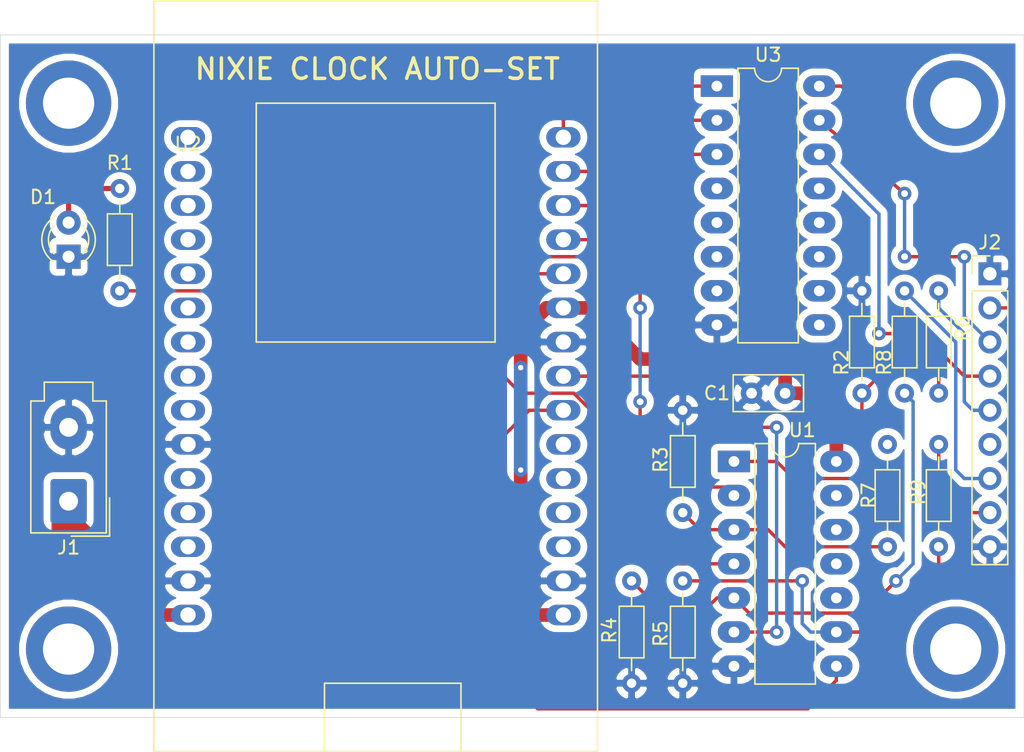
<source format=kicad_pcb>
(kicad_pcb (version 20171130) (host pcbnew 5.1.6-c6e7f7d~86~ubuntu20.04.1)

  (general
    (thickness 1.6)
    (drawings 5)
    (tracks 136)
    (zones 0)
    (modules 20)
    (nets 48)
  )

  (page A4)
  (layers
    (0 F.Cu signal)
    (31 B.Cu signal)
    (32 B.Adhes user)
    (33 F.Adhes user)
    (34 B.Paste user)
    (35 F.Paste user)
    (36 B.SilkS user)
    (37 F.SilkS user)
    (38 B.Mask user)
    (39 F.Mask user)
    (40 Dwgs.User user)
    (41 Cmts.User user)
    (42 Eco1.User user)
    (43 Eco2.User user)
    (44 Edge.Cuts user)
    (45 Margin user)
    (46 B.CrtYd user hide)
    (47 F.CrtYd user)
    (48 B.Fab user)
    (49 F.Fab user hide)
  )

  (setup
    (last_trace_width 0.254)
    (user_trace_width 0.254)
    (user_trace_width 0.381)
    (user_trace_width 0.508)
    (user_trace_width 0.635)
    (user_trace_width 1.016)
    (user_trace_width 2.54)
    (trace_clearance 0.2)
    (zone_clearance 0.508)
    (zone_45_only no)
    (trace_min 0.2)
    (via_size 0.8)
    (via_drill 0.4)
    (via_min_size 0.4)
    (via_min_drill 0.3)
    (user_via 1.016 0.508)
    (uvia_size 0.3)
    (uvia_drill 0.1)
    (uvias_allowed no)
    (uvia_min_size 0.2)
    (uvia_min_drill 0.1)
    (edge_width 0.05)
    (segment_width 0.2)
    (pcb_text_width 0.3)
    (pcb_text_size 1.5 1.5)
    (mod_edge_width 0.12)
    (mod_text_size 1 1)
    (mod_text_width 0.15)
    (pad_size 1.524 1.524)
    (pad_drill 0.762)
    (pad_to_mask_clearance 0.05)
    (aux_axis_origin 0 0)
    (visible_elements FFFFFF7F)
    (pcbplotparams
      (layerselection 0x010e0_ffffffff)
      (usegerberextensions false)
      (usegerberattributes true)
      (usegerberadvancedattributes true)
      (creategerberjobfile true)
      (excludeedgelayer true)
      (linewidth 0.100000)
      (plotframeref false)
      (viasonmask false)
      (mode 1)
      (useauxorigin false)
      (hpglpennumber 1)
      (hpglpenspeed 20)
      (hpglpendiameter 15.000000)
      (psnegative false)
      (psa4output false)
      (plotreference true)
      (plotvalue true)
      (plotinvisibletext false)
      (padsonsilk false)
      (subtractmaskfromsilk false)
      (outputformat 1)
      (mirror false)
      (drillshape 0)
      (scaleselection 1)
      (outputdirectory "gerbers/"))
  )

  (net 0 "")
  (net 1 +3V3)
  (net 2 GND)
  (net 3 "Net-(D1-Pad2)")
  (net 4 "Net-(J1-Pad1)")
  (net 5 "Net-(J2-Pad2)")
  (net 6 "Net-(J2-Pad3)")
  (net 7 "Net-(J2-Pad4)")
  (net 8 "Net-(J2-Pad5)")
  (net 9 "Net-(J2-Pad6)")
  (net 10 "Net-(J2-Pad7)")
  (net 11 "Net-(J2-Pad8)")
  (net 12 "Net-(R2-Pad1)")
  (net 13 "Net-(R3-Pad1)")
  (net 14 "Net-(R4-Pad1)")
  (net 15 "Net-(R5-Pad1)")
  (net 16 "Net-(U1-Pad8)")
  (net 17 "Net-(U1-Pad2)")
  (net 18 "Net-(U1-Pad4)")
  (net 19 "Net-(U1-Pad6)")
  (net 20 "Net-(U2-Pad1)")
  (net 21 "Net-(U2-Pad2)")
  (net 22 "Net-(U2-Pad3)")
  (net 23 "Net-(U2-Pad4)")
  (net 24 "Net-(U2-Pad5)")
  (net 25 "Net-(U2-Pad6)")
  (net 26 "Net-(U2-Pad7)")
  (net 27 "Net-(U2-Pad8)")
  (net 28 "Net-(U2-Pad9)")
  (net 29 "Net-(U2-Pad11)")
  (net 30 "Net-(U2-Pad12)")
  (net 31 "Net-(U2-Pad13)")
  (net 32 "Net-(U2-Pad18)")
  (net 33 "Net-(U2-Pad19)")
  (net 34 "Net-(U2-Pad20)")
  (net 35 "Net-(U2-Pad21)")
  (net 36 "Net-(U2-Pad28)")
  (net 37 "Net-(U2-Pad29)")
  (net 38 "Net-(U2-Pad30)")
  (net 39 "Net-(U3-Pad9)")
  (net 40 "Net-(U3-Pad10)")
  (net 41 "Net-(U3-Pad11)")
  (net 42 "Net-(U3-Pad4)")
  (net 43 "Net-(U3-Pad12)")
  (net 44 "Net-(U3-Pad5)")
  (net 45 "Net-(U3-Pad13)")
  (net 46 "Net-(U3-Pad6)")
  (net 47 "Net-(U3-Pad7)")

  (net_class Default "This is the default net class."
    (clearance 0.2)
    (trace_width 0.25)
    (via_dia 0.8)
    (via_drill 0.4)
    (uvia_dia 0.3)
    (uvia_drill 0.1)
    (add_net +3V3)
    (add_net GND)
    (add_net "Net-(D1-Pad2)")
    (add_net "Net-(J1-Pad1)")
    (add_net "Net-(J2-Pad2)")
    (add_net "Net-(J2-Pad3)")
    (add_net "Net-(J2-Pad4)")
    (add_net "Net-(J2-Pad5)")
    (add_net "Net-(J2-Pad6)")
    (add_net "Net-(J2-Pad7)")
    (add_net "Net-(J2-Pad8)")
    (add_net "Net-(R2-Pad1)")
    (add_net "Net-(R3-Pad1)")
    (add_net "Net-(R4-Pad1)")
    (add_net "Net-(R5-Pad1)")
    (add_net "Net-(U1-Pad2)")
    (add_net "Net-(U1-Pad4)")
    (add_net "Net-(U1-Pad6)")
    (add_net "Net-(U1-Pad8)")
    (add_net "Net-(U2-Pad1)")
    (add_net "Net-(U2-Pad11)")
    (add_net "Net-(U2-Pad12)")
    (add_net "Net-(U2-Pad13)")
    (add_net "Net-(U2-Pad18)")
    (add_net "Net-(U2-Pad19)")
    (add_net "Net-(U2-Pad2)")
    (add_net "Net-(U2-Pad20)")
    (add_net "Net-(U2-Pad21)")
    (add_net "Net-(U2-Pad28)")
    (add_net "Net-(U2-Pad29)")
    (add_net "Net-(U2-Pad3)")
    (add_net "Net-(U2-Pad30)")
    (add_net "Net-(U2-Pad4)")
    (add_net "Net-(U2-Pad5)")
    (add_net "Net-(U2-Pad6)")
    (add_net "Net-(U2-Pad7)")
    (add_net "Net-(U2-Pad8)")
    (add_net "Net-(U2-Pad9)")
    (add_net "Net-(U3-Pad10)")
    (add_net "Net-(U3-Pad11)")
    (add_net "Net-(U3-Pad12)")
    (add_net "Net-(U3-Pad13)")
    (add_net "Net-(U3-Pad4)")
    (add_net "Net-(U3-Pad5)")
    (add_net "Net-(U3-Pad6)")
    (add_net "Net-(U3-Pad7)")
    (add_net "Net-(U3-Pad9)")
  )

  (module ESP8266:dip_30 (layer F.Cu) (tedit 5EE517DE) (tstamp 5EE57F3E)
    (at 92.71 93.98)
    (path /5EE56035)
    (fp_text reference U2 (at 0 0.5) (layer F.SilkS)
      (effects (font (size 1 1) (thickness 0.15)))
    )
    (fp_text value EPS8266 (at 0 -0.5) (layer F.Fab)
      (effects (font (size 1 1) (thickness 0.15)))
    )
    (fp_line (start 5.08 15.24) (end 5.08 -2.54) (layer F.SilkS) (width 0.12))
    (fp_line (start 22.86 15.24) (end 5.08 15.24) (layer F.SilkS) (width 0.12))
    (fp_line (start 22.86 -2.54) (end 22.86 15.24) (layer F.SilkS) (width 0.12))
    (fp_line (start 5.08 -2.54) (end 22.86 -2.54) (layer F.SilkS) (width 0.12))
    (fp_line (start 20.32 40.64) (end 20.32 45.72) (layer F.SilkS) (width 0.12))
    (fp_line (start 10.16 40.64) (end 20.32 40.64) (layer F.SilkS) (width 0.12))
    (fp_line (start 10.16 45.72) (end 10.16 40.64) (layer F.SilkS) (width 0.12))
    (fp_line (start 30.48 45.72) (end -2.54 45.72) (layer F.SilkS) (width 0.12))
    (fp_line (start 30.48 -10.16) (end 30.48 45.72) (layer F.SilkS) (width 0.12))
    (fp_line (start -2.54 -10.16) (end 30.48 -10.16) (layer F.SilkS) (width 0.12))
    (fp_line (start -2.54 45.72) (end -2.54 -10.16) (layer F.SilkS) (width 0.12))
    (pad 1 thru_hole oval (at 0 0) (size 2.54 1.524) (drill 1.143) (layers *.Cu *.Mask)
      (net 20 "Net-(U2-Pad1)"))
    (pad 2 thru_hole oval (at 0 2.54) (size 2.54 1.524) (drill 1.143) (layers *.Cu *.Mask)
      (net 21 "Net-(U2-Pad2)"))
    (pad 3 thru_hole oval (at 0 5.08) (size 2.54 1.524) (drill 1.143) (layers *.Cu *.Mask)
      (net 22 "Net-(U2-Pad3)"))
    (pad 4 thru_hole oval (at 0 7.62) (size 2.54 1.524) (drill 1.143) (layers *.Cu *.Mask)
      (net 23 "Net-(U2-Pad4)"))
    (pad 5 thru_hole oval (at 0 10.16) (size 2.54 1.524) (drill 1.143) (layers *.Cu *.Mask)
      (net 24 "Net-(U2-Pad5)"))
    (pad 6 thru_hole oval (at 0 12.7) (size 2.54 1.524) (drill 1.143) (layers *.Cu *.Mask)
      (net 25 "Net-(U2-Pad6)"))
    (pad 7 thru_hole oval (at 0 15.24) (size 2.54 1.524) (drill 1.143) (layers *.Cu *.Mask)
      (net 26 "Net-(U2-Pad7)"))
    (pad 8 thru_hole oval (at 0 17.78) (size 2.54 1.524) (drill 1.143) (layers *.Cu *.Mask)
      (net 27 "Net-(U2-Pad8)"))
    (pad 9 thru_hole oval (at 0 20.32) (size 2.54 1.524) (drill 1.143) (layers *.Cu *.Mask)
      (net 28 "Net-(U2-Pad9)"))
    (pad 10 thru_hole oval (at 0 22.86) (size 2.54 1.524) (drill 1.143) (layers *.Cu *.Mask)
      (net 2 GND))
    (pad 11 thru_hole oval (at 0 25.4) (size 2.54 1.524) (drill 1.143) (layers *.Cu *.Mask)
      (net 29 "Net-(U2-Pad11)"))
    (pad 12 thru_hole oval (at 0 27.94) (size 2.54 1.524) (drill 1.143) (layers *.Cu *.Mask)
      (net 30 "Net-(U2-Pad12)"))
    (pad 13 thru_hole oval (at 0 30.48) (size 2.54 1.524) (drill 1.143) (layers *.Cu *.Mask)
      (net 31 "Net-(U2-Pad13)"))
    (pad 14 thru_hole oval (at 0 33.02) (size 2.54 1.524) (drill 1.143) (layers *.Cu *.Mask)
      (net 2 GND))
    (pad 15 thru_hole oval (at 0 35.56) (size 2.54 1.524) (drill 1.143) (layers *.Cu *.Mask)
      (net 4 "Net-(J1-Pad1)"))
    (pad 16 thru_hole oval (at 27.94 35.56) (size 2.54 1.524) (drill 1.143) (layers *.Cu *.Mask)
      (net 1 +3V3))
    (pad 17 thru_hole oval (at 27.94 33.02) (size 2.54 1.524) (drill 1.143) (layers *.Cu *.Mask)
      (net 2 GND))
    (pad 18 thru_hole oval (at 27.94 30.48) (size 2.54 1.524) (drill 1.143) (layers *.Cu *.Mask)
      (net 32 "Net-(U2-Pad18)"))
    (pad 19 thru_hole oval (at 27.94 27.94) (size 2.54 1.524) (drill 1.143) (layers *.Cu *.Mask)
      (net 33 "Net-(U2-Pad19)"))
    (pad 20 thru_hole oval (at 27.94 25.4) (size 2.54 1.524) (drill 1.143) (layers *.Cu *.Mask)
      (net 34 "Net-(U2-Pad20)"))
    (pad 21 thru_hole oval (at 27.94 22.86) (size 2.54 1.524) (drill 1.143) (layers *.Cu *.Mask)
      (net 35 "Net-(U2-Pad21)"))
    (pad 22 thru_hole oval (at 27.94 20.32) (size 2.54 1.524) (drill 1.143) (layers *.Cu *.Mask)
      (net 16 "Net-(U1-Pad8)"))
    (pad 23 thru_hole oval (at 27.94 17.78) (size 2.54 1.524) (drill 1.143) (layers *.Cu *.Mask)
      (net 19 "Net-(U1-Pad6)"))
    (pad 24 thru_hole oval (at 27.94 15.24) (size 2.54 1.524) (drill 1.143) (layers *.Cu *.Mask)
      (net 2 GND))
    (pad 25 thru_hole oval (at 27.94 12.7) (size 2.54 1.524) (drill 1.143) (layers *.Cu *.Mask)
      (net 1 +3V3))
    (pad 26 thru_hole oval (at 27.94 10.16) (size 2.54 1.524) (drill 1.143) (layers *.Cu *.Mask)
      (net 18 "Net-(U1-Pad4)"))
    (pad 27 thru_hole oval (at 27.94 7.62) (size 2.54 1.524) (drill 1.143) (layers *.Cu *.Mask)
      (net 17 "Net-(U1-Pad2)"))
    (pad 28 thru_hole oval (at 27.94 5.08) (size 2.54 1.524) (drill 1.143) (layers *.Cu *.Mask)
      (net 36 "Net-(U2-Pad28)"))
    (pad 29 thru_hole oval (at 27.94 2.54) (size 2.54 1.524) (drill 1.143) (layers *.Cu *.Mask)
      (net 37 "Net-(U2-Pad29)"))
    (pad 30 thru_hole oval (at 27.94 0) (size 2.54 1.524) (drill 1.143) (layers *.Cu *.Mask)
      (net 38 "Net-(U2-Pad30)"))
  )

  (module MountingHole:MountingHole_3.7mm_Pad (layer F.Cu) (tedit 5EE51BDD) (tstamp 5EE59143)
    (at 149.86 132.08)
    (descr "Mounting Hole 3.7mm")
    (tags "mounting hole 3.7mm")
    (attr virtual)
    (fp_text reference REF** (at 0 -4.7) (layer F.SilkS) hide
      (effects (font (size 1 1) (thickness 0.15)))
    )
    (fp_text value MountingHole_3.7mm_Pad (at 0 4.7) (layer F.Fab)
      (effects (font (size 1 1) (thickness 0.15)))
    )
    (fp_circle (center 0 0) (end 3.7 0) (layer Cmts.User) (width 0.15))
    (fp_circle (center 0 0) (end 3.95 0) (layer F.CrtYd) (width 0.05))
    (fp_text user %R (at 0.3 0) (layer F.Fab)
      (effects (font (size 1 1) (thickness 0.15)))
    )
    (pad 1 thru_hole circle (at 0 0) (size 6.35 6.35) (drill 3.81) (layers *.Cu *.Mask))
  )

  (module MountingHole:MountingHole_3.7mm_Pad (layer F.Cu) (tedit 5EE51BDD) (tstamp 5EE59067)
    (at 149.86 91.44)
    (descr "Mounting Hole 3.7mm")
    (tags "mounting hole 3.7mm")
    (attr virtual)
    (fp_text reference REF** (at 0 -4.7) (layer F.SilkS) hide
      (effects (font (size 1 1) (thickness 0.15)))
    )
    (fp_text value MountingHole_3.7mm_Pad (at 0 4.7) (layer F.Fab)
      (effects (font (size 1 1) (thickness 0.15)))
    )
    (fp_circle (center 0 0) (end 3.95 0) (layer F.CrtYd) (width 0.05))
    (fp_circle (center 0 0) (end 3.7 0) (layer Cmts.User) (width 0.15))
    (fp_text user %R (at 0.3 0) (layer F.Fab)
      (effects (font (size 1 1) (thickness 0.15)))
    )
    (pad 1 thru_hole circle (at 0 0) (size 6.35 6.35) (drill 3.81) (layers *.Cu *.Mask))
  )

  (module MountingHole:MountingHole_3.7mm_Pad (layer F.Cu) (tedit 5EE51BDD) (tstamp 5EE59059)
    (at 83.82 91.44)
    (descr "Mounting Hole 3.7mm")
    (tags "mounting hole 3.7mm")
    (attr virtual)
    (fp_text reference REF** (at 0 -4.7) (layer F.SilkS) hide
      (effects (font (size 1 1) (thickness 0.15)))
    )
    (fp_text value MountingHole_3.7mm_Pad (at 0 4.7) (layer F.Fab)
      (effects (font (size 1 1) (thickness 0.15)))
    )
    (fp_circle (center 0 0) (end 3.7 0) (layer Cmts.User) (width 0.15))
    (fp_circle (center 0 0) (end 3.95 0) (layer F.CrtYd) (width 0.05))
    (fp_text user %R (at 0.3 0) (layer F.Fab)
      (effects (font (size 1 1) (thickness 0.15)))
    )
    (pad 1 thru_hole circle (at 0 0) (size 6.35 6.35) (drill 3.81) (layers *.Cu *.Mask))
  )

  (module MountingHole:MountingHole_3.7mm_Pad (layer F.Cu) (tedit 5EE51BDD) (tstamp 5EE58FC9)
    (at 83.82 132.08)
    (descr "Mounting Hole 3.7mm")
    (tags "mounting hole 3.7mm")
    (attr virtual)
    (fp_text reference REF** (at 0 -4.7) (layer F.SilkS) hide
      (effects (font (size 1 1) (thickness 0.15)))
    )
    (fp_text value MountingHole_3.7mm_Pad (at 0 4.7) (layer F.Fab)
      (effects (font (size 1 1) (thickness 0.15)))
    )
    (fp_circle (center 0 0) (end 3.95 0) (layer F.CrtYd) (width 0.05))
    (fp_circle (center 0 0) (end 3.7 0) (layer Cmts.User) (width 0.15))
    (fp_text user %R (at 0.3 0) (layer F.Fab)
      (effects (font (size 1 1) (thickness 0.15)))
    )
    (pad 1 thru_hole circle (at 0 0) (size 6.35 6.35) (drill 3.81) (layers *.Cu *.Mask))
  )

  (module Capacitor_THT:C_Disc_D5.0mm_W2.5mm_P2.50mm (layer F.Cu) (tedit 5AE50EF0) (tstamp 5EE58900)
    (at 137.16 113.03 180)
    (descr "C, Disc series, Radial, pin pitch=2.50mm, , diameter*width=5*2.5mm^2, Capacitor, http://cdn-reichelt.de/documents/datenblatt/B300/DS_KERKO_TC.pdf")
    (tags "C Disc series Radial pin pitch 2.50mm  diameter 5mm width 2.5mm Capacitor")
    (path /5EE66296)
    (fp_text reference C1 (at 5.08 0) (layer F.SilkS)
      (effects (font (size 1 1) (thickness 0.15)))
    )
    (fp_text value 0.1uF (at 1.25 2.5) (layer F.Fab)
      (effects (font (size 1 1) (thickness 0.15)))
    )
    (fp_line (start 4 -1.5) (end -1.5 -1.5) (layer F.CrtYd) (width 0.05))
    (fp_line (start 4 1.5) (end 4 -1.5) (layer F.CrtYd) (width 0.05))
    (fp_line (start -1.5 1.5) (end 4 1.5) (layer F.CrtYd) (width 0.05))
    (fp_line (start -1.5 -1.5) (end -1.5 1.5) (layer F.CrtYd) (width 0.05))
    (fp_line (start 3.87 -1.37) (end 3.87 1.37) (layer F.SilkS) (width 0.12))
    (fp_line (start -1.37 -1.37) (end -1.37 1.37) (layer F.SilkS) (width 0.12))
    (fp_line (start -1.37 1.37) (end 3.87 1.37) (layer F.SilkS) (width 0.12))
    (fp_line (start -1.37 -1.37) (end 3.87 -1.37) (layer F.SilkS) (width 0.12))
    (fp_line (start 3.75 -1.25) (end -1.25 -1.25) (layer F.Fab) (width 0.1))
    (fp_line (start 3.75 1.25) (end 3.75 -1.25) (layer F.Fab) (width 0.1))
    (fp_line (start -1.25 1.25) (end 3.75 1.25) (layer F.Fab) (width 0.1))
    (fp_line (start -1.25 -1.25) (end -1.25 1.25) (layer F.Fab) (width 0.1))
    (fp_text user %R (at 1.25 0) (layer F.Fab)
      (effects (font (size 1 1) (thickness 0.15)))
    )
    (pad 1 thru_hole circle (at 0 0 180) (size 1.6 1.6) (drill 0.8) (layers *.Cu *.Mask)
      (net 1 +3V3))
    (pad 2 thru_hole circle (at 2.5 0 180) (size 1.6 1.6) (drill 0.8) (layers *.Cu *.Mask)
      (net 2 GND))
    (model ${KISYS3DMOD}/Capacitor_THT.3dshapes/C_Disc_D5.0mm_W2.5mm_P2.50mm.wrl
      (at (xyz 0 0 0))
      (scale (xyz 1 1 1))
      (rotate (xyz 0 0 0))
    )
  )

  (module LED_THT:LED_D3.0mm (layer F.Cu) (tedit 587A3A7B) (tstamp 5EE57DD9)
    (at 83.82 102.87 90)
    (descr "LED, diameter 3.0mm, 2 pins")
    (tags "LED diameter 3.0mm 2 pins")
    (path /5EE6ACC0)
    (fp_text reference D1 (at 4.445 -1.905 180) (layer F.SilkS)
      (effects (font (size 1 1) (thickness 0.15)))
    )
    (fp_text value LED (at 1.27 2.96 90) (layer F.Fab)
      (effects (font (size 1 1) (thickness 0.15)))
    )
    (fp_line (start 3.7 -2.25) (end -1.15 -2.25) (layer F.CrtYd) (width 0.05))
    (fp_line (start 3.7 2.25) (end 3.7 -2.25) (layer F.CrtYd) (width 0.05))
    (fp_line (start -1.15 2.25) (end 3.7 2.25) (layer F.CrtYd) (width 0.05))
    (fp_line (start -1.15 -2.25) (end -1.15 2.25) (layer F.CrtYd) (width 0.05))
    (fp_line (start -0.29 1.08) (end -0.29 1.236) (layer F.SilkS) (width 0.12))
    (fp_line (start -0.29 -1.236) (end -0.29 -1.08) (layer F.SilkS) (width 0.12))
    (fp_line (start -0.23 -1.16619) (end -0.23 1.16619) (layer F.Fab) (width 0.1))
    (fp_circle (center 1.27 0) (end 2.77 0) (layer F.Fab) (width 0.1))
    (fp_arc (start 1.27 0) (end -0.23 -1.16619) (angle 284.3) (layer F.Fab) (width 0.1))
    (fp_arc (start 1.27 0) (end -0.29 -1.235516) (angle 108.8) (layer F.SilkS) (width 0.12))
    (fp_arc (start 1.27 0) (end -0.29 1.235516) (angle -108.8) (layer F.SilkS) (width 0.12))
    (fp_arc (start 1.27 0) (end 0.229039 -1.08) (angle 87.9) (layer F.SilkS) (width 0.12))
    (fp_arc (start 1.27 0) (end 0.229039 1.08) (angle -87.9) (layer F.SilkS) (width 0.12))
    (pad 1 thru_hole rect (at 0 0 90) (size 1.8 1.8) (drill 0.9) (layers *.Cu *.Mask)
      (net 2 GND))
    (pad 2 thru_hole circle (at 2.54 0 90) (size 1.8 1.8) (drill 0.9) (layers *.Cu *.Mask)
      (net 3 "Net-(D1-Pad2)"))
    (model ${KISYS3DMOD}/LED_THT.3dshapes/LED_D3.0mm.wrl
      (at (xyz 0 0 0))
      (scale (xyz 1 1 1))
      (rotate (xyz 0 0 0))
    )
  )

  (module Connector_Molex:Molex_Mini-Fit_Jr_5566-02A_2x01_P4.20mm_Vertical (layer F.Cu) (tedit 5B781992) (tstamp 5EE57E03)
    (at 83.82 121.07 180)
    (descr "Molex Mini-Fit Jr. Power Connectors, old mpn/engineering number: 5566-02A, example for new mpn: 39-28-x02x, 1 Pins per row, Mounting:  (http://www.molex.com/pdm_docs/sd/039281043_sd.pdf), generated with kicad-footprint-generator")
    (tags "connector Molex Mini-Fit_Jr side entry")
    (path /5EE69143)
    (fp_text reference J1 (at 0 -3.45) (layer F.SilkS)
      (effects (font (size 1 1) (thickness 0.15)))
    )
    (fp_text value Conn_01x02_Female (at 0 9.95) (layer F.Fab)
      (effects (font (size 1 1) (thickness 0.15)))
    )
    (fp_line (start 3.2 -2.75) (end -3.2 -2.75) (layer F.CrtYd) (width 0.05))
    (fp_line (start 3.2 9.25) (end 3.2 -2.75) (layer F.CrtYd) (width 0.05))
    (fp_line (start -3.2 9.25) (end 3.2 9.25) (layer F.CrtYd) (width 0.05))
    (fp_line (start -3.2 -2.75) (end -3.2 9.25) (layer F.CrtYd) (width 0.05))
    (fp_line (start -3.05 -2.6) (end -3.05 0.25) (layer F.Fab) (width 0.1))
    (fp_line (start -0.2 -2.6) (end -3.05 -2.6) (layer F.Fab) (width 0.1))
    (fp_line (start -3.05 -2.6) (end -3.05 0.25) (layer F.SilkS) (width 0.12))
    (fp_line (start -0.2 -2.6) (end -3.05 -2.6) (layer F.SilkS) (width 0.12))
    (fp_line (start 1.81 8.86) (end 0 8.86) (layer F.SilkS) (width 0.12))
    (fp_line (start 1.81 7.46) (end 1.81 8.86) (layer F.SilkS) (width 0.12))
    (fp_line (start 2.81 7.46) (end 1.81 7.46) (layer F.SilkS) (width 0.12))
    (fp_line (start 2.81 -2.36) (end 2.81 7.46) (layer F.SilkS) (width 0.12))
    (fp_line (start 0 -2.36) (end 2.81 -2.36) (layer F.SilkS) (width 0.12))
    (fp_line (start -1.81 8.86) (end 0 8.86) (layer F.SilkS) (width 0.12))
    (fp_line (start -1.81 7.46) (end -1.81 8.86) (layer F.SilkS) (width 0.12))
    (fp_line (start -2.81 7.46) (end -1.81 7.46) (layer F.SilkS) (width 0.12))
    (fp_line (start -2.81 -2.36) (end -2.81 7.46) (layer F.SilkS) (width 0.12))
    (fp_line (start 0 -2.36) (end -2.81 -2.36) (layer F.SilkS) (width 0.12))
    (fp_line (start 1.65 6.5) (end -1.65 6.5) (layer F.Fab) (width 0.1))
    (fp_line (start 1.65 4.025) (end 1.65 6.5) (layer F.Fab) (width 0.1))
    (fp_line (start 0.825 3.2) (end 1.65 4.025) (layer F.Fab) (width 0.1))
    (fp_line (start -0.825 3.2) (end 0.825 3.2) (layer F.Fab) (width 0.1))
    (fp_line (start -1.65 4.025) (end -0.825 3.2) (layer F.Fab) (width 0.1))
    (fp_line (start -1.65 6.5) (end -1.65 4.025) (layer F.Fab) (width 0.1))
    (fp_line (start 1.65 -1) (end -1.65 -1) (layer F.Fab) (width 0.1))
    (fp_line (start 1.65 2.3) (end 1.65 -1) (layer F.Fab) (width 0.1))
    (fp_line (start -1.65 2.3) (end 1.65 2.3) (layer F.Fab) (width 0.1))
    (fp_line (start -1.65 -1) (end -1.65 2.3) (layer F.Fab) (width 0.1))
    (fp_line (start 1.7 8.75) (end 1.7 7.35) (layer F.Fab) (width 0.1))
    (fp_line (start -1.7 8.75) (end 1.7 8.75) (layer F.Fab) (width 0.1))
    (fp_line (start -1.7 7.35) (end -1.7 8.75) (layer F.Fab) (width 0.1))
    (fp_line (start 2.7 -2.25) (end -2.7 -2.25) (layer F.Fab) (width 0.1))
    (fp_line (start 2.7 7.35) (end 2.7 -2.25) (layer F.Fab) (width 0.1))
    (fp_line (start -2.7 7.35) (end 2.7 7.35) (layer F.Fab) (width 0.1))
    (fp_line (start -2.7 -2.25) (end -2.7 7.35) (layer F.Fab) (width 0.1))
    (fp_text user %R (at 0 -1.55) (layer F.Fab)
      (effects (font (size 1 1) (thickness 0.15)))
    )
    (pad 1 thru_hole roundrect (at 0 0 180) (size 2.7 3.3) (drill 1.4) (layers *.Cu *.Mask) (roundrect_rratio 0.09259299999999999)
      (net 4 "Net-(J1-Pad1)"))
    (pad 2 thru_hole oval (at 0 5.5 180) (size 2.7 3.3) (drill 1.4) (layers *.Cu *.Mask)
      (net 2 GND))
    (model ${KISYS3DMOD}/Connector_Molex.3dshapes/Molex_Mini-Fit_Jr_5566-02A_2x01_P4.20mm_Vertical.wrl
      (at (xyz 0 0 0))
      (scale (xyz 1 1 1))
      (rotate (xyz 0 0 0))
    )
  )

  (module Connector_PinHeader_2.54mm:PinHeader_1x09_P2.54mm_Vertical (layer F.Cu) (tedit 59FED5CC) (tstamp 5EE57E20)
    (at 152.4 104.14)
    (descr "Through hole straight pin header, 1x09, 2.54mm pitch, single row")
    (tags "Through hole pin header THT 1x09 2.54mm single row")
    (path /5EE7DFD1)
    (fp_text reference J2 (at 0 -2.33) (layer F.SilkS)
      (effects (font (size 1 1) (thickness 0.15)))
    )
    (fp_text value Conn_01x10 (at 0 22.65) (layer F.Fab)
      (effects (font (size 1 1) (thickness 0.15)))
    )
    (fp_line (start 1.8 -1.8) (end -1.8 -1.8) (layer F.CrtYd) (width 0.05))
    (fp_line (start 1.8 22.1) (end 1.8 -1.8) (layer F.CrtYd) (width 0.05))
    (fp_line (start -1.8 22.1) (end 1.8 22.1) (layer F.CrtYd) (width 0.05))
    (fp_line (start -1.8 -1.8) (end -1.8 22.1) (layer F.CrtYd) (width 0.05))
    (fp_line (start -1.33 -1.33) (end 0 -1.33) (layer F.SilkS) (width 0.12))
    (fp_line (start -1.33 0) (end -1.33 -1.33) (layer F.SilkS) (width 0.12))
    (fp_line (start -1.33 1.27) (end 1.33 1.27) (layer F.SilkS) (width 0.12))
    (fp_line (start 1.33 1.27) (end 1.33 21.65) (layer F.SilkS) (width 0.12))
    (fp_line (start -1.33 1.27) (end -1.33 21.65) (layer F.SilkS) (width 0.12))
    (fp_line (start -1.33 21.65) (end 1.33 21.65) (layer F.SilkS) (width 0.12))
    (fp_line (start -1.27 -0.635) (end -0.635 -1.27) (layer F.Fab) (width 0.1))
    (fp_line (start -1.27 21.59) (end -1.27 -0.635) (layer F.Fab) (width 0.1))
    (fp_line (start 1.27 21.59) (end -1.27 21.59) (layer F.Fab) (width 0.1))
    (fp_line (start 1.27 -1.27) (end 1.27 21.59) (layer F.Fab) (width 0.1))
    (fp_line (start -0.635 -1.27) (end 1.27 -1.27) (layer F.Fab) (width 0.1))
    (fp_text user %R (at 0 10.16 90) (layer F.Fab)
      (effects (font (size 1 1) (thickness 0.15)))
    )
    (pad 1 thru_hole rect (at 0 0) (size 1.7 1.7) (drill 1) (layers *.Cu *.Mask)
      (net 2 GND))
    (pad 2 thru_hole oval (at 0 2.54) (size 1.7 1.7) (drill 1) (layers *.Cu *.Mask)
      (net 5 "Net-(J2-Pad2)"))
    (pad 3 thru_hole oval (at 0 5.08) (size 1.7 1.7) (drill 1) (layers *.Cu *.Mask)
      (net 6 "Net-(J2-Pad3)"))
    (pad 4 thru_hole oval (at 0 7.62) (size 1.7 1.7) (drill 1) (layers *.Cu *.Mask)
      (net 7 "Net-(J2-Pad4)"))
    (pad 5 thru_hole oval (at 0 10.16) (size 1.7 1.7) (drill 1) (layers *.Cu *.Mask)
      (net 8 "Net-(J2-Pad5)"))
    (pad 6 thru_hole oval (at 0 12.7) (size 1.7 1.7) (drill 1) (layers *.Cu *.Mask)
      (net 9 "Net-(J2-Pad6)"))
    (pad 7 thru_hole oval (at 0 15.24) (size 1.7 1.7) (drill 1) (layers *.Cu *.Mask)
      (net 10 "Net-(J2-Pad7)"))
    (pad 8 thru_hole oval (at 0 17.78) (size 1.7 1.7) (drill 1) (layers *.Cu *.Mask)
      (net 11 "Net-(J2-Pad8)"))
    (pad 9 thru_hole oval (at 0 20.32) (size 1.7 1.7) (drill 1) (layers *.Cu *.Mask)
      (net 2 GND))
    (model ${KISYS3DMOD}/Connector_PinHeader_2.54mm.3dshapes/PinHeader_1x09_P2.54mm_Vertical.wrl
      (at (xyz 0 0 0))
      (scale (xyz 1 1 1))
      (rotate (xyz 0 0 0))
    )
  )

  (module Resistor_THT:R_Axial_DIN0204_L3.6mm_D1.6mm_P7.62mm_Horizontal (layer F.Cu) (tedit 5AE5139B) (tstamp 5EE57E37)
    (at 87.63 105.41 90)
    (descr "Resistor, Axial_DIN0204 series, Axial, Horizontal, pin pitch=7.62mm, 0.167W, length*diameter=3.6*1.6mm^2, http://cdn-reichelt.de/documents/datenblatt/B400/1_4W%23YAG.pdf")
    (tags "Resistor Axial_DIN0204 series Axial Horizontal pin pitch 7.62mm 0.167W length 3.6mm diameter 1.6mm")
    (path /5EE6C336)
    (fp_text reference R1 (at 9.525 0 180) (layer F.SilkS)
      (effects (font (size 1 1) (thickness 0.15)))
    )
    (fp_text value 330 (at 3.81 1.92 90) (layer F.Fab)
      (effects (font (size 1 1) (thickness 0.15)))
    )
    (fp_line (start 8.57 -1.05) (end -0.95 -1.05) (layer F.CrtYd) (width 0.05))
    (fp_line (start 8.57 1.05) (end 8.57 -1.05) (layer F.CrtYd) (width 0.05))
    (fp_line (start -0.95 1.05) (end 8.57 1.05) (layer F.CrtYd) (width 0.05))
    (fp_line (start -0.95 -1.05) (end -0.95 1.05) (layer F.CrtYd) (width 0.05))
    (fp_line (start 6.68 0) (end 5.73 0) (layer F.SilkS) (width 0.12))
    (fp_line (start 0.94 0) (end 1.89 0) (layer F.SilkS) (width 0.12))
    (fp_line (start 5.73 -0.92) (end 1.89 -0.92) (layer F.SilkS) (width 0.12))
    (fp_line (start 5.73 0.92) (end 5.73 -0.92) (layer F.SilkS) (width 0.12))
    (fp_line (start 1.89 0.92) (end 5.73 0.92) (layer F.SilkS) (width 0.12))
    (fp_line (start 1.89 -0.92) (end 1.89 0.92) (layer F.SilkS) (width 0.12))
    (fp_line (start 7.62 0) (end 5.61 0) (layer F.Fab) (width 0.1))
    (fp_line (start 0 0) (end 2.01 0) (layer F.Fab) (width 0.1))
    (fp_line (start 5.61 -0.8) (end 2.01 -0.8) (layer F.Fab) (width 0.1))
    (fp_line (start 5.61 0.8) (end 5.61 -0.8) (layer F.Fab) (width 0.1))
    (fp_line (start 2.01 0.8) (end 5.61 0.8) (layer F.Fab) (width 0.1))
    (fp_line (start 2.01 -0.8) (end 2.01 0.8) (layer F.Fab) (width 0.1))
    (fp_text user %R (at 3.81 0 90) (layer F.Fab)
      (effects (font (size 0.72 0.72) (thickness 0.108)))
    )
    (pad 1 thru_hole circle (at 0 0 90) (size 1.4 1.4) (drill 0.7) (layers *.Cu *.Mask)
      (net 1 +3V3))
    (pad 2 thru_hole oval (at 7.62 0 90) (size 1.4 1.4) (drill 0.7) (layers *.Cu *.Mask)
      (net 3 "Net-(D1-Pad2)"))
    (model ${KISYS3DMOD}/Resistor_THT.3dshapes/R_Axial_DIN0204_L3.6mm_D1.6mm_P7.62mm_Horizontal.wrl
      (at (xyz 0 0 0))
      (scale (xyz 1 1 1))
      (rotate (xyz 0 0 0))
    )
  )

  (module Resistor_THT:R_Axial_DIN0204_L3.6mm_D1.6mm_P7.62mm_Horizontal (layer F.Cu) (tedit 5AE5139B) (tstamp 5EE57E4E)
    (at 142.875 113.03 90)
    (descr "Resistor, Axial_DIN0204 series, Axial, Horizontal, pin pitch=7.62mm, 0.167W, length*diameter=3.6*1.6mm^2, http://cdn-reichelt.de/documents/datenblatt/B400/1_4W%23YAG.pdf")
    (tags "Resistor Axial_DIN0204 series Axial Horizontal pin pitch 7.62mm 0.167W length 3.6mm diameter 1.6mm")
    (path /5EE8BDCB)
    (fp_text reference R2 (at 2.286 -1.524 90) (layer F.SilkS)
      (effects (font (size 1 1) (thickness 0.15)))
    )
    (fp_text value 10k (at 3.81 1.92 90) (layer F.Fab)
      (effects (font (size 1 1) (thickness 0.15)))
    )
    (fp_line (start 8.57 -1.05) (end -0.95 -1.05) (layer F.CrtYd) (width 0.05))
    (fp_line (start 8.57 1.05) (end 8.57 -1.05) (layer F.CrtYd) (width 0.05))
    (fp_line (start -0.95 1.05) (end 8.57 1.05) (layer F.CrtYd) (width 0.05))
    (fp_line (start -0.95 -1.05) (end -0.95 1.05) (layer F.CrtYd) (width 0.05))
    (fp_line (start 6.68 0) (end 5.73 0) (layer F.SilkS) (width 0.12))
    (fp_line (start 0.94 0) (end 1.89 0) (layer F.SilkS) (width 0.12))
    (fp_line (start 5.73 -0.92) (end 1.89 -0.92) (layer F.SilkS) (width 0.12))
    (fp_line (start 5.73 0.92) (end 5.73 -0.92) (layer F.SilkS) (width 0.12))
    (fp_line (start 1.89 0.92) (end 5.73 0.92) (layer F.SilkS) (width 0.12))
    (fp_line (start 1.89 -0.92) (end 1.89 0.92) (layer F.SilkS) (width 0.12))
    (fp_line (start 7.62 0) (end 5.61 0) (layer F.Fab) (width 0.1))
    (fp_line (start 0 0) (end 2.01 0) (layer F.Fab) (width 0.1))
    (fp_line (start 5.61 -0.8) (end 2.01 -0.8) (layer F.Fab) (width 0.1))
    (fp_line (start 5.61 0.8) (end 5.61 -0.8) (layer F.Fab) (width 0.1))
    (fp_line (start 2.01 0.8) (end 5.61 0.8) (layer F.Fab) (width 0.1))
    (fp_line (start 2.01 -0.8) (end 2.01 0.8) (layer F.Fab) (width 0.1))
    (fp_text user %R (at 3.81 0 90) (layer F.Fab)
      (effects (font (size 0.72 0.72) (thickness 0.108)))
    )
    (pad 1 thru_hole circle (at 0 0 90) (size 1.4 1.4) (drill 0.7) (layers *.Cu *.Mask)
      (net 12 "Net-(R2-Pad1)"))
    (pad 2 thru_hole oval (at 7.62 0 90) (size 1.4 1.4) (drill 0.7) (layers *.Cu *.Mask)
      (net 2 GND))
    (model ${KISYS3DMOD}/Resistor_THT.3dshapes/R_Axial_DIN0204_L3.6mm_D1.6mm_P7.62mm_Horizontal.wrl
      (at (xyz 0 0 0))
      (scale (xyz 1 1 1))
      (rotate (xyz 0 0 0))
    )
  )

  (module Resistor_THT:R_Axial_DIN0204_L3.6mm_D1.6mm_P7.62mm_Horizontal (layer F.Cu) (tedit 5AE5139B) (tstamp 5EE57E65)
    (at 129.54 121.92 90)
    (descr "Resistor, Axial_DIN0204 series, Axial, Horizontal, pin pitch=7.62mm, 0.167W, length*diameter=3.6*1.6mm^2, http://cdn-reichelt.de/documents/datenblatt/B400/1_4W%23YAG.pdf")
    (tags "Resistor Axial_DIN0204 series Axial Horizontal pin pitch 7.62mm 0.167W length 3.6mm diameter 1.6mm")
    (path /5EE8FC5B)
    (fp_text reference R3 (at 3.937 -1.651 90) (layer F.SilkS)
      (effects (font (size 1 1) (thickness 0.15)))
    )
    (fp_text value 10k (at 3.81 1.92 90) (layer F.Fab)
      (effects (font (size 1 1) (thickness 0.15)))
    )
    (fp_line (start 8.57 -1.05) (end -0.95 -1.05) (layer F.CrtYd) (width 0.05))
    (fp_line (start 8.57 1.05) (end 8.57 -1.05) (layer F.CrtYd) (width 0.05))
    (fp_line (start -0.95 1.05) (end 8.57 1.05) (layer F.CrtYd) (width 0.05))
    (fp_line (start -0.95 -1.05) (end -0.95 1.05) (layer F.CrtYd) (width 0.05))
    (fp_line (start 6.68 0) (end 5.73 0) (layer F.SilkS) (width 0.12))
    (fp_line (start 0.94 0) (end 1.89 0) (layer F.SilkS) (width 0.12))
    (fp_line (start 5.73 -0.92) (end 1.89 -0.92) (layer F.SilkS) (width 0.12))
    (fp_line (start 5.73 0.92) (end 5.73 -0.92) (layer F.SilkS) (width 0.12))
    (fp_line (start 1.89 0.92) (end 5.73 0.92) (layer F.SilkS) (width 0.12))
    (fp_line (start 1.89 -0.92) (end 1.89 0.92) (layer F.SilkS) (width 0.12))
    (fp_line (start 7.62 0) (end 5.61 0) (layer F.Fab) (width 0.1))
    (fp_line (start 0 0) (end 2.01 0) (layer F.Fab) (width 0.1))
    (fp_line (start 5.61 -0.8) (end 2.01 -0.8) (layer F.Fab) (width 0.1))
    (fp_line (start 5.61 0.8) (end 5.61 -0.8) (layer F.Fab) (width 0.1))
    (fp_line (start 2.01 0.8) (end 5.61 0.8) (layer F.Fab) (width 0.1))
    (fp_line (start 2.01 -0.8) (end 2.01 0.8) (layer F.Fab) (width 0.1))
    (fp_text user %R (at 3.81 0 90) (layer F.Fab)
      (effects (font (size 0.72 0.72) (thickness 0.108)))
    )
    (pad 1 thru_hole circle (at 0 0 90) (size 1.4 1.4) (drill 0.7) (layers *.Cu *.Mask)
      (net 13 "Net-(R3-Pad1)"))
    (pad 2 thru_hole oval (at 7.62 0 90) (size 1.4 1.4) (drill 0.7) (layers *.Cu *.Mask)
      (net 2 GND))
    (model ${KISYS3DMOD}/Resistor_THT.3dshapes/R_Axial_DIN0204_L3.6mm_D1.6mm_P7.62mm_Horizontal.wrl
      (at (xyz 0 0 0))
      (scale (xyz 1 1 1))
      (rotate (xyz 0 0 0))
    )
  )

  (module Resistor_THT:R_Axial_DIN0204_L3.6mm_D1.6mm_P7.62mm_Horizontal (layer F.Cu) (tedit 5AE5139B) (tstamp 5EE57E7C)
    (at 125.73 127 270)
    (descr "Resistor, Axial_DIN0204 series, Axial, Horizontal, pin pitch=7.62mm, 0.167W, length*diameter=3.6*1.6mm^2, http://cdn-reichelt.de/documents/datenblatt/B400/1_4W%23YAG.pdf")
    (tags "Resistor Axial_DIN0204 series Axial Horizontal pin pitch 7.62mm 0.167W length 3.6mm diameter 1.6mm")
    (path /5EE90B1F)
    (fp_text reference R4 (at 3.683 1.651 90) (layer F.SilkS)
      (effects (font (size 1 1) (thickness 0.15)))
    )
    (fp_text value 10k (at 3.81 1.92 90) (layer F.Fab)
      (effects (font (size 1 1) (thickness 0.15)))
    )
    (fp_line (start 8.57 -1.05) (end -0.95 -1.05) (layer F.CrtYd) (width 0.05))
    (fp_line (start 8.57 1.05) (end 8.57 -1.05) (layer F.CrtYd) (width 0.05))
    (fp_line (start -0.95 1.05) (end 8.57 1.05) (layer F.CrtYd) (width 0.05))
    (fp_line (start -0.95 -1.05) (end -0.95 1.05) (layer F.CrtYd) (width 0.05))
    (fp_line (start 6.68 0) (end 5.73 0) (layer F.SilkS) (width 0.12))
    (fp_line (start 0.94 0) (end 1.89 0) (layer F.SilkS) (width 0.12))
    (fp_line (start 5.73 -0.92) (end 1.89 -0.92) (layer F.SilkS) (width 0.12))
    (fp_line (start 5.73 0.92) (end 5.73 -0.92) (layer F.SilkS) (width 0.12))
    (fp_line (start 1.89 0.92) (end 5.73 0.92) (layer F.SilkS) (width 0.12))
    (fp_line (start 1.89 -0.92) (end 1.89 0.92) (layer F.SilkS) (width 0.12))
    (fp_line (start 7.62 0) (end 5.61 0) (layer F.Fab) (width 0.1))
    (fp_line (start 0 0) (end 2.01 0) (layer F.Fab) (width 0.1))
    (fp_line (start 5.61 -0.8) (end 2.01 -0.8) (layer F.Fab) (width 0.1))
    (fp_line (start 5.61 0.8) (end 5.61 -0.8) (layer F.Fab) (width 0.1))
    (fp_line (start 2.01 0.8) (end 5.61 0.8) (layer F.Fab) (width 0.1))
    (fp_line (start 2.01 -0.8) (end 2.01 0.8) (layer F.Fab) (width 0.1))
    (fp_text user %R (at 3.81 0 90) (layer F.Fab)
      (effects (font (size 0.72 0.72) (thickness 0.108)))
    )
    (pad 1 thru_hole circle (at 0 0 270) (size 1.4 1.4) (drill 0.7) (layers *.Cu *.Mask)
      (net 14 "Net-(R4-Pad1)"))
    (pad 2 thru_hole oval (at 7.62 0 270) (size 1.4 1.4) (drill 0.7) (layers *.Cu *.Mask)
      (net 2 GND))
    (model ${KISYS3DMOD}/Resistor_THT.3dshapes/R_Axial_DIN0204_L3.6mm_D1.6mm_P7.62mm_Horizontal.wrl
      (at (xyz 0 0 0))
      (scale (xyz 1 1 1))
      (rotate (xyz 0 0 0))
    )
  )

  (module Resistor_THT:R_Axial_DIN0204_L3.6mm_D1.6mm_P7.62mm_Horizontal (layer F.Cu) (tedit 5AE5139B) (tstamp 5EE57E93)
    (at 129.54 127 270)
    (descr "Resistor, Axial_DIN0204 series, Axial, Horizontal, pin pitch=7.62mm, 0.167W, length*diameter=3.6*1.6mm^2, http://cdn-reichelt.de/documents/datenblatt/B400/1_4W%23YAG.pdf")
    (tags "Resistor Axial_DIN0204 series Axial Horizontal pin pitch 7.62mm 0.167W length 3.6mm diameter 1.6mm")
    (path /5EE922EF)
    (fp_text reference R5 (at 3.937 1.651 90) (layer F.SilkS)
      (effects (font (size 1 1) (thickness 0.15)))
    )
    (fp_text value 10k (at 3.81 1.92 90) (layer F.Fab)
      (effects (font (size 1 1) (thickness 0.15)))
    )
    (fp_line (start 8.57 -1.05) (end -0.95 -1.05) (layer F.CrtYd) (width 0.05))
    (fp_line (start 8.57 1.05) (end 8.57 -1.05) (layer F.CrtYd) (width 0.05))
    (fp_line (start -0.95 1.05) (end 8.57 1.05) (layer F.CrtYd) (width 0.05))
    (fp_line (start -0.95 -1.05) (end -0.95 1.05) (layer F.CrtYd) (width 0.05))
    (fp_line (start 6.68 0) (end 5.73 0) (layer F.SilkS) (width 0.12))
    (fp_line (start 0.94 0) (end 1.89 0) (layer F.SilkS) (width 0.12))
    (fp_line (start 5.73 -0.92) (end 1.89 -0.92) (layer F.SilkS) (width 0.12))
    (fp_line (start 5.73 0.92) (end 5.73 -0.92) (layer F.SilkS) (width 0.12))
    (fp_line (start 1.89 0.92) (end 5.73 0.92) (layer F.SilkS) (width 0.12))
    (fp_line (start 1.89 -0.92) (end 1.89 0.92) (layer F.SilkS) (width 0.12))
    (fp_line (start 7.62 0) (end 5.61 0) (layer F.Fab) (width 0.1))
    (fp_line (start 0 0) (end 2.01 0) (layer F.Fab) (width 0.1))
    (fp_line (start 5.61 -0.8) (end 2.01 -0.8) (layer F.Fab) (width 0.1))
    (fp_line (start 5.61 0.8) (end 5.61 -0.8) (layer F.Fab) (width 0.1))
    (fp_line (start 2.01 0.8) (end 5.61 0.8) (layer F.Fab) (width 0.1))
    (fp_line (start 2.01 -0.8) (end 2.01 0.8) (layer F.Fab) (width 0.1))
    (fp_text user %R (at 3.81 0 90) (layer F.Fab)
      (effects (font (size 0.72 0.72) (thickness 0.108)))
    )
    (pad 1 thru_hole circle (at 0 0 270) (size 1.4 1.4) (drill 0.7) (layers *.Cu *.Mask)
      (net 15 "Net-(R5-Pad1)"))
    (pad 2 thru_hole oval (at 7.62 0 270) (size 1.4 1.4) (drill 0.7) (layers *.Cu *.Mask)
      (net 2 GND))
    (model ${KISYS3DMOD}/Resistor_THT.3dshapes/R_Axial_DIN0204_L3.6mm_D1.6mm_P7.62mm_Horizontal.wrl
      (at (xyz 0 0 0))
      (scale (xyz 1 1 1))
      (rotate (xyz 0 0 0))
    )
  )

  (module Resistor_THT:R_Axial_DIN0204_L3.6mm_D1.6mm_P7.62mm_Horizontal (layer F.Cu) (tedit 5AE5139B) (tstamp 5EE57EAA)
    (at 148.59 105.41 270)
    (descr "Resistor, Axial_DIN0204 series, Axial, Horizontal, pin pitch=7.62mm, 0.167W, length*diameter=3.6*1.6mm^2, http://cdn-reichelt.de/documents/datenblatt/B400/1_4W%23YAG.pdf")
    (tags "Resistor Axial_DIN0204 series Axial Horizontal pin pitch 7.62mm 0.167W length 3.6mm diameter 1.6mm")
    (path /5EE8B5B3)
    (fp_text reference R6 (at 2.794 -1.778 90) (layer F.SilkS)
      (effects (font (size 1 1) (thickness 0.15)))
    )
    (fp_text value 33k (at 3.81 1.92 90) (layer F.Fab)
      (effects (font (size 1 1) (thickness 0.15)))
    )
    (fp_line (start 2.01 -0.8) (end 2.01 0.8) (layer F.Fab) (width 0.1))
    (fp_line (start 2.01 0.8) (end 5.61 0.8) (layer F.Fab) (width 0.1))
    (fp_line (start 5.61 0.8) (end 5.61 -0.8) (layer F.Fab) (width 0.1))
    (fp_line (start 5.61 -0.8) (end 2.01 -0.8) (layer F.Fab) (width 0.1))
    (fp_line (start 0 0) (end 2.01 0) (layer F.Fab) (width 0.1))
    (fp_line (start 7.62 0) (end 5.61 0) (layer F.Fab) (width 0.1))
    (fp_line (start 1.89 -0.92) (end 1.89 0.92) (layer F.SilkS) (width 0.12))
    (fp_line (start 1.89 0.92) (end 5.73 0.92) (layer F.SilkS) (width 0.12))
    (fp_line (start 5.73 0.92) (end 5.73 -0.92) (layer F.SilkS) (width 0.12))
    (fp_line (start 5.73 -0.92) (end 1.89 -0.92) (layer F.SilkS) (width 0.12))
    (fp_line (start 0.94 0) (end 1.89 0) (layer F.SilkS) (width 0.12))
    (fp_line (start 6.68 0) (end 5.73 0) (layer F.SilkS) (width 0.12))
    (fp_line (start -0.95 -1.05) (end -0.95 1.05) (layer F.CrtYd) (width 0.05))
    (fp_line (start -0.95 1.05) (end 8.57 1.05) (layer F.CrtYd) (width 0.05))
    (fp_line (start 8.57 1.05) (end 8.57 -1.05) (layer F.CrtYd) (width 0.05))
    (fp_line (start 8.57 -1.05) (end -0.95 -1.05) (layer F.CrtYd) (width 0.05))
    (fp_text user %R (at 3.81 0 90) (layer F.Fab)
      (effects (font (size 0.72 0.72) (thickness 0.108)))
    )
    (pad 2 thru_hole oval (at 7.62 0 270) (size 1.4 1.4) (drill 0.7) (layers *.Cu *.Mask)
      (net 12 "Net-(R2-Pad1)"))
    (pad 1 thru_hole circle (at 0 0 270) (size 1.4 1.4) (drill 0.7) (layers *.Cu *.Mask)
      (net 8 "Net-(J2-Pad5)"))
    (model ${KISYS3DMOD}/Resistor_THT.3dshapes/R_Axial_DIN0204_L3.6mm_D1.6mm_P7.62mm_Horizontal.wrl
      (at (xyz 0 0 0))
      (scale (xyz 1 1 1))
      (rotate (xyz 0 0 0))
    )
  )

  (module Resistor_THT:R_Axial_DIN0204_L3.6mm_D1.6mm_P7.62mm_Horizontal (layer F.Cu) (tedit 5AE5139B) (tstamp 5EE57EC1)
    (at 144.78 116.84 270)
    (descr "Resistor, Axial_DIN0204 series, Axial, Horizontal, pin pitch=7.62mm, 0.167W, length*diameter=3.6*1.6mm^2, http://cdn-reichelt.de/documents/datenblatt/B400/1_4W%23YAG.pdf")
    (tags "Resistor Axial_DIN0204 series Axial Horizontal pin pitch 7.62mm 0.167W length 3.6mm diameter 1.6mm")
    (path /5EE8FC55)
    (fp_text reference R7 (at 3.81 1.397 90) (layer F.SilkS)
      (effects (font (size 1 1) (thickness 0.15)))
    )
    (fp_text value 33k (at 3.81 1.92 90) (layer F.Fab)
      (effects (font (size 1 1) (thickness 0.15)))
    )
    (fp_line (start 2.01 -0.8) (end 2.01 0.8) (layer F.Fab) (width 0.1))
    (fp_line (start 2.01 0.8) (end 5.61 0.8) (layer F.Fab) (width 0.1))
    (fp_line (start 5.61 0.8) (end 5.61 -0.8) (layer F.Fab) (width 0.1))
    (fp_line (start 5.61 -0.8) (end 2.01 -0.8) (layer F.Fab) (width 0.1))
    (fp_line (start 0 0) (end 2.01 0) (layer F.Fab) (width 0.1))
    (fp_line (start 7.62 0) (end 5.61 0) (layer F.Fab) (width 0.1))
    (fp_line (start 1.89 -0.92) (end 1.89 0.92) (layer F.SilkS) (width 0.12))
    (fp_line (start 1.89 0.92) (end 5.73 0.92) (layer F.SilkS) (width 0.12))
    (fp_line (start 5.73 0.92) (end 5.73 -0.92) (layer F.SilkS) (width 0.12))
    (fp_line (start 5.73 -0.92) (end 1.89 -0.92) (layer F.SilkS) (width 0.12))
    (fp_line (start 0.94 0) (end 1.89 0) (layer F.SilkS) (width 0.12))
    (fp_line (start 6.68 0) (end 5.73 0) (layer F.SilkS) (width 0.12))
    (fp_line (start -0.95 -1.05) (end -0.95 1.05) (layer F.CrtYd) (width 0.05))
    (fp_line (start -0.95 1.05) (end 8.57 1.05) (layer F.CrtYd) (width 0.05))
    (fp_line (start 8.57 1.05) (end 8.57 -1.05) (layer F.CrtYd) (width 0.05))
    (fp_line (start 8.57 -1.05) (end -0.95 -1.05) (layer F.CrtYd) (width 0.05))
    (fp_text user %R (at 3.81 0 90) (layer F.Fab)
      (effects (font (size 0.72 0.72) (thickness 0.108)))
    )
    (pad 2 thru_hole oval (at 7.62 0 270) (size 1.4 1.4) (drill 0.7) (layers *.Cu *.Mask)
      (net 13 "Net-(R3-Pad1)"))
    (pad 1 thru_hole circle (at 0 0 270) (size 1.4 1.4) (drill 0.7) (layers *.Cu *.Mask)
      (net 9 "Net-(J2-Pad6)"))
    (model ${KISYS3DMOD}/Resistor_THT.3dshapes/R_Axial_DIN0204_L3.6mm_D1.6mm_P7.62mm_Horizontal.wrl
      (at (xyz 0 0 0))
      (scale (xyz 1 1 1))
      (rotate (xyz 0 0 0))
    )
  )

  (module Resistor_THT:R_Axial_DIN0204_L3.6mm_D1.6mm_P7.62mm_Horizontal (layer F.Cu) (tedit 5AE5139B) (tstamp 5EE57ED8)
    (at 146.05 105.41 270)
    (descr "Resistor, Axial_DIN0204 series, Axial, Horizontal, pin pitch=7.62mm, 0.167W, length*diameter=3.6*1.6mm^2, http://cdn-reichelt.de/documents/datenblatt/B400/1_4W%23YAG.pdf")
    (tags "Resistor Axial_DIN0204 series Axial Horizontal pin pitch 7.62mm 0.167W length 3.6mm diameter 1.6mm")
    (path /5EE90B19)
    (fp_text reference R8 (at 5.334 1.524 90) (layer F.SilkS)
      (effects (font (size 1 1) (thickness 0.15)))
    )
    (fp_text value 33k (at 3.81 1.92 90) (layer F.Fab)
      (effects (font (size 1 1) (thickness 0.15)))
    )
    (fp_line (start 2.01 -0.8) (end 2.01 0.8) (layer F.Fab) (width 0.1))
    (fp_line (start 2.01 0.8) (end 5.61 0.8) (layer F.Fab) (width 0.1))
    (fp_line (start 5.61 0.8) (end 5.61 -0.8) (layer F.Fab) (width 0.1))
    (fp_line (start 5.61 -0.8) (end 2.01 -0.8) (layer F.Fab) (width 0.1))
    (fp_line (start 0 0) (end 2.01 0) (layer F.Fab) (width 0.1))
    (fp_line (start 7.62 0) (end 5.61 0) (layer F.Fab) (width 0.1))
    (fp_line (start 1.89 -0.92) (end 1.89 0.92) (layer F.SilkS) (width 0.12))
    (fp_line (start 1.89 0.92) (end 5.73 0.92) (layer F.SilkS) (width 0.12))
    (fp_line (start 5.73 0.92) (end 5.73 -0.92) (layer F.SilkS) (width 0.12))
    (fp_line (start 5.73 -0.92) (end 1.89 -0.92) (layer F.SilkS) (width 0.12))
    (fp_line (start 0.94 0) (end 1.89 0) (layer F.SilkS) (width 0.12))
    (fp_line (start 6.68 0) (end 5.73 0) (layer F.SilkS) (width 0.12))
    (fp_line (start -0.95 -1.05) (end -0.95 1.05) (layer F.CrtYd) (width 0.05))
    (fp_line (start -0.95 1.05) (end 8.57 1.05) (layer F.CrtYd) (width 0.05))
    (fp_line (start 8.57 1.05) (end 8.57 -1.05) (layer F.CrtYd) (width 0.05))
    (fp_line (start 8.57 -1.05) (end -0.95 -1.05) (layer F.CrtYd) (width 0.05))
    (fp_text user %R (at 3.81 0 90) (layer F.Fab)
      (effects (font (size 0.72 0.72) (thickness 0.108)))
    )
    (pad 2 thru_hole oval (at 7.62 0 270) (size 1.4 1.4) (drill 0.7) (layers *.Cu *.Mask)
      (net 14 "Net-(R4-Pad1)"))
    (pad 1 thru_hole circle (at 0 0 270) (size 1.4 1.4) (drill 0.7) (layers *.Cu *.Mask)
      (net 10 "Net-(J2-Pad7)"))
    (model ${KISYS3DMOD}/Resistor_THT.3dshapes/R_Axial_DIN0204_L3.6mm_D1.6mm_P7.62mm_Horizontal.wrl
      (at (xyz 0 0 0))
      (scale (xyz 1 1 1))
      (rotate (xyz 0 0 0))
    )
  )

  (module Resistor_THT:R_Axial_DIN0204_L3.6mm_D1.6mm_P7.62mm_Horizontal (layer F.Cu) (tedit 5AE5139B) (tstamp 5EE57EEF)
    (at 148.59 116.84 270)
    (descr "Resistor, Axial_DIN0204 series, Axial, Horizontal, pin pitch=7.62mm, 0.167W, length*diameter=3.6*1.6mm^2, http://cdn-reichelt.de/documents/datenblatt/B400/1_4W%23YAG.pdf")
    (tags "Resistor Axial_DIN0204 series Axial Horizontal pin pitch 7.62mm 0.167W length 3.6mm diameter 1.6mm")
    (path /5EE922E9)
    (fp_text reference R9 (at 3.556 1.524 90) (layer F.SilkS)
      (effects (font (size 1 1) (thickness 0.15)))
    )
    (fp_text value 33k (at 3.81 1.92 90) (layer F.Fab)
      (effects (font (size 1 1) (thickness 0.15)))
    )
    (fp_line (start 2.01 -0.8) (end 2.01 0.8) (layer F.Fab) (width 0.1))
    (fp_line (start 2.01 0.8) (end 5.61 0.8) (layer F.Fab) (width 0.1))
    (fp_line (start 5.61 0.8) (end 5.61 -0.8) (layer F.Fab) (width 0.1))
    (fp_line (start 5.61 -0.8) (end 2.01 -0.8) (layer F.Fab) (width 0.1))
    (fp_line (start 0 0) (end 2.01 0) (layer F.Fab) (width 0.1))
    (fp_line (start 7.62 0) (end 5.61 0) (layer F.Fab) (width 0.1))
    (fp_line (start 1.89 -0.92) (end 1.89 0.92) (layer F.SilkS) (width 0.12))
    (fp_line (start 1.89 0.92) (end 5.73 0.92) (layer F.SilkS) (width 0.12))
    (fp_line (start 5.73 0.92) (end 5.73 -0.92) (layer F.SilkS) (width 0.12))
    (fp_line (start 5.73 -0.92) (end 1.89 -0.92) (layer F.SilkS) (width 0.12))
    (fp_line (start 0.94 0) (end 1.89 0) (layer F.SilkS) (width 0.12))
    (fp_line (start 6.68 0) (end 5.73 0) (layer F.SilkS) (width 0.12))
    (fp_line (start -0.95 -1.05) (end -0.95 1.05) (layer F.CrtYd) (width 0.05))
    (fp_line (start -0.95 1.05) (end 8.57 1.05) (layer F.CrtYd) (width 0.05))
    (fp_line (start 8.57 1.05) (end 8.57 -1.05) (layer F.CrtYd) (width 0.05))
    (fp_line (start 8.57 -1.05) (end -0.95 -1.05) (layer F.CrtYd) (width 0.05))
    (fp_text user %R (at 3.81 0 90) (layer F.Fab)
      (effects (font (size 0.72 0.72) (thickness 0.108)))
    )
    (pad 2 thru_hole oval (at 7.62 0 270) (size 1.4 1.4) (drill 0.7) (layers *.Cu *.Mask)
      (net 15 "Net-(R5-Pad1)"))
    (pad 1 thru_hole circle (at 0 0 270) (size 1.4 1.4) (drill 0.7) (layers *.Cu *.Mask)
      (net 11 "Net-(J2-Pad8)"))
    (model ${KISYS3DMOD}/Resistor_THT.3dshapes/R_Axial_DIN0204_L3.6mm_D1.6mm_P7.62mm_Horizontal.wrl
      (at (xyz 0 0 0))
      (scale (xyz 1 1 1))
      (rotate (xyz 0 0 0))
    )
  )

  (module Package_DIP:DIP-14_W7.62mm_LongPads (layer F.Cu) (tedit 5A02E8C5) (tstamp 5EE58877)
    (at 133.35 118.11)
    (descr "14-lead though-hole mounted DIP package, row spacing 7.62 mm (300 mils), LongPads")
    (tags "THT DIP DIL PDIP 2.54mm 7.62mm 300mil LongPads")
    (path /5EE51F2E)
    (fp_text reference U1 (at 5.08 -2.33) (layer F.SilkS)
      (effects (font (size 1 1) (thickness 0.15)))
    )
    (fp_text value 74HC14 (at 3.81 17.57) (layer F.Fab)
      (effects (font (size 1 1) (thickness 0.15)))
    )
    (fp_line (start 9.1 -1.55) (end -1.45 -1.55) (layer F.CrtYd) (width 0.05))
    (fp_line (start 9.1 16.8) (end 9.1 -1.55) (layer F.CrtYd) (width 0.05))
    (fp_line (start -1.45 16.8) (end 9.1 16.8) (layer F.CrtYd) (width 0.05))
    (fp_line (start -1.45 -1.55) (end -1.45 16.8) (layer F.CrtYd) (width 0.05))
    (fp_line (start 6.06 -1.33) (end 4.81 -1.33) (layer F.SilkS) (width 0.12))
    (fp_line (start 6.06 16.57) (end 6.06 -1.33) (layer F.SilkS) (width 0.12))
    (fp_line (start 1.56 16.57) (end 6.06 16.57) (layer F.SilkS) (width 0.12))
    (fp_line (start 1.56 -1.33) (end 1.56 16.57) (layer F.SilkS) (width 0.12))
    (fp_line (start 2.81 -1.33) (end 1.56 -1.33) (layer F.SilkS) (width 0.12))
    (fp_line (start 0.635 -0.27) (end 1.635 -1.27) (layer F.Fab) (width 0.1))
    (fp_line (start 0.635 16.51) (end 0.635 -0.27) (layer F.Fab) (width 0.1))
    (fp_line (start 6.985 16.51) (end 0.635 16.51) (layer F.Fab) (width 0.1))
    (fp_line (start 6.985 -1.27) (end 6.985 16.51) (layer F.Fab) (width 0.1))
    (fp_line (start 1.635 -1.27) (end 6.985 -1.27) (layer F.Fab) (width 0.1))
    (fp_arc (start 3.81 -1.33) (end 2.81 -1.33) (angle -180) (layer F.SilkS) (width 0.12))
    (fp_text user %R (at 3.81 7.62) (layer F.Fab)
      (effects (font (size 1 1) (thickness 0.15)))
    )
    (pad 1 thru_hole rect (at 0 0) (size 2.4 1.6) (drill 0.8) (layers *.Cu *.Mask)
      (net 12 "Net-(R2-Pad1)"))
    (pad 8 thru_hole oval (at 7.62 15.24) (size 2.4 1.6) (drill 0.8) (layers *.Cu *.Mask)
      (net 16 "Net-(U1-Pad8)"))
    (pad 2 thru_hole oval (at 0 2.54) (size 2.4 1.6) (drill 0.8) (layers *.Cu *.Mask)
      (net 17 "Net-(U1-Pad2)"))
    (pad 9 thru_hole oval (at 7.62 12.7) (size 2.4 1.6) (drill 0.8) (layers *.Cu *.Mask)
      (net 15 "Net-(R5-Pad1)"))
    (pad 3 thru_hole oval (at 0 5.08) (size 2.4 1.6) (drill 0.8) (layers *.Cu *.Mask)
      (net 13 "Net-(R3-Pad1)"))
    (pad 10 thru_hole oval (at 7.62 10.16) (size 2.4 1.6) (drill 0.8) (layers *.Cu *.Mask))
    (pad 4 thru_hole oval (at 0 7.62) (size 2.4 1.6) (drill 0.8) (layers *.Cu *.Mask)
      (net 18 "Net-(U1-Pad4)"))
    (pad 11 thru_hole oval (at 7.62 7.62) (size 2.4 1.6) (drill 0.8) (layers *.Cu *.Mask))
    (pad 5 thru_hole oval (at 0 10.16) (size 2.4 1.6) (drill 0.8) (layers *.Cu *.Mask)
      (net 14 "Net-(R4-Pad1)"))
    (pad 12 thru_hole oval (at 7.62 5.08) (size 2.4 1.6) (drill 0.8) (layers *.Cu *.Mask))
    (pad 6 thru_hole oval (at 0 12.7) (size 2.4 1.6) (drill 0.8) (layers *.Cu *.Mask)
      (net 19 "Net-(U1-Pad6)"))
    (pad 13 thru_hole oval (at 7.62 2.54) (size 2.4 1.6) (drill 0.8) (layers *.Cu *.Mask))
    (pad 7 thru_hole oval (at 0 15.24) (size 2.4 1.6) (drill 0.8) (layers *.Cu *.Mask)
      (net 2 GND))
    (pad 14 thru_hole oval (at 7.62 0) (size 2.4 1.6) (drill 0.8) (layers *.Cu *.Mask)
      (net 1 +3V3))
    (model ${KISYS3DMOD}/Package_DIP.3dshapes/DIP-14_W7.62mm.wrl
      (at (xyz 0 0 0))
      (scale (xyz 1 1 1))
      (rotate (xyz 0 0 0))
    )
  )

  (module Package_DIP:DIP-16_W7.62mm_LongPads (layer F.Cu) (tedit 5A02E8C5) (tstamp 5EE57F62)
    (at 132.08 90.17)
    (descr "16-lead though-hole mounted DIP package, row spacing 7.62 mm (300 mils), LongPads")
    (tags "THT DIP DIL PDIP 2.54mm 7.62mm 300mil LongPads")
    (path /5EE510F8)
    (fp_text reference U3 (at 3.81 -2.33) (layer F.SilkS)
      (effects (font (size 1 1) (thickness 0.15)))
    )
    (fp_text value 75468 (at 3.81 20.11) (layer F.Fab)
      (effects (font (size 1 1) (thickness 0.15)))
    )
    (fp_line (start 9.1 -1.55) (end -1.45 -1.55) (layer F.CrtYd) (width 0.05))
    (fp_line (start 9.1 19.3) (end 9.1 -1.55) (layer F.CrtYd) (width 0.05))
    (fp_line (start -1.45 19.3) (end 9.1 19.3) (layer F.CrtYd) (width 0.05))
    (fp_line (start -1.45 -1.55) (end -1.45 19.3) (layer F.CrtYd) (width 0.05))
    (fp_line (start 6.06 -1.33) (end 4.81 -1.33) (layer F.SilkS) (width 0.12))
    (fp_line (start 6.06 19.11) (end 6.06 -1.33) (layer F.SilkS) (width 0.12))
    (fp_line (start 1.56 19.11) (end 6.06 19.11) (layer F.SilkS) (width 0.12))
    (fp_line (start 1.56 -1.33) (end 1.56 19.11) (layer F.SilkS) (width 0.12))
    (fp_line (start 2.81 -1.33) (end 1.56 -1.33) (layer F.SilkS) (width 0.12))
    (fp_line (start 0.635 -0.27) (end 1.635 -1.27) (layer F.Fab) (width 0.1))
    (fp_line (start 0.635 19.05) (end 0.635 -0.27) (layer F.Fab) (width 0.1))
    (fp_line (start 6.985 19.05) (end 0.635 19.05) (layer F.Fab) (width 0.1))
    (fp_line (start 6.985 -1.27) (end 6.985 19.05) (layer F.Fab) (width 0.1))
    (fp_line (start 1.635 -1.27) (end 6.985 -1.27) (layer F.Fab) (width 0.1))
    (fp_arc (start 3.81 -1.33) (end 2.81 -1.33) (angle -180) (layer F.SilkS) (width 0.12))
    (fp_text user %R (at 3.81 8.89) (layer F.Fab)
      (effects (font (size 1 1) (thickness 0.15)))
    )
    (pad 1 thru_hole rect (at 0 0) (size 2.4 1.6) (drill 0.8) (layers *.Cu *.Mask)
      (net 38 "Net-(U2-Pad30)"))
    (pad 9 thru_hole oval (at 7.62 17.78) (size 2.4 1.6) (drill 0.8) (layers *.Cu *.Mask)
      (net 39 "Net-(U3-Pad9)"))
    (pad 2 thru_hole oval (at 0 2.54) (size 2.4 1.6) (drill 0.8) (layers *.Cu *.Mask)
      (net 37 "Net-(U2-Pad29)"))
    (pad 10 thru_hole oval (at 7.62 15.24) (size 2.4 1.6) (drill 0.8) (layers *.Cu *.Mask)
      (net 40 "Net-(U3-Pad10)"))
    (pad 3 thru_hole oval (at 0 5.08) (size 2.4 1.6) (drill 0.8) (layers *.Cu *.Mask)
      (net 36 "Net-(U2-Pad28)"))
    (pad 11 thru_hole oval (at 7.62 12.7) (size 2.4 1.6) (drill 0.8) (layers *.Cu *.Mask)
      (net 41 "Net-(U3-Pad11)"))
    (pad 4 thru_hole oval (at 0 7.62) (size 2.4 1.6) (drill 0.8) (layers *.Cu *.Mask)
      (net 42 "Net-(U3-Pad4)"))
    (pad 12 thru_hole oval (at 7.62 10.16) (size 2.4 1.6) (drill 0.8) (layers *.Cu *.Mask)
      (net 43 "Net-(U3-Pad12)"))
    (pad 5 thru_hole oval (at 0 10.16) (size 2.4 1.6) (drill 0.8) (layers *.Cu *.Mask)
      (net 44 "Net-(U3-Pad5)"))
    (pad 13 thru_hole oval (at 7.62 7.62) (size 2.4 1.6) (drill 0.8) (layers *.Cu *.Mask)
      (net 45 "Net-(U3-Pad13)"))
    (pad 6 thru_hole oval (at 0 12.7) (size 2.4 1.6) (drill 0.8) (layers *.Cu *.Mask)
      (net 46 "Net-(U3-Pad6)"))
    (pad 14 thru_hole oval (at 7.62 5.08) (size 2.4 1.6) (drill 0.8) (layers *.Cu *.Mask)
      (net 7 "Net-(J2-Pad4)"))
    (pad 7 thru_hole oval (at 0 15.24) (size 2.4 1.6) (drill 0.8) (layers *.Cu *.Mask)
      (net 47 "Net-(U3-Pad7)"))
    (pad 15 thru_hole oval (at 7.62 2.54) (size 2.4 1.6) (drill 0.8) (layers *.Cu *.Mask)
      (net 6 "Net-(J2-Pad3)"))
    (pad 8 thru_hole oval (at 0 17.78) (size 2.4 1.6) (drill 0.8) (layers *.Cu *.Mask)
      (net 2 GND))
    (pad 16 thru_hole oval (at 7.62 0) (size 2.4 1.6) (drill 0.8) (layers *.Cu *.Mask)
      (net 5 "Net-(J2-Pad2)"))
    (model ${KISYS3DMOD}/Package_DIP.3dshapes/DIP-16_W7.62mm.wrl
      (at (xyz 0 0 0))
      (scale (xyz 1 1 1))
      (rotate (xyz 0 0 0))
    )
  )

  (gr_text "NIXIE CLOCK AUTO-SET" (at 106.807 88.9) (layer F.SilkS)
    (effects (font (size 1.524 1.524) (thickness 0.254)))
  )
  (gr_line (start 78.74 86.36) (end 78.74 137.16) (layer Edge.Cuts) (width 0.05) (tstamp 5EE5878A))
  (gr_line (start 154.94 86.36) (end 78.74 86.36) (layer Edge.Cuts) (width 0.05))
  (gr_line (start 154.94 137.16) (end 154.94 86.36) (layer Edge.Cuts) (width 0.05))
  (gr_line (start 78.74 137.16) (end 154.94 137.16) (layer Edge.Cuts) (width 0.05))

  (segment (start 137.16 113.03) (end 138.43 113.03) (width 1.016) (layer F.Cu) (net 1))
  (segment (start 140.97 115.57) (end 140.97 118.11) (width 1.016) (layer F.Cu) (net 1))
  (segment (start 138.43 113.03) (end 140.97 115.57) (width 1.016) (layer F.Cu) (net 1))
  (segment (start 120.65 106.68) (end 122.555 106.68) (width 1.016) (layer F.Cu) (net 1))
  (segment (start 122.555 106.68) (end 126.365 110.49) (width 1.016) (layer F.Cu) (net 1))
  (segment (start 126.365 110.49) (end 136.525 110.49) (width 1.016) (layer F.Cu) (net 1))
  (segment (start 136.525 110.49) (end 137.16 111.125) (width 1.016) (layer F.Cu) (net 1))
  (segment (start 137.16 111.125) (end 137.16 113.03) (width 1.016) (layer F.Cu) (net 1))
  (segment (start 120.65 106.68) (end 119.38 106.68) (width 1.016) (layer F.Cu) (net 1))
  (segment (start 119.38 106.68) (end 117.475 108.585) (width 1.016) (layer F.Cu) (net 1))
  (via (at 117.475 111.125) (size 0.8) (drill 0.4) (layers F.Cu B.Cu) (net 1))
  (segment (start 117.475 108.585) (end 117.475 111.125) (width 1.016) (layer F.Cu) (net 1))
  (segment (start 117.475 111.125) (end 117.475 118.745) (width 1.016) (layer B.Cu) (net 1))
  (via (at 117.475 118.745) (size 0.8) (drill 0.4) (layers F.Cu B.Cu) (net 1))
  (segment (start 117.475 118.745) (end 117.475 128.905) (width 1.016) (layer F.Cu) (net 1))
  (segment (start 118.11 129.54) (end 120.65 129.54) (width 1.016) (layer F.Cu) (net 1))
  (segment (start 117.475 128.905) (end 118.11 129.54) (width 1.016) (layer F.Cu) (net 1))
  (segment (start 87.63 105.41) (end 112.395 105.41) (width 0.254) (layer F.Cu) (net 1))
  (segment (start 112.395 105.41) (end 114.935 102.87) (width 0.254) (layer F.Cu) (net 1))
  (segment (start 114.935 102.87) (end 123.825 102.87) (width 0.254) (layer F.Cu) (net 1))
  (segment (start 123.825 102.87) (end 124.46 103.505) (width 0.254) (layer F.Cu) (net 1))
  (segment (start 124.46 103.505) (end 124.46 104.775) (width 0.254) (layer F.Cu) (net 1))
  (segment (start 124.46 104.775) (end 122.555 106.68) (width 0.254) (layer F.Cu) (net 1))
  (segment (start 83.82 100.33) (end 83.82 98.425) (width 0.381) (layer F.Cu) (net 3))
  (segment (start 83.82 98.425) (end 84.455 97.79) (width 0.381) (layer F.Cu) (net 3))
  (segment (start 84.455 97.79) (end 87.63 97.79) (width 0.381) (layer F.Cu) (net 3))
  (segment (start 83.82 121.07) (end 83.82 123.19) (width 2.54) (layer F.Cu) (net 4))
  (segment (start 83.82 123.19) (end 88.9 128.27) (width 2.54) (layer F.Cu) (net 4))
  (segment (start 90.17 129.54) (end 88.9 128.27) (width 1.016) (layer F.Cu) (net 4))
  (segment (start 92.71 129.54) (end 90.17 129.54) (width 1.016) (layer F.Cu) (net 4))
  (segment (start 153.67 106.68) (end 152.4 106.68) (width 0.254) (layer F.Cu) (net 5))
  (segment (start 154.051 106.299) (end 153.67 106.68) (width 0.254) (layer F.Cu) (net 5))
  (segment (start 154.051 102.87) (end 154.051 106.299) (width 0.254) (layer F.Cu) (net 5))
  (segment (start 141.351 90.17) (end 154.051 102.87) (width 0.254) (layer F.Cu) (net 5))
  (segment (start 139.7 90.17) (end 141.351 90.17) (width 0.254) (layer F.Cu) (net 5))
  (via (at 146.05 102.87) (size 1.016) (drill 0.508) (layers F.Cu B.Cu) (net 6))
  (segment (start 146.05 102.87) (end 150.495 102.87) (width 0.254) (layer F.Cu) (net 6))
  (via (at 150.495 102.87) (size 1.016) (drill 0.508) (layers F.Cu B.Cu) (net 6))
  (segment (start 150.495 107.315) (end 152.4 109.22) (width 0.254) (layer B.Cu) (net 6))
  (segment (start 150.495 102.87) (end 150.495 107.315) (width 0.254) (layer B.Cu) (net 6))
  (segment (start 146.05 98.171) (end 146.05 102.87) (width 0.254) (layer B.Cu) (net 6))
  (via (at 146.05 98.171) (size 1.016) (drill 0.508) (layers F.Cu B.Cu) (net 6))
  (segment (start 146.05 98.171) (end 139.7 92.71) (width 0.254) (layer F.Cu) (net 6))
  (segment (start 152.4 111.76) (end 150.495 111.76) (width 0.254) (layer F.Cu) (net 7))
  (segment (start 150.495 111.76) (end 147.32 108.585) (width 0.254) (layer F.Cu) (net 7))
  (segment (start 147.32 108.585) (end 144.145 108.585) (width 0.254) (layer F.Cu) (net 7))
  (via (at 144.145 108.585) (size 1.016) (drill 0.508) (layers F.Cu B.Cu) (net 7))
  (segment (start 144.145 108.585) (end 144.145 99.695) (width 0.254) (layer B.Cu) (net 7))
  (segment (start 144.145 99.695) (end 139.7 95.25) (width 0.254) (layer B.Cu) (net 7))
  (segment (start 148.59 105.41) (end 148.59 106.68) (width 0.254) (layer B.Cu) (net 8))
  (segment (start 148.59 106.68) (end 150.495 108.585) (width 0.254) (layer B.Cu) (net 8))
  (segment (start 150.495 108.585) (end 150.495 113.665) (width 0.254) (layer B.Cu) (net 8) (tstamp 5EE59777))
  (segment (start 151.13 114.3) (end 152.4 114.3) (width 0.254) (layer B.Cu) (net 8))
  (segment (start 150.495 113.665) (end 151.13 114.3) (width 0.254) (layer B.Cu) (net 8))
  (segment (start 146.05 105.41) (end 149.86 109.22) (width 0.254) (layer B.Cu) (net 10))
  (segment (start 149.86 109.22) (end 149.86 118.745) (width 0.254) (layer B.Cu) (net 10))
  (segment (start 150.495 119.38) (end 152.4 119.38) (width 0.254) (layer B.Cu) (net 10))
  (segment (start 149.86 118.745) (end 150.495 119.38) (width 0.254) (layer B.Cu) (net 10))
  (segment (start 148.59 116.84) (end 148.59 121.285) (width 0.254) (layer F.Cu) (net 11))
  (segment (start 149.225 121.92) (end 152.4 121.92) (width 0.254) (layer F.Cu) (net 11))
  (segment (start 148.59 121.285) (end 149.225 121.92) (width 0.254) (layer F.Cu) (net 11))
  (segment (start 148.59 111.76) (end 148.59 113.03) (width 0.254) (layer F.Cu) (net 12))
  (segment (start 147.32 110.49) (end 148.59 111.76) (width 0.254) (layer F.Cu) (net 12))
  (segment (start 145.415 110.49) (end 147.32 110.49) (width 0.254) (layer F.Cu) (net 12))
  (segment (start 142.875 113.03) (end 145.415 110.49) (width 0.254) (layer F.Cu) (net 12))
  (segment (start 133.35 118.11) (end 136.525 118.11) (width 0.25) (layer F.Cu) (net 12))
  (segment (start 136.525 118.11) (end 137.795 119.38) (width 0.25) (layer F.Cu) (net 12))
  (segment (start 137.795 119.38) (end 142.24 119.38) (width 0.25) (layer F.Cu) (net 12))
  (segment (start 142.24 119.38) (end 142.875 118.745) (width 0.25) (layer F.Cu) (net 12))
  (segment (start 142.875 118.745) (end 142.875 113.03) (width 0.25) (layer F.Cu) (net 12))
  (segment (start 129.54 121.92) (end 130.81 123.19) (width 0.254) (layer F.Cu) (net 13))
  (segment (start 130.81 123.19) (end 133.35 123.19) (width 0.254) (layer F.Cu) (net 13))
  (segment (start 133.35 123.19) (end 135.89 123.19) (width 0.254) (layer F.Cu) (net 13))
  (segment (start 137.16 124.46) (end 144.78 124.46) (width 0.254) (layer F.Cu) (net 13))
  (segment (start 135.89 123.19) (end 137.16 124.46) (width 0.254) (layer F.Cu) (net 13))
  (segment (start 125.73 127) (end 128.27 129.54) (width 0.254) (layer F.Cu) (net 14))
  (segment (start 128.27 129.54) (end 130.81 129.54) (width 0.254) (layer F.Cu) (net 14))
  (segment (start 130.81 129.54) (end 132.08 128.27) (width 0.254) (layer F.Cu) (net 14))
  (segment (start 132.08 128.27) (end 133.35 128.27) (width 0.254) (layer F.Cu) (net 14))
  (segment (start 134.47701 129.39701) (end 143.01799 129.39701) (width 0.254) (layer F.Cu) (net 14))
  (segment (start 133.35 128.27) (end 134.47701 129.39701) (width 0.254) (layer F.Cu) (net 14))
  (segment (start 143.01799 129.39701) (end 145.415 127) (width 0.254) (layer F.Cu) (net 14))
  (via (at 145.415 127) (size 1.016) (drill 0.508) (layers F.Cu B.Cu) (net 14))
  (segment (start 146.685 113.665) (end 146.05 113.03) (width 0.254) (layer B.Cu) (net 14))
  (segment (start 146.685 125.73) (end 146.685 113.665) (width 0.254) (layer B.Cu) (net 14) (tstamp 5EE59851))
  (segment (start 145.415 127) (end 146.685 125.73) (width 0.254) (layer B.Cu) (net 14))
  (segment (start 140.97 130.81) (end 143.51 130.81) (width 0.254) (layer F.Cu) (net 15))
  (segment (start 148.59 125.73) (end 148.59 124.46) (width 0.254) (layer F.Cu) (net 15))
  (segment (start 143.51 130.81) (end 148.59 125.73) (width 0.254) (layer F.Cu) (net 15))
  (segment (start 129.54 127) (end 138.43 127) (width 0.254) (layer F.Cu) (net 15))
  (via (at 138.43 127) (size 1.016) (drill 0.508) (layers F.Cu B.Cu) (net 15))
  (segment (start 138.43 127) (end 138.43 130.175) (width 0.254) (layer B.Cu) (net 15))
  (segment (start 139.065 130.81) (end 140.97 130.81) (width 0.254) (layer B.Cu) (net 15))
  (segment (start 138.43 130.175) (end 139.065 130.81) (width 0.254) (layer B.Cu) (net 15))
  (segment (start 118.11 114.3) (end 120.65 114.3) (width 0.254) (layer F.Cu) (net 16))
  (segment (start 116.205 116.205) (end 118.11 114.3) (width 0.254) (layer F.Cu) (net 16))
  (segment (start 116.205 133.985) (end 116.205 116.205) (width 0.254) (layer F.Cu) (net 16))
  (segment (start 118.745 136.525) (end 116.205 133.985) (width 0.254) (layer F.Cu) (net 16))
  (segment (start 138.849 136.525) (end 118.745 136.525) (width 0.254) (layer F.Cu) (net 16))
  (segment (start 140.97 134.404) (end 138.849 136.525) (width 0.254) (layer F.Cu) (net 16))
  (segment (start 140.97 133.35) (end 140.97 134.404) (width 0.254) (layer F.Cu) (net 16))
  (via (at 126.365 113.665) (size 1.016) (drill 0.508) (layers F.Cu B.Cu) (net 17))
  (segment (start 126.365 113.665) (end 126.365 119.38) (width 0.254) (layer F.Cu) (net 17))
  (segment (start 126.365 119.38) (end 127 120.015) (width 0.254) (layer F.Cu) (net 17))
  (segment (start 132.715 120.015) (end 133.35 120.65) (width 0.254) (layer F.Cu) (net 17))
  (segment (start 127 120.015) (end 132.715 120.015) (width 0.254) (layer F.Cu) (net 17))
  (segment (start 126.365 106.68) (end 126.365 113.665) (width 0.254) (layer B.Cu) (net 17))
  (segment (start 124.46 101.6) (end 120.65 101.6) (width 0.254) (layer F.Cu) (net 17))
  (segment (start 126.365 103.505) (end 124.46 101.6) (width 0.254) (layer F.Cu) (net 17))
  (segment (start 126.365 106.68) (end 126.365 103.505) (width 0.254) (layer F.Cu) (net 17))
  (via (at 126.365 106.68) (size 1.016) (drill 0.508) (layers F.Cu B.Cu) (net 17))
  (segment (start 116.84 104.14) (end 120.65 104.14) (width 0.254) (layer F.Cu) (net 18))
  (segment (start 116.205 104.775) (end 116.84 104.14) (width 0.254) (layer F.Cu) (net 18))
  (segment (start 117.475 113.03) (end 116.205 111.76) (width 0.254) (layer F.Cu) (net 18))
  (segment (start 116.205 111.76) (end 116.205 104.775) (width 0.254) (layer F.Cu) (net 18))
  (segment (start 121.428092 113.03) (end 117.475 113.03) (width 0.254) (layer F.Cu) (net 18))
  (segment (start 123.825 115.426908) (end 121.428092 113.03) (width 0.254) (layer F.Cu) (net 18))
  (segment (start 123.825 123.19) (end 123.825 115.426908) (width 0.254) (layer F.Cu) (net 18))
  (segment (start 126.365 125.73) (end 123.825 123.19) (width 0.254) (layer F.Cu) (net 18))
  (segment (start 133.35 125.73) (end 126.365 125.73) (width 0.254) (layer F.Cu) (net 18))
  (segment (start 120.65 111.76) (end 129.54 111.76) (width 0.254) (layer F.Cu) (net 19))
  (segment (start 129.54 111.76) (end 133.35 115.57) (width 0.254) (layer F.Cu) (net 19))
  (segment (start 133.35 115.57) (end 136.525 115.57) (width 0.254) (layer F.Cu) (net 19) (tstamp 5EE596C5))
  (via (at 136.525 115.57) (size 1.016) (drill 0.508) (layers F.Cu B.Cu) (net 19))
  (segment (start 136.525 115.57) (end 136.525 130.81) (width 0.254) (layer B.Cu) (net 19))
  (via (at 136.525 130.81) (size 1.016) (drill 0.508) (layers F.Cu B.Cu) (net 19))
  (segment (start 136.525 130.81) (end 133.35 130.81) (width 0.254) (layer F.Cu) (net 19))
  (segment (start 127 95.25) (end 132.08 95.25) (width 0.254) (layer F.Cu) (net 36))
  (segment (start 123.19 99.06) (end 127 95.25) (width 0.254) (layer F.Cu) (net 36))
  (segment (start 120.65 99.06) (end 123.19 99.06) (width 0.254) (layer F.Cu) (net 36))
  (segment (start 120.65 96.52) (end 122.555 96.52) (width 0.254) (layer F.Cu) (net 37))
  (segment (start 126.365 92.71) (end 132.08 92.71) (width 0.254) (layer F.Cu) (net 37))
  (segment (start 122.555 96.52) (end 126.365 92.71) (width 0.254) (layer F.Cu) (net 37))
  (segment (start 120.65 93.98) (end 120.65 92.71) (width 0.254) (layer F.Cu) (net 38))
  (segment (start 123.19 90.17) (end 132.08 90.17) (width 0.254) (layer F.Cu) (net 38))
  (segment (start 120.65 92.71) (end 123.19 90.17) (width 0.254) (layer F.Cu) (net 38))

  (zone (net 2) (net_name GND) (layer B.Cu) (tstamp 5EE598D7) (hatch edge 0.508)
    (connect_pads (clearance 0.508))
    (min_thickness 0.127)
    (fill yes (arc_segments 32) (thermal_gap 0.508) (thermal_bridge_width 0.508))
    (polygon
      (pts
        (xy 154.305 136.525) (xy 79.375 136.525) (xy 79.375 86.995) (xy 154.305 86.995)
      )
    )
    (filled_polygon
      (pts
        (xy 154.2415 136.4615) (xy 79.4385 136.4615) (xy 79.4385 131.711002) (xy 80.0735 131.711002) (xy 80.0735 132.448998)
        (xy 80.217476 133.172814) (xy 80.499895 133.854633) (xy 80.909903 134.468255) (xy 81.431745 134.990097) (xy 82.045367 135.400105)
        (xy 82.727186 135.682524) (xy 83.451002 135.8265) (xy 84.188998 135.8265) (xy 84.912814 135.682524) (xy 85.594633 135.400105)
        (xy 86.186224 135.004817) (xy 124.518121 135.004817) (xy 124.616481 135.233849) (xy 124.757633 135.439291) (xy 124.936153 135.613248)
        (xy 125.14518 135.749035) (xy 125.345184 135.83187) (xy 125.5395 135.732432) (xy 125.5395 134.8105) (xy 125.9205 134.8105)
        (xy 125.9205 135.732432) (xy 126.114816 135.83187) (xy 126.31482 135.749035) (xy 126.523847 135.613248) (xy 126.702367 135.439291)
        (xy 126.843519 135.233849) (xy 126.941879 135.004817) (xy 128.328121 135.004817) (xy 128.426481 135.233849) (xy 128.567633 135.439291)
        (xy 128.746153 135.613248) (xy 128.95518 135.749035) (xy 129.155184 135.83187) (xy 129.3495 135.732432) (xy 129.3495 134.8105)
        (xy 129.7305 134.8105) (xy 129.7305 135.732432) (xy 129.924816 135.83187) (xy 130.12482 135.749035) (xy 130.333847 135.613248)
        (xy 130.512367 135.439291) (xy 130.653519 135.233849) (xy 130.751879 135.004817) (xy 130.654282 134.8105) (xy 129.7305 134.8105)
        (xy 129.3495 134.8105) (xy 128.425718 134.8105) (xy 128.328121 135.004817) (xy 126.941879 135.004817) (xy 126.844282 134.8105)
        (xy 125.9205 134.8105) (xy 125.5395 134.8105) (xy 124.615718 134.8105) (xy 124.518121 135.004817) (xy 86.186224 135.004817)
        (xy 86.208255 134.990097) (xy 86.730097 134.468255) (xy 86.88583 134.235183) (xy 124.518121 134.235183) (xy 124.615718 134.4295)
        (xy 125.5395 134.4295) (xy 125.5395 133.507568) (xy 125.9205 133.507568) (xy 125.9205 134.4295) (xy 126.844282 134.4295)
        (xy 126.941879 134.235183) (xy 128.328121 134.235183) (xy 128.425718 134.4295) (xy 129.3495 134.4295) (xy 129.3495 133.507568)
        (xy 129.7305 133.507568) (xy 129.7305 134.4295) (xy 130.654282 134.4295) (xy 130.751879 134.235183) (xy 130.653519 134.006151)
        (xy 130.512367 133.800709) (xy 130.46097 133.750625) (xy 131.638318 133.750625) (xy 131.703804 133.95357) (xy 131.8455 134.185093)
        (xy 132.029641 134.384524) (xy 132.249151 134.544199) (xy 132.495594 134.657982) (xy 132.7595 134.7215) (xy 133.1595 134.7215)
        (xy 133.1595 133.5405) (xy 133.5405 133.5405) (xy 133.5405 134.7215) (xy 133.9405 134.7215) (xy 134.204406 134.657982)
        (xy 134.450849 134.544199) (xy 134.670359 134.384524) (xy 134.8545 134.185093) (xy 134.996196 133.95357) (xy 135.061682 133.750625)
        (xy 134.963767 133.5405) (xy 133.5405 133.5405) (xy 133.1595 133.5405) (xy 131.736233 133.5405) (xy 131.638318 133.750625)
        (xy 130.46097 133.750625) (xy 130.333847 133.626752) (xy 130.12482 133.490965) (xy 129.924816 133.40813) (xy 129.7305 133.507568)
        (xy 129.3495 133.507568) (xy 129.155184 133.40813) (xy 128.95518 133.490965) (xy 128.746153 133.626752) (xy 128.567633 133.800709)
        (xy 128.426481 134.006151) (xy 128.328121 134.235183) (xy 126.941879 134.235183) (xy 126.843519 134.006151) (xy 126.702367 133.800709)
        (xy 126.523847 133.626752) (xy 126.31482 133.490965) (xy 126.114816 133.40813) (xy 125.9205 133.507568) (xy 125.5395 133.507568)
        (xy 125.345184 133.40813) (xy 125.14518 133.490965) (xy 124.936153 133.626752) (xy 124.757633 133.800709) (xy 124.616481 134.006151)
        (xy 124.518121 134.235183) (xy 86.88583 134.235183) (xy 87.140105 133.854633) (xy 87.422524 133.172814) (xy 87.5665 132.448998)
        (xy 87.5665 131.711002) (xy 87.422524 130.987186) (xy 87.140105 130.305367) (xy 86.730097 129.691745) (xy 86.578352 129.54)
        (xy 90.862048 129.54) (xy 90.887795 129.801412) (xy 90.964046 130.052777) (xy 91.087871 130.284437) (xy 91.254511 130.487489)
        (xy 91.457563 130.654129) (xy 91.689223 130.777954) (xy 91.940588 130.854205) (xy 92.136492 130.8735) (xy 93.283508 130.8735)
        (xy 93.479412 130.854205) (xy 93.730777 130.777954) (xy 93.962437 130.654129) (xy 94.165489 130.487489) (xy 94.332129 130.284437)
        (xy 94.455954 130.052777) (xy 94.532205 129.801412) (xy 94.557952 129.54) (xy 118.802048 129.54) (xy 118.827795 129.801412)
        (xy 118.904046 130.052777) (xy 119.027871 130.284437) (xy 119.194511 130.487489) (xy 119.397563 130.654129) (xy 119.629223 130.777954)
        (xy 119.880588 130.854205) (xy 120.076492 130.8735) (xy 121.223508 130.8735) (xy 121.419412 130.854205) (xy 121.670777 130.777954)
        (xy 121.902437 130.654129) (xy 122.105489 130.487489) (xy 122.272129 130.284437) (xy 122.395954 130.052777) (xy 122.472205 129.801412)
        (xy 122.497952 129.54) (xy 122.472205 129.278588) (xy 122.395954 129.027223) (xy 122.272129 128.795563) (xy 122.105489 128.592511)
        (xy 121.902437 128.425871) (xy 121.670777 128.302046) (xy 121.584235 128.275794) (xy 121.604993 128.270712) (xy 121.844308 128.159092)
        (xy 122.057248 128.002928) (xy 122.235631 127.808222) (xy 122.372601 127.582457) (xy 122.431773 127.39462) (xy 122.333286 127.1905)
        (xy 120.8405 127.1905) (xy 120.8405 127.2105) (xy 120.4595 127.2105) (xy 120.4595 127.1905) (xy 118.966714 127.1905)
        (xy 118.868227 127.39462) (xy 118.927399 127.582457) (xy 119.064369 127.808222) (xy 119.242752 128.002928) (xy 119.455692 128.159092)
        (xy 119.695007 128.270712) (xy 119.715765 128.275794) (xy 119.629223 128.302046) (xy 119.397563 128.425871) (xy 119.194511 128.592511)
        (xy 119.027871 128.795563) (xy 118.904046 129.027223) (xy 118.827795 129.278588) (xy 118.802048 129.54) (xy 94.557952 129.54)
        (xy 94.532205 129.278588) (xy 94.455954 129.027223) (xy 94.332129 128.795563) (xy 94.165489 128.592511) (xy 93.962437 128.425871)
        (xy 93.730777 128.302046) (xy 93.644235 128.275794) (xy 93.664993 128.270712) (xy 93.904308 128.159092) (xy 94.117248 128.002928)
        (xy 94.295631 127.808222) (xy 94.432601 127.582457) (xy 94.491773 127.39462) (xy 94.393286 127.1905) (xy 92.9005 127.1905)
        (xy 92.9005 127.2105) (xy 92.5195 127.2105) (xy 92.5195 127.1905) (xy 91.026714 127.1905) (xy 90.928227 127.39462)
        (xy 90.987399 127.582457) (xy 91.124369 127.808222) (xy 91.302752 128.002928) (xy 91.515692 128.159092) (xy 91.755007 128.270712)
        (xy 91.775765 128.275794) (xy 91.689223 128.302046) (xy 91.457563 128.425871) (xy 91.254511 128.592511) (xy 91.087871 128.795563)
        (xy 90.964046 129.027223) (xy 90.887795 129.278588) (xy 90.862048 129.54) (xy 86.578352 129.54) (xy 86.208255 129.169903)
        (xy 85.594633 128.759895) (xy 84.912814 128.477476) (xy 84.188998 128.3335) (xy 83.451002 128.3335) (xy 82.727186 128.477476)
        (xy 82.045367 128.759895) (xy 81.431745 129.169903) (xy 80.909903 129.691745) (xy 80.499895 130.305367) (xy 80.217476 130.987186)
        (xy 80.0735 131.711002) (xy 79.4385 131.711002) (xy 79.4385 126.874768) (xy 124.4585 126.874768) (xy 124.4585 127.125232)
        (xy 124.507363 127.370883) (xy 124.603212 127.602281) (xy 124.742362 127.810534) (xy 124.919466 127.987638) (xy 125.127719 128.126788)
        (xy 125.359117 128.222637) (xy 125.604768 128.2715) (xy 125.855232 128.2715) (xy 126.100883 128.222637) (xy 126.332281 128.126788)
        (xy 126.540534 127.987638) (xy 126.717638 127.810534) (xy 126.856788 127.602281) (xy 126.952637 127.370883) (xy 127.0015 127.125232)
        (xy 127.0015 126.874768) (xy 128.2685 126.874768) (xy 128.2685 127.125232) (xy 128.317363 127.370883) (xy 128.413212 127.602281)
        (xy 128.552362 127.810534) (xy 128.729466 127.987638) (xy 128.937719 128.126788) (xy 129.169117 128.222637) (xy 129.414768 128.2715)
        (xy 129.665232 128.2715) (xy 129.910883 128.222637) (xy 130.142281 128.126788) (xy 130.350534 127.987638) (xy 130.527638 127.810534)
        (xy 130.666788 127.602281) (xy 130.762637 127.370883) (xy 130.8115 127.125232) (xy 130.8115 126.874768) (xy 130.762637 126.629117)
        (xy 130.666788 126.397719) (xy 130.527638 126.189466) (xy 130.350534 126.012362) (xy 130.142281 125.873212) (xy 129.910883 125.777363)
        (xy 129.665232 125.7285) (xy 129.414768 125.7285) (xy 129.169117 125.777363) (xy 128.937719 125.873212) (xy 128.729466 126.012362)
        (xy 128.552362 126.189466) (xy 128.413212 126.397719) (xy 128.317363 126.629117) (xy 128.2685 126.874768) (xy 127.0015 126.874768)
        (xy 126.952637 126.629117) (xy 126.856788 126.397719) (xy 126.717638 126.189466) (xy 126.540534 126.012362) (xy 126.332281 125.873212)
        (xy 126.100883 125.777363) (xy 125.855232 125.7285) (xy 125.604768 125.7285) (xy 125.359117 125.777363) (xy 125.127719 125.873212)
        (xy 124.919466 126.012362) (xy 124.742362 126.189466) (xy 124.603212 126.397719) (xy 124.507363 126.629117) (xy 124.4585 126.874768)
        (xy 79.4385 126.874768) (xy 79.4385 119.670001) (xy 81.895735 119.670001) (xy 81.895735 122.469999) (xy 81.911573 122.630805)
        (xy 81.958479 122.785432) (xy 82.034649 122.927937) (xy 82.137157 123.052843) (xy 82.262063 123.155351) (xy 82.404568 123.231521)
        (xy 82.559195 123.278427) (xy 82.720001 123.294265) (xy 84.919999 123.294265) (xy 85.080805 123.278427) (xy 85.235432 123.231521)
        (xy 85.377937 123.155351) (xy 85.502843 123.052843) (xy 85.605351 122.927937) (xy 85.681521 122.785432) (xy 85.728427 122.630805)
        (xy 85.744265 122.469999) (xy 85.744265 119.670001) (xy 85.728427 119.509195) (xy 85.689236 119.38) (xy 90.862048 119.38)
        (xy 90.887795 119.641412) (xy 90.964046 119.892777) (xy 91.087871 120.124437) (xy 91.254511 120.327489) (xy 91.457563 120.494129)
        (xy 91.689223 120.617954) (xy 91.794864 120.65) (xy 91.689223 120.682046) (xy 91.457563 120.805871) (xy 91.254511 120.972511)
        (xy 91.087871 121.175563) (xy 90.964046 121.407223) (xy 90.887795 121.658588) (xy 90.862048 121.92) (xy 90.887795 122.181412)
        (xy 90.964046 122.432777) (xy 91.087871 122.664437) (xy 91.254511 122.867489) (xy 91.457563 123.034129) (xy 91.689223 123.157954)
        (xy 91.794864 123.19) (xy 91.689223 123.222046) (xy 91.457563 123.345871) (xy 91.254511 123.512511) (xy 91.087871 123.715563)
        (xy 90.964046 123.947223) (xy 90.887795 124.198588) (xy 90.862048 124.46) (xy 90.887795 124.721412) (xy 90.964046 124.972777)
        (xy 91.087871 125.204437) (xy 91.254511 125.407489) (xy 91.457563 125.574129) (xy 91.689223 125.697954) (xy 91.775765 125.724206)
        (xy 91.755007 125.729288) (xy 91.515692 125.840908) (xy 91.302752 125.997072) (xy 91.124369 126.191778) (xy 90.987399 126.417543)
        (xy 90.928227 126.60538) (xy 91.026714 126.8095) (xy 92.5195 126.8095) (xy 92.5195 126.7895) (xy 92.9005 126.7895)
        (xy 92.9005 126.8095) (xy 94.393286 126.8095) (xy 94.491773 126.60538) (xy 94.432601 126.417543) (xy 94.295631 126.191778)
        (xy 94.117248 125.997072) (xy 93.904308 125.840908) (xy 93.664993 125.729288) (xy 93.644235 125.724206) (xy 93.730777 125.697954)
        (xy 93.962437 125.574129) (xy 94.165489 125.407489) (xy 94.332129 125.204437) (xy 94.455954 124.972777) (xy 94.532205 124.721412)
        (xy 94.557952 124.46) (xy 94.532205 124.198588) (xy 94.455954 123.947223) (xy 94.332129 123.715563) (xy 94.165489 123.512511)
        (xy 93.962437 123.345871) (xy 93.730777 123.222046) (xy 93.625136 123.19) (xy 93.730777 123.157954) (xy 93.962437 123.034129)
        (xy 94.165489 122.867489) (xy 94.332129 122.664437) (xy 94.455954 122.432777) (xy 94.532205 122.181412) (xy 94.557952 121.92)
        (xy 94.532205 121.658588) (xy 94.455954 121.407223) (xy 94.332129 121.175563) (xy 94.165489 120.972511) (xy 93.962437 120.805871)
        (xy 93.730777 120.682046) (xy 93.625136 120.65) (xy 93.730777 120.617954) (xy 93.962437 120.494129) (xy 94.165489 120.327489)
        (xy 94.332129 120.124437) (xy 94.455954 119.892777) (xy 94.532205 119.641412) (xy 94.557952 119.38) (xy 94.532205 119.118588)
        (xy 94.455954 118.867223) (xy 94.332129 118.635563) (xy 94.165489 118.432511) (xy 93.962437 118.265871) (xy 93.730777 118.142046)
        (xy 93.644235 118.115794) (xy 93.664993 118.110712) (xy 93.904308 117.999092) (xy 94.117248 117.842928) (xy 94.295631 117.648222)
        (xy 94.432601 117.422457) (xy 94.491773 117.23462) (xy 94.393286 117.0305) (xy 92.9005 117.0305) (xy 92.9005 117.0505)
        (xy 92.5195 117.0505) (xy 92.5195 117.0305) (xy 91.026714 117.0305) (xy 90.928227 117.23462) (xy 90.987399 117.422457)
        (xy 91.124369 117.648222) (xy 91.302752 117.842928) (xy 91.515692 117.999092) (xy 91.755007 118.110712) (xy 91.775765 118.115794)
        (xy 91.689223 118.142046) (xy 91.457563 118.265871) (xy 91.254511 118.432511) (xy 91.087871 118.635563) (xy 90.964046 118.867223)
        (xy 90.887795 119.118588) (xy 90.862048 119.38) (xy 85.689236 119.38) (xy 85.681521 119.354568) (xy 85.605351 119.212063)
        (xy 85.502843 119.087157) (xy 85.377937 118.984649) (xy 85.235432 118.908479) (xy 85.080805 118.861573) (xy 84.919999 118.845735)
        (xy 82.720001 118.845735) (xy 82.559195 118.861573) (xy 82.404568 118.908479) (xy 82.262063 118.984649) (xy 82.137157 119.087157)
        (xy 82.034649 119.212063) (xy 81.958479 119.354568) (xy 81.911573 119.509195) (xy 81.895735 119.670001) (xy 79.4385 119.670001)
        (xy 79.4385 116.063284) (xy 81.899677 116.063284) (xy 81.974283 116.434207) (xy 82.119819 116.783447) (xy 82.330692 117.097584)
        (xy 82.598798 117.364546) (xy 82.913835 117.574073) (xy 83.263695 117.718114) (xy 83.332738 117.728692) (xy 83.6295 117.638394)
        (xy 83.6295 115.7605) (xy 84.0105 115.7605) (xy 84.0105 117.638394) (xy 84.307262 117.728692) (xy 84.376305 117.718114)
        (xy 84.726165 117.574073) (xy 85.041202 117.364546) (xy 85.309308 117.097584) (xy 85.520181 116.783447) (xy 85.665717 116.434207)
        (xy 85.740323 116.063284) (xy 85.604042 115.7605) (xy 84.0105 115.7605) (xy 83.6295 115.7605) (xy 82.035958 115.7605)
        (xy 81.899677 116.063284) (xy 79.4385 116.063284) (xy 79.4385 115.076716) (xy 81.899677 115.076716) (xy 82.035958 115.3795)
        (xy 83.6295 115.3795) (xy 83.6295 113.501606) (xy 84.0105 113.501606) (xy 84.0105 115.3795) (xy 85.604042 115.3795)
        (xy 85.740323 115.076716) (xy 85.665717 114.705793) (xy 85.520181 114.356553) (xy 85.309308 114.042416) (xy 85.041202 113.775454)
        (xy 84.726165 113.565927) (xy 84.376305 113.421886) (xy 84.307262 113.411308) (xy 84.0105 113.501606) (xy 83.6295 113.501606)
        (xy 83.332738 113.411308) (xy 83.263695 113.421886) (xy 82.913835 113.565927) (xy 82.598798 113.775454) (xy 82.330692 114.042416)
        (xy 82.119819 114.356553) (xy 81.974283 114.705793) (xy 81.899677 115.076716) (xy 79.4385 115.076716) (xy 79.4385 105.284768)
        (xy 86.3585 105.284768) (xy 86.3585 105.535232) (xy 86.407363 105.780883) (xy 86.503212 106.012281) (xy 86.642362 106.220534)
        (xy 86.819466 106.397638) (xy 87.027719 106.536788) (xy 87.259117 106.632637) (xy 87.504768 106.6815) (xy 87.755232 106.6815)
        (xy 88.000883 106.632637) (xy 88.232281 106.536788) (xy 88.440534 106.397638) (xy 88.617638 106.220534) (xy 88.756788 106.012281)
        (xy 88.852637 105.780883) (xy 88.9015 105.535232) (xy 88.9015 105.284768) (xy 88.852637 105.039117) (xy 88.756788 104.807719)
        (xy 88.617638 104.599466) (xy 88.440534 104.422362) (xy 88.232281 104.283212) (xy 88.000883 104.187363) (xy 87.755232 104.1385)
        (xy 87.504768 104.1385) (xy 87.259117 104.187363) (xy 87.027719 104.283212) (xy 86.819466 104.422362) (xy 86.642362 104.599466)
        (xy 86.503212 104.807719) (xy 86.407363 105.039117) (xy 86.3585 105.284768) (xy 79.4385 105.284768) (xy 79.4385 103.77)
        (xy 82.345735 103.77) (xy 82.356769 103.882034) (xy 82.389448 103.989762) (xy 82.442516 104.089045) (xy 82.513933 104.176067)
        (xy 82.600955 104.247484) (xy 82.700238 104.300552) (xy 82.807966 104.333231) (xy 82.92 104.344265) (xy 83.486625 104.3415)
        (xy 83.6295 104.198625) (xy 83.6295 103.0605) (xy 84.0105 103.0605) (xy 84.0105 104.198625) (xy 84.153375 104.3415)
        (xy 84.72 104.344265) (xy 84.832034 104.333231) (xy 84.939762 104.300552) (xy 85.039045 104.247484) (xy 85.126067 104.176067)
        (xy 85.197484 104.089045) (xy 85.250552 103.989762) (xy 85.283231 103.882034) (xy 85.294265 103.77) (xy 85.2915 103.203375)
        (xy 85.148625 103.0605) (xy 84.0105 103.0605) (xy 83.6295 103.0605) (xy 82.491375 103.0605) (xy 82.3485 103.203375)
        (xy 82.345735 103.77) (xy 79.4385 103.77) (xy 79.4385 101.97) (xy 82.345735 101.97) (xy 82.3485 102.536625)
        (xy 82.491375 102.6795) (xy 83.6295 102.6795) (xy 83.6295 102.6595) (xy 84.0105 102.6595) (xy 84.0105 102.6795)
        (xy 85.148625 102.6795) (xy 85.2915 102.536625) (xy 85.294265 101.97) (xy 85.283231 101.857966) (xy 85.250552 101.750238)
        (xy 85.197484 101.650955) (xy 85.126067 101.563933) (xy 85.039045 101.492516) (xy 84.939762 101.439448) (xy 84.832034 101.406769)
        (xy 84.824945 101.406071) (xy 84.962989 101.268027) (xy 85.124026 101.027017) (xy 85.234951 100.759221) (xy 85.2915 100.47493)
        (xy 85.2915 100.18507) (xy 85.234951 99.900779) (xy 85.124026 99.632983) (xy 84.962989 99.391973) (xy 84.758027 99.187011)
        (xy 84.517017 99.025974) (xy 84.249221 98.915049) (xy 83.96493 98.8585) (xy 83.67507 98.8585) (xy 83.390779 98.915049)
        (xy 83.122983 99.025974) (xy 82.881973 99.187011) (xy 82.677011 99.391973) (xy 82.515974 99.632983) (xy 82.405049 99.900779)
        (xy 82.3485 100.18507) (xy 82.3485 100.47493) (xy 82.405049 100.759221) (xy 82.515974 101.027017) (xy 82.677011 101.268027)
        (xy 82.815055 101.406071) (xy 82.807966 101.406769) (xy 82.700238 101.439448) (xy 82.600955 101.492516) (xy 82.513933 101.563933)
        (xy 82.442516 101.650955) (xy 82.389448 101.750238) (xy 82.356769 101.857966) (xy 82.345735 101.97) (xy 79.4385 101.97)
        (xy 79.4385 97.664768) (xy 86.3585 97.664768) (xy 86.3585 97.915232) (xy 86.407363 98.160883) (xy 86.503212 98.392281)
        (xy 86.642362 98.600534) (xy 86.819466 98.777638) (xy 87.027719 98.916788) (xy 87.259117 99.012637) (xy 87.504768 99.0615)
        (xy 87.755232 99.0615) (xy 88.000883 99.012637) (xy 88.232281 98.916788) (xy 88.440534 98.777638) (xy 88.617638 98.600534)
        (xy 88.756788 98.392281) (xy 88.852637 98.160883) (xy 88.9015 97.915232) (xy 88.9015 97.664768) (xy 88.852637 97.419117)
        (xy 88.756788 97.187719) (xy 88.617638 96.979466) (xy 88.440534 96.802362) (xy 88.232281 96.663212) (xy 88.000883 96.567363)
        (xy 87.755232 96.5185) (xy 87.504768 96.5185) (xy 87.259117 96.567363) (xy 87.027719 96.663212) (xy 86.819466 96.802362)
        (xy 86.642362 96.979466) (xy 86.503212 97.187719) (xy 86.407363 97.419117) (xy 86.3585 97.664768) (xy 79.4385 97.664768)
        (xy 79.4385 91.071002) (xy 80.0735 91.071002) (xy 80.0735 91.808998) (xy 80.217476 92.532814) (xy 80.499895 93.214633)
        (xy 80.909903 93.828255) (xy 81.431745 94.350097) (xy 82.045367 94.760105) (xy 82.727186 95.042524) (xy 83.451002 95.1865)
        (xy 84.188998 95.1865) (xy 84.912814 95.042524) (xy 85.594633 94.760105) (xy 86.208255 94.350097) (xy 86.578352 93.98)
        (xy 90.862048 93.98) (xy 90.887795 94.241412) (xy 90.964046 94.492777) (xy 91.087871 94.724437) (xy 91.254511 94.927489)
        (xy 91.457563 95.094129) (xy 91.689223 95.217954) (xy 91.794864 95.25) (xy 91.689223 95.282046) (xy 91.457563 95.405871)
        (xy 91.254511 95.572511) (xy 91.087871 95.775563) (xy 90.964046 96.007223) (xy 90.887795 96.258588) (xy 90.862048 96.52)
        (xy 90.887795 96.781412) (xy 90.964046 97.032777) (xy 91.087871 97.264437) (xy 91.254511 97.467489) (xy 91.457563 97.634129)
        (xy 91.689223 97.757954) (xy 91.794864 97.79) (xy 91.689223 97.822046) (xy 91.457563 97.945871) (xy 91.254511 98.112511)
        (xy 91.087871 98.315563) (xy 90.964046 98.547223) (xy 90.887795 98.798588) (xy 90.862048 99.06) (xy 90.887795 99.321412)
        (xy 90.964046 99.572777) (xy 91.087871 99.804437) (xy 91.254511 100.007489) (xy 91.457563 100.174129) (xy 91.689223 100.297954)
        (xy 91.794864 100.33) (xy 91.689223 100.362046) (xy 91.457563 100.485871) (xy 91.254511 100.652511) (xy 91.087871 100.855563)
        (xy 90.964046 101.087223) (xy 90.887795 101.338588) (xy 90.862048 101.6) (xy 90.887795 101.861412) (xy 90.964046 102.112777)
        (xy 91.087871 102.344437) (xy 91.254511 102.547489) (xy 91.457563 102.714129) (xy 91.689223 102.837954) (xy 91.794864 102.87)
        (xy 91.689223 102.902046) (xy 91.457563 103.025871) (xy 91.254511 103.192511) (xy 91.087871 103.395563) (xy 90.964046 103.627223)
        (xy 90.887795 103.878588) (xy 90.862048 104.14) (xy 90.887795 104.401412) (xy 90.964046 104.652777) (xy 91.087871 104.884437)
        (xy 91.254511 105.087489) (xy 91.457563 105.254129) (xy 91.689223 105.377954) (xy 91.794864 105.41) (xy 91.689223 105.442046)
        (xy 91.457563 105.565871) (xy 91.254511 105.732511) (xy 91.087871 105.935563) (xy 90.964046 106.167223) (xy 90.887795 106.418588)
        (xy 90.862048 106.68) (xy 90.887795 106.941412) (xy 90.964046 107.192777) (xy 91.087871 107.424437) (xy 91.254511 107.627489)
        (xy 91.457563 107.794129) (xy 91.689223 107.917954) (xy 91.794864 107.95) (xy 91.689223 107.982046) (xy 91.457563 108.105871)
        (xy 91.254511 108.272511) (xy 91.087871 108.475563) (xy 90.964046 108.707223) (xy 90.887795 108.958588) (xy 90.862048 109.22)
        (xy 90.887795 109.481412) (xy 90.964046 109.732777) (xy 91.087871 109.964437) (xy 91.254511 110.167489) (xy 91.457563 110.334129)
        (xy 91.689223 110.457954) (xy 91.794864 110.49) (xy 91.689223 110.522046) (xy 91.457563 110.645871) (xy 91.254511 110.812511)
        (xy 91.087871 111.015563) (xy 90.964046 111.247223) (xy 90.887795 111.498588) (xy 90.862048 111.76) (xy 90.887795 112.021412)
        (xy 90.964046 112.272777) (xy 91.087871 112.504437) (xy 91.254511 112.707489) (xy 91.457563 112.874129) (xy 91.689223 112.997954)
        (xy 91.794864 113.03) (xy 91.689223 113.062046) (xy 91.457563 113.185871) (xy 91.254511 113.352511) (xy 91.087871 113.555563)
        (xy 90.964046 113.787223) (xy 90.887795 114.038588) (xy 90.862048 114.3) (xy 90.887795 114.561412) (xy 90.964046 114.812777)
        (xy 91.087871 115.044437) (xy 91.254511 115.247489) (xy 91.457563 115.414129) (xy 91.689223 115.537954) (xy 91.775765 115.564206)
        (xy 91.755007 115.569288) (xy 91.515692 115.680908) (xy 91.302752 115.837072) (xy 91.124369 116.031778) (xy 90.987399 116.257543)
        (xy 90.928227 116.44538) (xy 91.026714 116.6495) (xy 92.5195 116.6495) (xy 92.5195 116.6295) (xy 92.9005 116.6295)
        (xy 92.9005 116.6495) (xy 94.393286 116.6495) (xy 94.491773 116.44538) (xy 94.432601 116.257543) (xy 94.295631 116.031778)
        (xy 94.117248 115.837072) (xy 93.904308 115.680908) (xy 93.664993 115.569288) (xy 93.644235 115.564206) (xy 93.730777 115.537954)
        (xy 93.962437 115.414129) (xy 94.165489 115.247489) (xy 94.332129 115.044437) (xy 94.455954 114.812777) (xy 94.532205 114.561412)
        (xy 94.557952 114.3) (xy 94.532205 114.038588) (xy 94.455954 113.787223) (xy 94.332129 113.555563) (xy 94.165489 113.352511)
        (xy 93.962437 113.185871) (xy 93.730777 113.062046) (xy 93.625136 113.03) (xy 93.730777 112.997954) (xy 93.962437 112.874129)
        (xy 94.165489 112.707489) (xy 94.332129 112.504437) (xy 94.455954 112.272777) (xy 94.532205 112.021412) (xy 94.557952 111.76)
        (xy 94.532205 111.498588) (xy 94.455954 111.247223) (xy 94.362281 111.071972) (xy 116.3955 111.071972) (xy 116.395501 118.798029)
        (xy 116.411121 118.956619) (xy 116.472848 119.160106) (xy 116.573087 119.34764) (xy 116.707986 119.512015) (xy 116.872361 119.646914)
        (xy 117.059895 119.747153) (xy 117.263382 119.80888) (xy 117.475 119.829723) (xy 117.686619 119.80888) (xy 117.890106 119.747153)
        (xy 118.07764 119.646914) (xy 118.242015 119.512015) (xy 118.376914 119.34764) (xy 118.477153 119.160106) (xy 118.53888 118.956619)
        (xy 118.5545 118.798029) (xy 118.5545 111.76) (xy 118.802048 111.76) (xy 118.827795 112.021412) (xy 118.904046 112.272777)
        (xy 119.027871 112.504437) (xy 119.194511 112.707489) (xy 119.397563 112.874129) (xy 119.629223 112.997954) (xy 119.734864 113.03)
        (xy 119.629223 113.062046) (xy 119.397563 113.185871) (xy 119.194511 113.352511) (xy 119.027871 113.555563) (xy 118.904046 113.787223)
        (xy 118.827795 114.038588) (xy 118.802048 114.3) (xy 118.827795 114.561412) (xy 118.904046 114.812777) (xy 119.027871 115.044437)
        (xy 119.194511 115.247489) (xy 119.397563 115.414129) (xy 119.629223 115.537954) (xy 119.734864 115.57) (xy 119.629223 115.602046)
        (xy 119.397563 115.725871) (xy 119.194511 115.892511) (xy 119.027871 116.095563) (xy 118.904046 116.327223) (xy 118.827795 116.578588)
        (xy 118.802048 116.84) (xy 118.827795 117.101412) (xy 118.904046 117.352777) (xy 119.027871 117.584437) (xy 119.194511 117.787489)
        (xy 119.397563 117.954129) (xy 119.629223 118.077954) (xy 119.734864 118.11) (xy 119.629223 118.142046) (xy 119.397563 118.265871)
        (xy 119.194511 118.432511) (xy 119.027871 118.635563) (xy 118.904046 118.867223) (xy 118.827795 119.118588) (xy 118.802048 119.38)
        (xy 118.827795 119.641412) (xy 118.904046 119.892777) (xy 119.027871 120.124437) (xy 119.194511 120.327489) (xy 119.397563 120.494129)
        (xy 119.629223 120.617954) (xy 119.734864 120.65) (xy 119.629223 120.682046) (xy 119.397563 120.805871) (xy 119.194511 120.972511)
        (xy 119.027871 121.175563) (xy 118.904046 121.407223) (xy 118.827795 121.658588) (xy 118.802048 121.92) (xy 118.827795 122.181412)
        (xy 118.904046 122.432777) (xy 119.027871 122.664437) (xy 119.194511 122.867489) (xy 119.397563 123.034129) (xy 119.629223 123.157954)
        (xy 119.734864 123.19) (xy 119.629223 123.222046) (xy 119.397563 123.345871) (xy 119.194511 123.512511) (xy 119.027871 123.715563)
        (xy 118.904046 123.947223) (xy 118.827795 124.198588) (xy 118.802048 124.46) (xy 118.827795 124.721412) (xy 118.904046 124.972777)
        (xy 119.027871 125.204437) (xy 119.194511 125.407489) (xy 119.397563 125.574129) (xy 119.629223 125.697954) (xy 119.715765 125.724206)
        (xy 119.695007 125.729288) (xy 119.455692 125.840908) (xy 119.242752 125.997072) (xy 119.064369 126.191778) (xy 118.927399 126.417543)
        (xy 118.868227 126.60538) (xy 118.966714 126.8095) (xy 120.4595 126.8095) (xy 120.4595 126.7895) (xy 120.8405 126.7895)
        (xy 120.8405 126.8095) (xy 122.333286 126.8095) (xy 122.431773 126.60538) (xy 122.372601 126.417543) (xy 122.235631 126.191778)
        (xy 122.057248 125.997072) (xy 121.844308 125.840908) (xy 121.604993 125.729288) (xy 121.584235 125.724206) (xy 121.670777 125.697954)
        (xy 121.902437 125.574129) (xy 122.105489 125.407489) (xy 122.272129 125.204437) (xy 122.395954 124.972777) (xy 122.472205 124.721412)
        (xy 122.497952 124.46) (xy 122.472205 124.198588) (xy 122.395954 123.947223) (xy 122.272129 123.715563) (xy 122.105489 123.512511)
        (xy 121.902437 123.345871) (xy 121.670777 123.222046) (xy 121.565136 123.19) (xy 121.670777 123.157954) (xy 121.902437 123.034129)
        (xy 122.105489 122.867489) (xy 122.272129 122.664437) (xy 122.395954 122.432777) (xy 122.472205 122.181412) (xy 122.497952 121.92)
        (xy 122.485618 121.794768) (xy 128.2685 121.794768) (xy 128.2685 122.045232) (xy 128.317363 122.290883) (xy 128.413212 122.522281)
        (xy 128.552362 122.730534) (xy 128.729466 122.907638) (xy 128.937719 123.046788) (xy 129.169117 123.142637) (xy 129.414768 123.1915)
        (xy 129.665232 123.1915) (xy 129.910883 123.142637) (xy 130.142281 123.046788) (xy 130.350534 122.907638) (xy 130.527638 122.730534)
        (xy 130.666788 122.522281) (xy 130.762637 122.290883) (xy 130.8115 122.045232) (xy 130.8115 121.794768) (xy 130.762637 121.549117)
        (xy 130.666788 121.317719) (xy 130.527638 121.109466) (xy 130.350534 120.932362) (xy 130.142281 120.793212) (xy 129.910883 120.697363)
        (xy 129.672774 120.65) (xy 131.571864 120.65) (xy 131.598344 120.918861) (xy 131.676768 121.17739) (xy 131.804122 121.415651)
        (xy 131.975511 121.624489) (xy 132.184349 121.795878) (xy 132.416563 121.92) (xy 132.184349 122.044122) (xy 131.975511 122.215511)
        (xy 131.804122 122.424349) (xy 131.676768 122.66261) (xy 131.598344 122.921139) (xy 131.571864 123.19) (xy 131.598344 123.458861)
        (xy 131.676768 123.71739) (xy 131.804122 123.955651) (xy 131.975511 124.164489) (xy 132.184349 124.335878) (xy 132.416563 124.46)
        (xy 132.184349 124.584122) (xy 131.975511 124.755511) (xy 131.804122 124.964349) (xy 131.676768 125.20261) (xy 131.598344 125.461139)
        (xy 131.571864 125.73) (xy 131.598344 125.998861) (xy 131.676768 126.25739) (xy 131.804122 126.495651) (xy 131.975511 126.704489)
        (xy 132.184349 126.875878) (xy 132.416563 127) (xy 132.184349 127.124122) (xy 131.975511 127.295511) (xy 131.804122 127.504349)
        (xy 131.676768 127.74261) (xy 131.598344 128.001139) (xy 131.571864 128.27) (xy 131.598344 128.538861) (xy 131.676768 128.79739)
        (xy 131.804122 129.035651) (xy 131.975511 129.244489) (xy 132.184349 129.415878) (xy 132.416563 129.54) (xy 132.184349 129.664122)
        (xy 131.975511 129.835511) (xy 131.804122 130.044349) (xy 131.676768 130.28261) (xy 131.598344 130.541139) (xy 131.571864 130.81)
        (xy 131.598344 131.078861) (xy 131.676768 131.33739) (xy 131.804122 131.575651) (xy 131.975511 131.784489) (xy 132.184349 131.955878)
        (xy 132.415064 132.079199) (xy 132.249151 132.155801) (xy 132.029641 132.315476) (xy 131.8455 132.514907) (xy 131.703804 132.74643)
        (xy 131.638318 132.949375) (xy 131.736233 133.1595) (xy 133.1595 133.1595) (xy 133.1595 133.1395) (xy 133.5405 133.1395)
        (xy 133.5405 133.1595) (xy 134.963767 133.1595) (xy 135.061682 132.949375) (xy 134.996196 132.74643) (xy 134.8545 132.514907)
        (xy 134.670359 132.315476) (xy 134.450849 132.155801) (xy 134.284936 132.079199) (xy 134.515651 131.955878) (xy 134.724489 131.784489)
        (xy 134.895878 131.575651) (xy 135.023232 131.33739) (xy 135.101656 131.078861) (xy 135.128136 130.81) (xy 135.101656 130.541139)
        (xy 135.023232 130.28261) (xy 134.895878 130.044349) (xy 134.724489 129.835511) (xy 134.515651 129.664122) (xy 134.283437 129.54)
        (xy 134.515651 129.415878) (xy 134.724489 129.244489) (xy 134.895878 129.035651) (xy 135.023232 128.79739) (xy 135.101656 128.538861)
        (xy 135.128136 128.27) (xy 135.101656 128.001139) (xy 135.023232 127.74261) (xy 134.895878 127.504349) (xy 134.724489 127.295511)
        (xy 134.515651 127.124122) (xy 134.283437 127) (xy 134.515651 126.875878) (xy 134.724489 126.704489) (xy 134.895878 126.495651)
        (xy 135.023232 126.25739) (xy 135.101656 125.998861) (xy 135.128136 125.73) (xy 135.101656 125.461139) (xy 135.023232 125.20261)
        (xy 134.895878 124.964349) (xy 134.724489 124.755511) (xy 134.515651 124.584122) (xy 134.283437 124.46) (xy 134.515651 124.335878)
        (xy 134.724489 124.164489) (xy 134.895878 123.955651) (xy 135.023232 123.71739) (xy 135.101656 123.458861) (xy 135.128136 123.19)
        (xy 135.101656 122.921139) (xy 135.023232 122.66261) (xy 134.895878 122.424349) (xy 134.724489 122.215511) (xy 134.515651 122.044122)
        (xy 134.283437 121.92) (xy 134.515651 121.795878) (xy 134.724489 121.624489) (xy 134.895878 121.415651) (xy 135.023232 121.17739)
        (xy 135.101656 120.918861) (xy 135.128136 120.65) (xy 135.101656 120.381139) (xy 135.023232 120.12261) (xy 134.895878 119.884349)
        (xy 134.724489 119.675511) (xy 134.515651 119.504122) (xy 134.478501 119.484265) (xy 134.55 119.484265) (xy 134.662034 119.473231)
        (xy 134.769762 119.440552) (xy 134.869045 119.387484) (xy 134.956067 119.316067) (xy 135.027484 119.229045) (xy 135.080552 119.129762)
        (xy 135.113231 119.022034) (xy 135.124265 118.91) (xy 135.124265 117.31) (xy 135.113231 117.197966) (xy 135.080552 117.090238)
        (xy 135.027484 116.990955) (xy 134.956067 116.903933) (xy 134.869045 116.832516) (xy 134.769762 116.779448) (xy 134.662034 116.746769)
        (xy 134.55 116.735735) (xy 132.15 116.735735) (xy 132.037966 116.746769) (xy 131.930238 116.779448) (xy 131.830955 116.832516)
        (xy 131.743933 116.903933) (xy 131.672516 116.990955) (xy 131.619448 117.090238) (xy 131.586769 117.197966) (xy 131.575735 117.31)
        (xy 131.575735 118.91) (xy 131.586769 119.022034) (xy 131.619448 119.129762) (xy 131.672516 119.229045) (xy 131.743933 119.316067)
        (xy 131.830955 119.387484) (xy 131.930238 119.440552) (xy 132.037966 119.473231) (xy 132.15 119.484265) (xy 132.221499 119.484265)
        (xy 132.184349 119.504122) (xy 131.975511 119.675511) (xy 131.804122 119.884349) (xy 131.676768 120.12261) (xy 131.598344 120.381139)
        (xy 131.571864 120.65) (xy 129.672774 120.65) (xy 129.665232 120.6485) (xy 129.414768 120.6485) (xy 129.169117 120.697363)
        (xy 128.937719 120.793212) (xy 128.729466 120.932362) (xy 128.552362 121.109466) (xy 128.413212 121.317719) (xy 128.317363 121.549117)
        (xy 128.2685 121.794768) (xy 122.485618 121.794768) (xy 122.472205 121.658588) (xy 122.395954 121.407223) (xy 122.272129 121.175563)
        (xy 122.105489 120.972511) (xy 121.902437 120.805871) (xy 121.670777 120.682046) (xy 121.565136 120.65) (xy 121.670777 120.617954)
        (xy 121.902437 120.494129) (xy 122.105489 120.327489) (xy 122.272129 120.124437) (xy 122.395954 119.892777) (xy 122.472205 119.641412)
        (xy 122.497952 119.38) (xy 122.472205 119.118588) (xy 122.395954 118.867223) (xy 122.272129 118.635563) (xy 122.105489 118.432511)
        (xy 121.902437 118.265871) (xy 121.670777 118.142046) (xy 121.565136 118.11) (xy 121.670777 118.077954) (xy 121.902437 117.954129)
        (xy 122.105489 117.787489) (xy 122.272129 117.584437) (xy 122.395954 117.352777) (xy 122.472205 117.101412) (xy 122.497952 116.84)
        (xy 122.472205 116.578588) (xy 122.395954 116.327223) (xy 122.272129 116.095563) (xy 122.105489 115.892511) (xy 121.902437 115.725871)
        (xy 121.670777 115.602046) (xy 121.565136 115.57) (xy 121.670777 115.537954) (xy 121.902437 115.414129) (xy 122.105489 115.247489)
        (xy 122.272129 115.044437) (xy 122.395954 114.812777) (xy 122.472205 114.561412) (xy 122.497952 114.3) (xy 122.472205 114.038588)
        (xy 122.395954 113.787223) (xy 122.272129 113.555563) (xy 122.105489 113.352511) (xy 121.902437 113.185871) (xy 121.670777 113.062046)
        (xy 121.565136 113.03) (xy 121.670777 112.997954) (xy 121.902437 112.874129) (xy 122.105489 112.707489) (xy 122.272129 112.504437)
        (xy 122.395954 112.272777) (xy 122.472205 112.021412) (xy 122.497952 111.76) (xy 122.472205 111.498588) (xy 122.395954 111.247223)
        (xy 122.272129 111.015563) (xy 122.105489 110.812511) (xy 121.902437 110.645871) (xy 121.670777 110.522046) (xy 121.584235 110.495794)
        (xy 121.604993 110.490712) (xy 121.844308 110.379092) (xy 122.057248 110.222928) (xy 122.235631 110.028222) (xy 122.372601 109.802457)
        (xy 122.431773 109.61462) (xy 122.333286 109.4105) (xy 120.8405 109.4105) (xy 120.8405 109.4305) (xy 120.4595 109.4305)
        (xy 120.4595 109.4105) (xy 118.966714 109.4105) (xy 118.868227 109.61462) (xy 118.927399 109.802457) (xy 119.064369 110.028222)
        (xy 119.242752 110.222928) (xy 119.455692 110.379092) (xy 119.695007 110.490712) (xy 119.715765 110.495794) (xy 119.629223 110.522046)
        (xy 119.397563 110.645871) (xy 119.194511 110.812511) (xy 119.027871 111.015563) (xy 118.904046 111.247223) (xy 118.827795 111.498588)
        (xy 118.802048 111.76) (xy 118.5545 111.76) (xy 118.5545 111.071971) (xy 118.53888 110.913381) (xy 118.477153 110.709894)
        (xy 118.376914 110.52236) (xy 118.242015 110.357985) (xy 118.07764 110.223086) (xy 117.890105 110.122847) (xy 117.686618 110.06112)
        (xy 117.475 110.040277) (xy 117.263381 110.06112) (xy 117.059894 110.122847) (xy 116.87236 110.223086) (xy 116.707985 110.357985)
        (xy 116.573086 110.52236) (xy 116.472847 110.709895) (xy 116.41112 110.913382) (xy 116.3955 111.071972) (xy 94.362281 111.071972)
        (xy 94.332129 111.015563) (xy 94.165489 110.812511) (xy 93.962437 110.645871) (xy 93.730777 110.522046) (xy 93.625136 110.49)
        (xy 93.730777 110.457954) (xy 93.962437 110.334129) (xy 94.165489 110.167489) (xy 94.332129 109.964437) (xy 94.455954 109.732777)
        (xy 94.532205 109.481412) (xy 94.557952 109.22) (xy 94.532205 108.958588) (xy 94.455954 108.707223) (xy 94.332129 108.475563)
        (xy 94.165489 108.272511) (xy 93.962437 108.105871) (xy 93.730777 107.982046) (xy 93.625136 107.95) (xy 93.730777 107.917954)
        (xy 93.962437 107.794129) (xy 94.165489 107.627489) (xy 94.332129 107.424437) (xy 94.455954 107.192777) (xy 94.532205 106.941412)
        (xy 94.557952 106.68) (xy 94.532205 106.418588) (xy 94.455954 106.167223) (xy 94.332129 105.935563) (xy 94.165489 105.732511)
        (xy 93.962437 105.565871) (xy 93.730777 105.442046) (xy 93.625136 105.41) (xy 93.730777 105.377954) (xy 93.962437 105.254129)
        (xy 94.165489 105.087489) (xy 94.332129 104.884437) (xy 94.455954 104.652777) (xy 94.532205 104.401412) (xy 94.557952 104.14)
        (xy 94.532205 103.878588) (xy 94.455954 103.627223) (xy 94.332129 103.395563) (xy 94.165489 103.192511) (xy 93.962437 103.025871)
        (xy 93.730777 102.902046) (xy 93.625136 102.87) (xy 93.730777 102.837954) (xy 93.962437 102.714129) (xy 94.165489 102.547489)
        (xy 94.332129 102.344437) (xy 94.455954 102.112777) (xy 94.532205 101.861412) (xy 94.557952 101.6) (xy 94.532205 101.338588)
        (xy 94.455954 101.087223) (xy 94.332129 100.855563) (xy 94.165489 100.652511) (xy 93.962437 100.485871) (xy 93.730777 100.362046)
        (xy 93.625136 100.33) (xy 93.730777 100.297954) (xy 93.962437 100.174129) (xy 94.165489 100.007489) (xy 94.332129 99.804437)
        (xy 94.455954 99.572777) (xy 94.532205 99.321412) (xy 94.557952 99.06) (xy 94.532205 98.798588) (xy 94.455954 98.547223)
        (xy 94.332129 98.315563) (xy 94.165489 98.112511) (xy 93.962437 97.945871) (xy 93.730777 97.822046) (xy 93.625136 97.79)
        (xy 93.730777 97.757954) (xy 93.962437 97.634129) (xy 94.165489 97.467489) (xy 94.332129 97.264437) (xy 94.455954 97.032777)
        (xy 94.532205 96.781412) (xy 94.557952 96.52) (xy 94.532205 96.258588) (xy 94.455954 96.007223) (xy 94.332129 95.775563)
        (xy 94.165489 95.572511) (xy 93.962437 95.405871) (xy 93.730777 95.282046) (xy 93.625136 95.25) (xy 93.730777 95.217954)
        (xy 93.962437 95.094129) (xy 94.165489 94.927489) (xy 94.332129 94.724437) (xy 94.455954 94.492777) (xy 94.532205 94.241412)
        (xy 94.557952 93.98) (xy 118.802048 93.98) (xy 118.827795 94.241412) (xy 118.904046 94.492777) (xy 119.027871 94.724437)
        (xy 119.194511 94.927489) (xy 119.397563 95.094129) (xy 119.629223 95.217954) (xy 119.734864 95.25) (xy 119.629223 95.282046)
        (xy 119.397563 95.405871) (xy 119.194511 95.572511) (xy 119.027871 95.775563) (xy 118.904046 96.007223) (xy 118.827795 96.258588)
        (xy 118.802048 96.52) (xy 118.827795 96.781412) (xy 118.904046 97.032777) (xy 119.027871 97.264437) (xy 119.194511 97.467489)
        (xy 119.397563 97.634129) (xy 119.629223 97.757954) (xy 119.734864 97.79) (xy 119.629223 97.822046) (xy 119.397563 97.945871)
        (xy 119.194511 98.112511) (xy 119.027871 98.315563) (xy 118.904046 98.547223) (xy 118.827795 98.798588) (xy 118.802048 99.06)
        (xy 118.827795 99.321412) (xy 118.904046 99.572777) (xy 119.027871 99.804437) (xy 119.194511 100.007489) (xy 119.397563 100.174129)
        (xy 119.629223 100.297954) (xy 119.734864 100.33) (xy 119.629223 100.362046) (xy 119.397563 100.485871) (xy 119.194511 100.652511)
        (xy 119.027871 100.855563) (xy 118.904046 101.087223) (xy 118.827795 101.338588) (xy 118.802048 101.6) (xy 118.827795 101.861412)
        (xy 118.904046 102.112777) (xy 119.027871 102.344437) (xy 119.194511 102.547489) (xy 119.397563 102.714129) (xy 119.629223 102.837954)
        (xy 119.734864 102.87) (xy 119.629223 102.902046) (xy 119.397563 103.025871) (xy 119.194511 103.192511) (xy 119.027871 103.395563)
        (xy 118.904046 103.627223) (xy 118.827795 103.878588) (xy 118.802048 104.14) (xy 118.827795 104.401412) (xy 118.904046 104.652777)
        (xy 119.027871 104.884437) (xy 119.194511 105.087489) (xy 119.397563 105.254129) (xy 119.629223 105.377954) (xy 119.734864 105.41)
        (xy 119.629223 105.442046) (xy 119.397563 105.565871) (xy 119.194511 105.732511) (xy 119.027871 105.935563) (xy 118.904046 106.167223)
        (xy 118.827795 106.418588) (xy 118.802048 106.68) (xy 118.827795 106.941412) (xy 118.904046 107.192777) (xy 119.027871 107.424437)
        (xy 119.194511 107.627489) (xy 119.397563 107.794129) (xy 119.629223 107.917954) (xy 119.715765 107.944206) (xy 119.695007 107.949288)
        (xy 119.455692 108.060908) (xy 119.242752 108.217072) (xy 119.064369 108.411778) (xy 118.927399 108.637543) (xy 118.868227 108.82538)
        (xy 118.966714 109.0295) (xy 120.4595 109.0295) (xy 120.4595 109.0095) (xy 120.8405 109.0095) (xy 120.8405 109.0295)
        (xy 122.333286 109.0295) (xy 122.431773 108.82538) (xy 122.372601 108.637543) (xy 122.235631 108.411778) (xy 122.057248 108.217072)
        (xy 121.844308 108.060908) (xy 121.604993 107.949288) (xy 121.584235 107.944206) (xy 121.670777 107.917954) (xy 121.902437 107.794129)
        (xy 122.105489 107.627489) (xy 122.272129 107.424437) (xy 122.395954 107.192777) (xy 122.472205 106.941412) (xy 122.497952 106.68)
        (xy 122.487481 106.573679) (xy 125.2855 106.573679) (xy 125.2855 106.786321) (xy 125.326985 106.994878) (xy 125.40836 107.191335)
        (xy 125.526498 107.368141) (xy 125.6665 107.508143) (xy 125.666501 112.836856) (xy 125.526498 112.976859) (xy 125.40836 113.153665)
        (xy 125.326985 113.350122) (xy 125.2855 113.558679) (xy 125.2855 113.771321) (xy 125.326985 113.979878) (xy 125.40836 114.176335)
        (xy 125.526498 114.353141) (xy 125.676859 114.503502) (xy 125.853665 114.62164) (xy 126.050122 114.703015) (xy 126.258679 114.7445)
        (xy 126.471321 114.7445) (xy 126.679878 114.703015) (xy 126.723811 114.684817) (xy 128.328121 114.684817) (xy 128.426481 114.913849)
        (xy 128.567633 115.119291) (xy 128.746153 115.293248) (xy 128.95518 115.429035) (xy 129.155184 115.51187) (xy 129.3495 115.412432)
        (xy 129.3495 114.4905) (xy 129.7305 114.4905) (xy 129.7305 115.412432) (xy 129.924816 115.51187) (xy 130.041172 115.463679)
        (xy 135.4455 115.463679) (xy 135.4455 115.676321) (xy 135.486985 115.884878) (xy 135.56836 116.081335) (xy 135.686498 116.258141)
        (xy 135.8265 116.398143) (xy 135.826501 129.981856) (xy 135.686498 130.121859) (xy 135.56836 130.298665) (xy 135.486985 130.495122)
        (xy 135.4455 130.703679) (xy 135.4455 130.916321) (xy 135.486985 131.124878) (xy 135.56836 131.321335) (xy 135.686498 131.498141)
        (xy 135.836859 131.648502) (xy 136.013665 131.76664) (xy 136.210122 131.848015) (xy 136.418679 131.8895) (xy 136.631321 131.8895)
        (xy 136.839878 131.848015) (xy 137.036335 131.76664) (xy 137.213141 131.648502) (xy 137.363502 131.498141) (xy 137.48164 131.321335)
        (xy 137.563015 131.124878) (xy 137.6045 130.916321) (xy 137.6045 130.703679) (xy 137.563015 130.495122) (xy 137.48164 130.298665)
        (xy 137.363502 130.121859) (xy 137.2235 129.981857) (xy 137.2235 126.893679) (xy 137.3505 126.893679) (xy 137.3505 127.106321)
        (xy 137.391985 127.314878) (xy 137.47336 127.511335) (xy 137.591498 127.688141) (xy 137.7315 127.828143) (xy 137.731501 130.140692)
        (xy 137.728122 130.175) (xy 137.741608 130.311929) (xy 137.781549 130.443598) (xy 137.846409 130.564943) (xy 137.911826 130.644653)
        (xy 137.91183 130.644657) (xy 137.933698 130.671303) (xy 137.960343 130.69317) (xy 138.546829 131.279657) (xy 138.568697 131.306303)
        (xy 138.595343 131.328171) (xy 138.595346 131.328174) (xy 138.606576 131.33739) (xy 138.675057 131.393591) (xy 138.796403 131.458452)
        (xy 138.92807 131.498393) (xy 139.030691 131.5085) (xy 139.030702 131.5085) (xy 139.065 131.511878) (xy 139.099298 131.5085)
        (xy 139.388229 131.5085) (xy 139.424122 131.575651) (xy 139.595511 131.784489) (xy 139.804349 131.955878) (xy 140.036563 132.08)
        (xy 139.804349 132.204122) (xy 139.595511 132.375511) (xy 139.424122 132.584349) (xy 139.296768 132.82261) (xy 139.218344 133.081139)
        (xy 139.191864 133.35) (xy 139.218344 133.618861) (xy 139.296768 133.87739) (xy 139.424122 134.115651) (xy 139.595511 134.324489)
        (xy 139.804349 134.495878) (xy 140.04261 134.623232) (xy 140.301139 134.701656) (xy 140.502622 134.7215) (xy 141.437378 134.7215)
        (xy 141.638861 134.701656) (xy 141.89739 134.623232) (xy 142.135651 134.495878) (xy 142.344489 134.324489) (xy 142.515878 134.115651)
        (xy 142.643232 133.87739) (xy 142.721656 133.618861) (xy 142.748136 133.35) (xy 142.721656 133.081139) (xy 142.643232 132.82261)
        (xy 142.515878 132.584349) (xy 142.344489 132.375511) (xy 142.135651 132.204122) (xy 141.903437 132.08) (xy 142.135651 131.955878)
        (xy 142.344489 131.784489) (xy 142.404798 131.711002) (xy 146.1135 131.711002) (xy 146.1135 132.448998) (xy 146.257476 133.172814)
        (xy 146.539895 133.854633) (xy 146.949903 134.468255) (xy 147.471745 134.990097) (xy 148.085367 135.400105) (xy 148.767186 135.682524)
        (xy 149.491002 135.8265) (xy 150.228998 135.8265) (xy 150.952814 135.682524) (xy 151.634633 135.400105) (xy 152.248255 134.990097)
        (xy 152.770097 134.468255) (xy 153.180105 133.854633) (xy 153.462524 133.172814) (xy 153.6065 132.448998) (xy 153.6065 131.711002)
        (xy 153.462524 130.987186) (xy 153.180105 130.305367) (xy 152.770097 129.691745) (xy 152.248255 129.169903) (xy 151.634633 128.759895)
        (xy 150.952814 128.477476) (xy 150.228998 128.3335) (xy 149.491002 128.3335) (xy 148.767186 128.477476) (xy 148.085367 128.759895)
        (xy 147.471745 129.169903) (xy 146.949903 129.691745) (xy 146.539895 130.305367) (xy 146.257476 130.987186) (xy 146.1135 131.711002)
        (xy 142.404798 131.711002) (xy 142.515878 131.575651) (xy 142.643232 131.33739) (xy 142.721656 131.078861) (xy 142.748136 130.81)
        (xy 142.721656 130.541139) (xy 142.643232 130.28261) (xy 142.515878 130.044349) (xy 142.344489 129.835511) (xy 142.135651 129.664122)
        (xy 141.903437 129.54) (xy 142.135651 129.415878) (xy 142.344489 129.244489) (xy 142.515878 129.035651) (xy 142.643232 128.79739)
        (xy 142.721656 128.538861) (xy 142.748136 128.27) (xy 142.721656 128.001139) (xy 142.643232 127.74261) (xy 142.515878 127.504349)
        (xy 142.344489 127.295511) (xy 142.135651 127.124122) (xy 141.903437 127) (xy 142.135651 126.875878) (xy 142.344489 126.704489)
        (xy 142.515878 126.495651) (xy 142.643232 126.25739) (xy 142.721656 125.998861) (xy 142.748136 125.73) (xy 142.721656 125.461139)
        (xy 142.643232 125.20261) (xy 142.515878 124.964349) (xy 142.344489 124.755511) (xy 142.135651 124.584122) (xy 141.903437 124.46)
        (xy 142.135651 124.335878) (xy 142.344489 124.164489) (xy 142.515878 123.955651) (xy 142.643232 123.71739) (xy 142.721656 123.458861)
        (xy 142.748136 123.19) (xy 142.721656 122.921139) (xy 142.643232 122.66261) (xy 142.515878 122.424349) (xy 142.344489 122.215511)
        (xy 142.135651 122.044122) (xy 141.903437 121.92) (xy 142.135651 121.795878) (xy 142.344489 121.624489) (xy 142.515878 121.415651)
        (xy 142.643232 121.17739) (xy 142.721656 120.918861) (xy 142.748136 120.65) (xy 142.721656 120.381139) (xy 142.643232 120.12261)
        (xy 142.515878 119.884349) (xy 142.344489 119.675511) (xy 142.135651 119.504122) (xy 141.903437 119.38) (xy 142.135651 119.255878)
        (xy 142.344489 119.084489) (xy 142.515878 118.875651) (xy 142.643232 118.63739) (xy 142.721656 118.378861) (xy 142.748136 118.11)
        (xy 142.721656 117.841139) (xy 142.643232 117.58261) (xy 142.515878 117.344349) (xy 142.344489 117.135511) (xy 142.135651 116.964122)
        (xy 141.89739 116.836768) (xy 141.638861 116.758344) (xy 141.437378 116.7385) (xy 140.502622 116.7385) (xy 140.301139 116.758344)
        (xy 140.04261 116.836768) (xy 139.804349 116.964122) (xy 139.595511 117.135511) (xy 139.424122 117.344349) (xy 139.296768 117.58261)
        (xy 139.218344 117.841139) (xy 139.191864 118.11) (xy 139.218344 118.378861) (xy 139.296768 118.63739) (xy 139.424122 118.875651)
        (xy 139.595511 119.084489) (xy 139.804349 119.255878) (xy 140.036563 119.38) (xy 139.804349 119.504122) (xy 139.595511 119.675511)
        (xy 139.424122 119.884349) (xy 139.296768 120.12261) (xy 139.218344 120.381139) (xy 139.191864 120.65) (xy 139.218344 120.918861)
        (xy 139.296768 121.17739) (xy 139.424122 121.415651) (xy 139.595511 121.624489) (xy 139.804349 121.795878) (xy 140.036563 121.92)
        (xy 139.804349 122.044122) (xy 139.595511 122.215511) (xy 139.424122 122.424349) (xy 139.296768 122.66261) (xy 139.218344 122.921139)
        (xy 139.191864 123.19) (xy 139.218344 123.458861) (xy 139.296768 123.71739) (xy 139.424122 123.955651) (xy 139.595511 124.164489)
        (xy 139.804349 124.335878) (xy 140.036563 124.46) (xy 139.804349 124.584122) (xy 139.595511 124.755511) (xy 139.424122 124.964349)
        (xy 139.296768 125.20261) (xy 139.218344 125.461139) (xy 139.191864 125.73) (xy 139.218344 125.998861) (xy 139.296768 126.25739)
        (xy 139.424122 126.495651) (xy 139.595511 126.704489) (xy 139.804349 126.875878) (xy 140.036563 127) (xy 139.804349 127.124122)
        (xy 139.595511 127.295511) (xy 139.424122 127.504349) (xy 139.296768 127.74261) (xy 139.218344 128.001139) (xy 139.191864 128.27)
        (xy 139.218344 128.538861) (xy 139.296768 128.79739) (xy 139.424122 129.035651) (xy 139.595511 129.244489) (xy 139.804349 129.415878)
        (xy 140.036563 129.54) (xy 139.804349 129.664122) (xy 139.595511 129.835511) (xy 139.424122 130.044349) (xy 139.388229 130.1115)
        (xy 139.354328 130.1115) (xy 139.1285 129.885673) (xy 139.1285 127.828143) (xy 139.268502 127.688141) (xy 139.38664 127.511335)
        (xy 139.468015 127.314878) (xy 139.5095 127.106321) (xy 139.5095 126.893679) (xy 139.468015 126.685122) (xy 139.38664 126.488665)
        (xy 139.268502 126.311859) (xy 139.118141 126.161498) (xy 138.941335 126.04336) (xy 138.744878 125.961985) (xy 138.536321 125.9205)
        (xy 138.323679 125.9205) (xy 138.115122 125.961985) (xy 137.918665 126.04336) (xy 137.741859 126.161498) (xy 137.591498 126.311859)
        (xy 137.47336 126.488665) (xy 137.391985 126.685122) (xy 137.3505 126.893679) (xy 137.2235 126.893679) (xy 137.2235 116.398143)
        (xy 137.363502 116.258141) (xy 137.48164 116.081335) (xy 137.563015 115.884878) (xy 137.6045 115.676321) (xy 137.6045 115.463679)
        (xy 137.563015 115.255122) (xy 137.48164 115.058665) (xy 137.363502 114.881859) (xy 137.213141 114.731498) (xy 137.036335 114.61336)
        (xy 136.839878 114.531985) (xy 136.631321 114.4905) (xy 136.418679 114.4905) (xy 136.210122 114.531985) (xy 136.013665 114.61336)
        (xy 135.836859 114.731498) (xy 135.686498 114.881859) (xy 135.56836 115.058665) (xy 135.486985 115.255122) (xy 135.4455 115.463679)
        (xy 130.041172 115.463679) (xy 130.12482 115.429035) (xy 130.333847 115.293248) (xy 130.512367 115.119291) (xy 130.653519 114.913849)
        (xy 130.751879 114.684817) (xy 130.654282 114.4905) (xy 129.7305 114.4905) (xy 129.3495 114.4905) (xy 128.425718 114.4905)
        (xy 128.328121 114.684817) (xy 126.723811 114.684817) (xy 126.876335 114.62164) (xy 127.053141 114.503502) (xy 127.203502 114.353141)
        (xy 127.32164 114.176335) (xy 127.403015 113.979878) (xy 127.415883 113.915183) (xy 128.328121 113.915183) (xy 128.425718 114.1095)
        (xy 129.3495 114.1095) (xy 129.3495 113.187568) (xy 129.7305 113.187568) (xy 129.7305 114.1095) (xy 130.654282 114.1095)
        (xy 130.695358 114.027716) (xy 133.931692 114.027716) (xy 134.011846 114.246205) (xy 134.26157 114.349285) (xy 134.526606 114.401666)
        (xy 134.796767 114.401333) (xy 135.061673 114.348302) (xy 135.308154 114.246205) (xy 135.388308 114.027716) (xy 134.66 113.299408)
        (xy 133.931692 114.027716) (xy 130.695358 114.027716) (xy 130.751879 113.915183) (xy 130.653519 113.686151) (xy 130.512367 113.480709)
        (xy 130.333847 113.306752) (xy 130.12482 113.170965) (xy 129.924816 113.08813) (xy 129.7305 113.187568) (xy 129.3495 113.187568)
        (xy 129.155184 113.08813) (xy 128.95518 113.170965) (xy 128.746153 113.306752) (xy 128.567633 113.480709) (xy 128.426481 113.686151)
        (xy 128.328121 113.915183) (xy 127.415883 113.915183) (xy 127.4445 113.771321) (xy 127.4445 113.558679) (xy 127.403015 113.350122)
        (xy 127.32164 113.153665) (xy 127.203502 112.976859) (xy 127.123249 112.896606) (xy 133.288334 112.896606) (xy 133.288667 113.166767)
        (xy 133.341698 113.431673) (xy 133.443795 113.678154) (xy 133.662284 113.758308) (xy 134.390592 113.03) (xy 134.929408 113.03)
        (xy 135.657716 113.758308) (xy 135.876205 113.678154) (xy 135.91003 113.596208) (xy 135.944593 113.679649) (xy 136.094686 113.90428)
        (xy 136.28572 114.095314) (xy 136.510351 114.245407) (xy 136.759948 114.348794) (xy 137.024919 114.4015) (xy 137.295081 114.4015)
        (xy 137.560052 114.348794) (xy 137.809649 114.245407) (xy 138.03428 114.095314) (xy 138.225314 113.90428) (xy 138.375407 113.679649)
        (xy 138.478794 113.430052) (xy 138.5315 113.165081) (xy 138.5315 112.904768) (xy 141.6035 112.904768) (xy 141.6035 113.155232)
        (xy 141.652363 113.400883) (xy 141.748212 113.632281) (xy 141.887362 113.840534) (xy 142.064466 114.017638) (xy 142.272719 114.156788)
        (xy 142.504117 114.252637) (xy 142.749768 114.3015) (xy 143.000232 114.3015) (xy 143.245883 114.252637) (xy 143.477281 114.156788)
        (xy 143.685534 114.017638) (xy 143.862638 113.840534) (xy 144.001788 113.632281) (xy 144.097637 113.400883) (xy 144.1465 113.155232)
        (xy 144.1465 112.904768) (xy 144.097637 112.659117) (xy 144.001788 112.427719) (xy 143.862638 112.219466) (xy 143.685534 112.042362)
        (xy 143.477281 111.903212) (xy 143.245883 111.807363) (xy 143.000232 111.7585) (xy 142.749768 111.7585) (xy 142.504117 111.807363)
        (xy 142.272719 111.903212) (xy 142.064466 112.042362) (xy 141.887362 112.219466) (xy 141.748212 112.427719) (xy 141.652363 112.659117)
        (xy 141.6035 112.904768) (xy 138.5315 112.904768) (xy 138.5315 112.894919) (xy 138.478794 112.629948) (xy 138.375407 112.380351)
        (xy 138.225314 112.15572) (xy 138.03428 111.964686) (xy 137.809649 111.814593) (xy 137.560052 111.711206) (xy 137.295081 111.6585)
        (xy 137.024919 111.6585) (xy 136.759948 111.711206) (xy 136.510351 111.814593) (xy 136.28572 111.964686) (xy 136.094686 112.15572)
        (xy 135.944593 112.380351) (xy 135.910089 112.463649) (xy 135.876205 112.381846) (xy 135.657716 112.301692) (xy 134.929408 113.03)
        (xy 134.390592 113.03) (xy 133.662284 112.301692) (xy 133.443795 112.381846) (xy 133.340715 112.63157) (xy 133.288334 112.896606)
        (xy 127.123249 112.896606) (xy 127.0635 112.836857) (xy 127.0635 112.032284) (xy 133.931692 112.032284) (xy 134.66 112.760592)
        (xy 135.388308 112.032284) (xy 135.308154 111.813795) (xy 135.05843 111.710715) (xy 134.793394 111.658334) (xy 134.523233 111.658667)
        (xy 134.258327 111.711698) (xy 134.011846 111.813795) (xy 133.931692 112.032284) (xy 127.0635 112.032284) (xy 127.0635 108.350625)
        (xy 130.368318 108.350625) (xy 130.433804 108.55357) (xy 130.5755 108.785093) (xy 130.759641 108.984524) (xy 130.979151 109.144199)
        (xy 131.225594 109.257982) (xy 131.4895 109.3215) (xy 131.8895 109.3215) (xy 131.8895 108.1405) (xy 132.2705 108.1405)
        (xy 132.2705 109.3215) (xy 132.6705 109.3215) (xy 132.934406 109.257982) (xy 133.180849 109.144199) (xy 133.400359 108.984524)
        (xy 133.5845 108.785093) (xy 133.726196 108.55357) (xy 133.791682 108.350625) (xy 133.693767 108.1405) (xy 132.2705 108.1405)
        (xy 131.8895 108.1405) (xy 130.466233 108.1405) (xy 130.368318 108.350625) (xy 127.0635 108.350625) (xy 127.0635 107.508143)
        (xy 127.203502 107.368141) (xy 127.32164 107.191335) (xy 127.403015 106.994878) (xy 127.4445 106.786321) (xy 127.4445 106.573679)
        (xy 127.403015 106.365122) (xy 127.32164 106.168665) (xy 127.203502 105.991859) (xy 127.053141 105.841498) (xy 126.876335 105.72336)
        (xy 126.679878 105.641985) (xy 126.471321 105.6005) (xy 126.258679 105.6005) (xy 126.050122 105.641985) (xy 125.853665 105.72336)
        (xy 125.676859 105.841498) (xy 125.526498 105.991859) (xy 125.40836 106.168665) (xy 125.326985 106.365122) (xy 125.2855 106.573679)
        (xy 122.487481 106.573679) (xy 122.472205 106.418588) (xy 122.395954 106.167223) (xy 122.272129 105.935563) (xy 122.105489 105.732511)
        (xy 121.902437 105.565871) (xy 121.670777 105.442046) (xy 121.565136 105.41) (xy 121.670777 105.377954) (xy 121.902437 105.254129)
        (xy 122.105489 105.087489) (xy 122.272129 104.884437) (xy 122.395954 104.652777) (xy 122.472205 104.401412) (xy 122.497952 104.14)
        (xy 122.472205 103.878588) (xy 122.395954 103.627223) (xy 122.272129 103.395563) (xy 122.105489 103.192511) (xy 121.902437 103.025871)
        (xy 121.670777 102.902046) (xy 121.565136 102.87) (xy 121.670777 102.837954) (xy 121.902437 102.714129) (xy 122.105489 102.547489)
        (xy 122.272129 102.344437) (xy 122.395954 102.112777) (xy 122.472205 101.861412) (xy 122.497952 101.6) (xy 122.472205 101.338588)
        (xy 122.395954 101.087223) (xy 122.272129 100.855563) (xy 122.105489 100.652511) (xy 121.902437 100.485871) (xy 121.670777 100.362046)
        (xy 121.565136 100.33) (xy 121.670777 100.297954) (xy 121.902437 100.174129) (xy 122.105489 100.007489) (xy 122.272129 99.804437)
        (xy 122.395954 99.572777) (xy 122.472205 99.321412) (xy 122.497952 99.06) (xy 122.472205 98.798588) (xy 122.395954 98.547223)
        (xy 122.272129 98.315563) (xy 122.105489 98.112511) (xy 121.902437 97.945871) (xy 121.670777 97.822046) (xy 121.565136 97.79)
        (xy 121.670777 97.757954) (xy 121.902437 97.634129) (xy 122.105489 97.467489) (xy 122.272129 97.264437) (xy 122.395954 97.032777)
        (xy 122.472205 96.781412) (xy 122.497952 96.52) (xy 122.472205 96.258588) (xy 122.395954 96.007223) (xy 122.272129 95.775563)
        (xy 122.105489 95.572511) (xy 121.902437 95.405871) (xy 121.670777 95.282046) (xy 121.565136 95.25) (xy 121.670777 95.217954)
        (xy 121.902437 95.094129) (xy 122.105489 94.927489) (xy 122.272129 94.724437) (xy 122.395954 94.492777) (xy 122.472205 94.241412)
        (xy 122.497952 93.98) (xy 122.472205 93.718588) (xy 122.395954 93.467223) (xy 122.272129 93.235563) (xy 122.105489 93.032511)
        (xy 121.902437 92.865871) (xy 121.670777 92.742046) (xy 121.565136 92.71) (xy 130.301864 92.71) (xy 130.328344 92.978861)
        (xy 130.406768 93.23739) (xy 130.534122 93.475651) (xy 130.705511 93.684489) (xy 130.914349 93.855878) (xy 131.146563 93.98)
        (xy 130.914349 94.104122) (xy 130.705511 94.275511) (xy 130.534122 94.484349) (xy 130.406768 94.72261) (xy 130.328344 94.981139)
        (xy 130.301864 95.25) (xy 130.328344 95.518861) (xy 130.406768 95.77739) (xy 130.534122 96.015651) (xy 130.705511 96.224489)
        (xy 130.914349 96.395878) (xy 131.146563 96.52) (xy 130.914349 96.644122) (xy 130.705511 96.815511) (xy 130.534122 97.024349)
        (xy 130.406768 97.26261) (xy 130.328344 97.521139) (xy 130.301864 97.79) (xy 130.328344 98.058861) (xy 130.406768 98.31739)
        (xy 130.534122 98.555651) (xy 130.705511 98.764489) (xy 130.914349 98.935878) (xy 131.146563 99.06) (xy 130.914349 99.184122)
        (xy 130.705511 99.355511) (xy 130.534122 99.564349) (xy 130.406768 99.80261) (xy 130.328344 100.061139) (xy 130.301864 100.33)
        (xy 130.328344 100.598861) (xy 130.406768 100.85739) (xy 130.534122 101.095651) (xy 130.705511 101.304489) (xy 130.914349 101.475878)
        (xy 131.146563 101.6) (xy 130.914349 101.724122) (xy 130.705511 101.895511) (xy 130.534122 102.104349) (xy 130.406768 102.34261)
        (xy 130.328344 102.601139) (xy 130.301864 102.87) (xy 130.328344 103.138861) (xy 130.406768 103.39739) (xy 130.534122 103.635651)
        (xy 130.705511 103.844489) (xy 130.914349 104.015878) (xy 131.146563 104.14) (xy 130.914349 104.264122) (xy 130.705511 104.435511)
        (xy 130.534122 104.644349) (xy 130.406768 104.88261) (xy 130.328344 105.141139) (xy 130.301864 105.41) (xy 130.328344 105.678861)
        (xy 130.406768 105.93739) (xy 130.534122 106.175651) (xy 130.705511 106.384489) (xy 130.914349 106.555878) (xy 131.145064 106.679199)
        (xy 130.979151 106.755801) (xy 130.759641 106.915476) (xy 130.5755 107.114907) (xy 130.433804 107.34643) (xy 130.368318 107.549375)
        (xy 130.466233 107.7595) (xy 131.8895 107.7595) (xy 131.8895 107.7395) (xy 132.2705 107.7395) (xy 132.2705 107.7595)
        (xy 133.693767 107.7595) (xy 133.791682 107.549375) (xy 133.726196 107.34643) (xy 133.5845 107.114907) (xy 133.400359 106.915476)
        (xy 133.180849 106.755801) (xy 133.014936 106.679199) (xy 133.245651 106.555878) (xy 133.454489 106.384489) (xy 133.625878 106.175651)
        (xy 133.753232 105.93739) (xy 133.831656 105.678861) (xy 133.858136 105.41) (xy 133.831656 105.141139) (xy 133.753232 104.88261)
        (xy 133.625878 104.644349) (xy 133.454489 104.435511) (xy 133.245651 104.264122) (xy 133.013437 104.14) (xy 133.245651 104.015878)
        (xy 133.454489 103.844489) (xy 133.625878 103.635651) (xy 133.753232 103.39739) (xy 133.831656 103.138861) (xy 133.858136 102.87)
        (xy 133.831656 102.601139) (xy 133.753232 102.34261) (xy 133.625878 102.104349) (xy 133.454489 101.895511) (xy 133.245651 101.724122)
        (xy 133.013437 101.6) (xy 133.245651 101.475878) (xy 133.454489 101.304489) (xy 133.625878 101.095651) (xy 133.753232 100.85739)
        (xy 133.831656 100.598861) (xy 133.858136 100.33) (xy 133.831656 100.061139) (xy 133.753232 99.80261) (xy 133.625878 99.564349)
        (xy 133.454489 99.355511) (xy 133.245651 99.184122) (xy 133.013437 99.06) (xy 133.245651 98.935878) (xy 133.454489 98.764489)
        (xy 133.625878 98.555651) (xy 133.753232 98.31739) (xy 133.831656 98.058861) (xy 133.858136 97.79) (xy 133.831656 97.521139)
        (xy 133.753232 97.26261) (xy 133.625878 97.024349) (xy 133.454489 96.815511) (xy 133.245651 96.644122) (xy 133.013437 96.52)
        (xy 133.245651 96.395878) (xy 133.454489 96.224489) (xy 133.625878 96.015651) (xy 133.753232 95.77739) (xy 133.831656 95.518861)
        (xy 133.858136 95.25) (xy 133.831656 94.981139) (xy 133.753232 94.72261) (xy 133.625878 94.484349) (xy 133.454489 94.275511)
        (xy 133.245651 94.104122) (xy 133.013437 93.98) (xy 133.245651 93.855878) (xy 133.454489 93.684489) (xy 133.625878 93.475651)
        (xy 133.753232 93.23739) (xy 133.831656 92.978861) (xy 133.858136 92.71) (xy 133.831656 92.441139) (xy 133.753232 92.18261)
        (xy 133.625878 91.944349) (xy 133.454489 91.735511) (xy 133.245651 91.564122) (xy 133.208501 91.544265) (xy 133.28 91.544265)
        (xy 133.392034 91.533231) (xy 133.499762 91.500552) (xy 133.599045 91.447484) (xy 133.686067 91.376067) (xy 133.757484 91.289045)
        (xy 133.810552 91.189762) (xy 133.843231 91.082034) (xy 133.854265 90.97) (xy 133.854265 90.17) (xy 137.921864 90.17)
        (xy 137.948344 90.438861) (xy 138.026768 90.69739) (xy 138.154122 90.935651) (xy 138.325511 91.144489) (xy 138.534349 91.315878)
        (xy 138.766563 91.44) (xy 138.534349 91.564122) (xy 138.325511 91.735511) (xy 138.154122 91.944349) (xy 138.026768 92.18261)
        (xy 137.948344 92.441139) (xy 137.921864 92.71) (xy 137.948344 92.978861) (xy 138.026768 93.23739) (xy 138.154122 93.475651)
        (xy 138.325511 93.684489) (xy 138.534349 93.855878) (xy 138.766563 93.98) (xy 138.534349 94.104122) (xy 138.325511 94.275511)
        (xy 138.154122 94.484349) (xy 138.026768 94.72261) (xy 137.948344 94.981139) (xy 137.921864 95.25) (xy 137.948344 95.518861)
        (xy 138.026768 95.77739) (xy 138.154122 96.015651) (xy 138.325511 96.224489) (xy 138.534349 96.395878) (xy 138.766563 96.52)
        (xy 138.534349 96.644122) (xy 138.325511 96.815511) (xy 138.154122 97.024349) (xy 138.026768 97.26261) (xy 137.948344 97.521139)
        (xy 137.921864 97.79) (xy 137.948344 98.058861) (xy 138.026768 98.31739) (xy 138.154122 98.555651) (xy 138.325511 98.764489)
        (xy 138.534349 98.935878) (xy 138.766563 99.06) (xy 138.534349 99.184122) (xy 138.325511 99.355511) (xy 138.154122 99.564349)
        (xy 138.026768 99.80261) (xy 137.948344 100.061139) (xy 137.921864 100.33) (xy 137.948344 100.598861) (xy 138.026768 100.85739)
        (xy 138.154122 101.095651) (xy 138.325511 101.304489) (xy 138.534349 101.475878) (xy 138.766563 101.6) (xy 138.534349 101.724122)
        (xy 138.325511 101.895511) (xy 138.154122 102.104349) (xy 138.026768 102.34261) (xy 137.948344 102.601139) (xy 137.921864 102.87)
        (xy 137.948344 103.138861) (xy 138.026768 103.39739) (xy 138.154122 103.635651) (xy 138.325511 103.844489) (xy 138.534349 104.015878)
        (xy 138.766563 104.14) (xy 138.534349 104.264122) (xy 138.325511 104.435511) (xy 138.154122 104.644349) (xy 138.026768 104.88261)
        (xy 137.948344 105.141139) (xy 137.921864 105.41) (xy 137.948344 105.678861) (xy 138.026768 105.93739) (xy 138.154122 106.175651)
        (xy 138.325511 106.384489) (xy 138.534349 106.555878) (xy 138.766563 106.68) (xy 138.534349 106.804122) (xy 138.325511 106.975511)
        (xy 138.154122 107.184349) (xy 138.026768 107.42261) (xy 137.948344 107.681139) (xy 137.921864 107.95) (xy 137.948344 108.218861)
        (xy 138.026768 108.47739) (xy 138.154122 108.715651) (xy 138.325511 108.924489) (xy 138.534349 109.095878) (xy 138.77261 109.223232)
        (xy 139.031139 109.301656) (xy 139.232622 109.3215) (xy 140.167378 109.3215) (xy 140.368861 109.301656) (xy 140.62739 109.223232)
        (xy 140.865651 109.095878) (xy 141.074489 108.924489) (xy 141.245878 108.715651) (xy 141.373232 108.47739) (xy 141.451656 108.218861)
        (xy 141.478136 107.95) (xy 141.451656 107.681139) (xy 141.373232 107.42261) (xy 141.245878 107.184349) (xy 141.074489 106.975511)
        (xy 140.865651 106.804122) (xy 140.633437 106.68) (xy 140.865651 106.555878) (xy 141.074489 106.384489) (xy 141.245878 106.175651)
        (xy 141.373232 105.93739) (xy 141.416481 105.794817) (xy 141.663121 105.794817) (xy 141.761481 106.023849) (xy 141.902633 106.229291)
        (xy 142.081153 106.403248) (xy 142.29018 106.539035) (xy 142.490184 106.62187) (xy 142.6845 106.522432) (xy 142.6845 105.6005)
        (xy 141.760718 105.6005) (xy 141.663121 105.794817) (xy 141.416481 105.794817) (xy 141.451656 105.678861) (xy 141.478136 105.41)
        (xy 141.451656 105.141139) (xy 141.416482 105.025183) (xy 141.663121 105.025183) (xy 141.760718 105.2195) (xy 142.6845 105.2195)
        (xy 142.6845 104.297568) (xy 142.490184 104.19813) (xy 142.29018 104.280965) (xy 142.081153 104.416752) (xy 141.902633 104.590709)
        (xy 141.761481 104.796151) (xy 141.663121 105.025183) (xy 141.416482 105.025183) (xy 141.373232 104.88261) (xy 141.245878 104.644349)
        (xy 141.074489 104.435511) (xy 140.865651 104.264122) (xy 140.633437 104.14) (xy 140.865651 104.015878) (xy 141.074489 103.844489)
        (xy 141.245878 103.635651) (xy 141.373232 103.39739) (xy 141.451656 103.138861) (xy 141.478136 102.87) (xy 141.451656 102.601139)
        (xy 141.373232 102.34261) (xy 141.245878 102.104349) (xy 141.074489 101.895511) (xy 140.865651 101.724122) (xy 140.633437 101.6)
        (xy 140.865651 101.475878) (xy 141.074489 101.304489) (xy 141.245878 101.095651) (xy 141.373232 100.85739) (xy 141.451656 100.598861)
        (xy 141.478136 100.33) (xy 141.451656 100.061139) (xy 141.373232 99.80261) (xy 141.245878 99.564349) (xy 141.074489 99.355511)
        (xy 140.865651 99.184122) (xy 140.633437 99.06) (xy 140.865651 98.935878) (xy 141.074489 98.764489) (xy 141.245878 98.555651)
        (xy 141.373232 98.31739) (xy 141.451656 98.058861) (xy 141.457876 97.995704) (xy 143.446501 99.98433) (xy 143.4465 104.275449)
        (xy 143.259816 104.19813) (xy 143.0655 104.297568) (xy 143.0655 105.2195) (xy 143.0855 105.2195) (xy 143.0855 105.6005)
        (xy 143.0655 105.6005) (xy 143.0655 106.522432) (xy 143.259816 106.62187) (xy 143.4465 106.544552) (xy 143.4465 107.756857)
        (xy 143.306498 107.896859) (xy 143.18836 108.073665) (xy 143.106985 108.270122) (xy 143.0655 108.478679) (xy 143.0655 108.691321)
        (xy 143.106985 108.899878) (xy 143.18836 109.096335) (xy 143.306498 109.273141) (xy 143.456859 109.423502) (xy 143.633665 109.54164)
        (xy 143.830122 109.623015) (xy 144.038679 109.6645) (xy 144.251321 109.6645) (xy 144.459878 109.623015) (xy 144.656335 109.54164)
        (xy 144.833141 109.423502) (xy 144.983502 109.273141) (xy 145.10164 109.096335) (xy 145.183015 108.899878) (xy 145.2245 108.691321)
        (xy 145.2245 108.478679) (xy 145.183015 108.270122) (xy 145.10164 108.073665) (xy 144.983502 107.896859) (xy 144.8435 107.756857)
        (xy 144.8435 105.819841) (xy 144.923212 106.012281) (xy 145.062362 106.220534) (xy 145.239466 106.397638) (xy 145.447719 106.536788)
        (xy 145.679117 106.632637) (xy 145.924768 106.6815) (xy 146.175232 106.6815) (xy 146.307386 106.655213) (xy 149.1615 109.509328)
        (xy 149.1615 111.890462) (xy 148.960883 111.807363) (xy 148.715232 111.7585) (xy 148.464768 111.7585) (xy 148.219117 111.807363)
        (xy 147.987719 111.903212) (xy 147.779466 112.042362) (xy 147.602362 112.219466) (xy 147.463212 112.427719) (xy 147.367363 112.659117)
        (xy 147.32 112.897227) (xy 147.272637 112.659117) (xy 147.176788 112.427719) (xy 147.037638 112.219466) (xy 146.860534 112.042362)
        (xy 146.652281 111.903212) (xy 146.420883 111.807363) (xy 146.175232 111.7585) (xy 145.924768 111.7585) (xy 145.679117 111.807363)
        (xy 145.447719 111.903212) (xy 145.239466 112.042362) (xy 145.062362 112.219466) (xy 144.923212 112.427719) (xy 144.827363 112.659117)
        (xy 144.7785 112.904768) (xy 144.7785 113.155232) (xy 144.827363 113.400883) (xy 144.923212 113.632281) (xy 145.062362 113.840534)
        (xy 145.239466 114.017638) (xy 145.447719 114.156788) (xy 145.679117 114.252637) (xy 145.924768 114.3015) (xy 145.986501 114.3015)
        (xy 145.986501 116.430161) (xy 145.906788 116.237719) (xy 145.767638 116.029466) (xy 145.590534 115.852362) (xy 145.382281 115.713212)
        (xy 145.150883 115.617363) (xy 144.905232 115.5685) (xy 144.654768 115.5685) (xy 144.409117 115.617363) (xy 144.177719 115.713212)
        (xy 143.969466 115.852362) (xy 143.792362 116.029466) (xy 143.653212 116.237719) (xy 143.557363 116.469117) (xy 143.5085 116.714768)
        (xy 143.5085 116.965232) (xy 143.557363 117.210883) (xy 143.653212 117.442281) (xy 143.792362 117.650534) (xy 143.969466 117.827638)
        (xy 144.177719 117.966788) (xy 144.409117 118.062637) (xy 144.654768 118.1115) (xy 144.905232 118.1115) (xy 145.150883 118.062637)
        (xy 145.382281 117.966788) (xy 145.590534 117.827638) (xy 145.767638 117.650534) (xy 145.906788 117.442281) (xy 145.986501 117.249839)
        (xy 145.9865 124.050159) (xy 145.906788 123.857719) (xy 145.767638 123.649466) (xy 145.590534 123.472362) (xy 145.382281 123.333212)
        (xy 145.150883 123.237363) (xy 144.905232 123.1885) (xy 144.654768 123.1885) (xy 144.409117 123.237363) (xy 144.177719 123.333212)
        (xy 143.969466 123.472362) (xy 143.792362 123.649466) (xy 143.653212 123.857719) (xy 143.557363 124.089117) (xy 143.5085 124.334768)
        (xy 143.5085 124.585232) (xy 143.557363 124.830883) (xy 143.653212 125.062281) (xy 143.792362 125.270534) (xy 143.969466 125.447638)
        (xy 144.177719 125.586788) (xy 144.409117 125.682637) (xy 144.654768 125.7315) (xy 144.905232 125.7315) (xy 145.150883 125.682637)
        (xy 145.382281 125.586788) (xy 145.590534 125.447638) (xy 145.767638 125.270534) (xy 145.906788 125.062281) (xy 145.9865 124.869841)
        (xy 145.9865 125.440671) (xy 145.506672 125.9205) (xy 145.308679 125.9205) (xy 145.100122 125.961985) (xy 144.903665 126.04336)
        (xy 144.726859 126.161498) (xy 144.576498 126.311859) (xy 144.45836 126.488665) (xy 144.376985 126.685122) (xy 144.3355 126.893679)
        (xy 144.3355 127.106321) (xy 144.376985 127.314878) (xy 144.45836 127.511335) (xy 144.576498 127.688141) (xy 144.726859 127.838502)
        (xy 144.903665 127.95664) (xy 145.100122 128.038015) (xy 145.308679 128.0795) (xy 145.521321 128.0795) (xy 145.729878 128.038015)
        (xy 145.926335 127.95664) (xy 146.103141 127.838502) (xy 146.253502 127.688141) (xy 146.37164 127.511335) (xy 146.453015 127.314878)
        (xy 146.4945 127.106321) (xy 146.4945 126.908328) (xy 147.154667 126.248162) (xy 147.181302 126.226303) (xy 147.203162 126.199667)
        (xy 147.203174 126.199655) (xy 147.268591 126.119944) (xy 147.333451 125.998599) (xy 147.333452 125.998596) (xy 147.373393 125.86693)
        (xy 147.3835 125.764309) (xy 147.3835 125.764299) (xy 147.386878 125.730001) (xy 147.3835 125.695703) (xy 147.3835 124.869841)
        (xy 147.463212 125.062281) (xy 147.602362 125.270534) (xy 147.779466 125.447638) (xy 147.987719 125.586788) (xy 148.219117 125.682637)
        (xy 148.464768 125.7315) (xy 148.715232 125.7315) (xy 148.960883 125.682637) (xy 149.192281 125.586788) (xy 149.400534 125.447638)
        (xy 149.577638 125.270534) (xy 149.716788 125.062281) (xy 149.797047 124.86852) (xy 151.038467 124.86852) (xy 151.040957 124.876759)
        (xy 151.148376 125.133887) (xy 151.303894 125.365118) (xy 151.501535 125.561566) (xy 151.733704 125.715681) (xy 151.991478 125.821541)
        (xy 152.2095 125.72581) (xy 152.2095 124.6505) (xy 152.5905 124.6505) (xy 152.5905 125.72581) (xy 152.808522 125.821541)
        (xy 153.066296 125.715681) (xy 153.298465 125.561566) (xy 153.496106 125.365118) (xy 153.651624 125.133887) (xy 153.759043 124.876759)
        (xy 153.761533 124.86852) (xy 153.664354 124.6505) (xy 152.5905 124.6505) (xy 152.2095 124.6505) (xy 151.135646 124.6505)
        (xy 151.038467 124.86852) (xy 149.797047 124.86852) (xy 149.812637 124.830883) (xy 149.8615 124.585232) (xy 149.8615 124.334768)
        (xy 149.812637 124.089117) (xy 149.716788 123.857719) (xy 149.577638 123.649466) (xy 149.400534 123.472362) (xy 149.192281 123.333212)
        (xy 148.960883 123.237363) (xy 148.715232 123.1885) (xy 148.464768 123.1885) (xy 148.219117 123.237363) (xy 147.987719 123.333212)
        (xy 147.779466 123.472362) (xy 147.602362 123.649466) (xy 147.463212 123.857719) (xy 147.3835 124.050159) (xy 147.3835 117.249841)
        (xy 147.463212 117.442281) (xy 147.602362 117.650534) (xy 147.779466 117.827638) (xy 147.987719 117.966788) (xy 148.219117 118.062637)
        (xy 148.464768 118.1115) (xy 148.715232 118.1115) (xy 148.960883 118.062637) (xy 149.161501 117.979538) (xy 149.161501 118.710692)
        (xy 149.158122 118.745) (xy 149.171608 118.881929) (xy 149.211549 119.013598) (xy 149.276409 119.134943) (xy 149.341826 119.214653)
        (xy 149.34183 119.214657) (xy 149.363698 119.241303) (xy 149.390343 119.26317) (xy 149.976829 119.849657) (xy 149.998697 119.876303)
        (xy 150.025343 119.898171) (xy 150.025346 119.898174) (xy 150.105057 119.963591) (xy 150.226403 120.028452) (xy 150.35807 120.068393)
        (xy 150.460691 120.0785) (xy 150.460702 120.0785) (xy 150.495 120.081878) (xy 150.529298 120.0785) (xy 151.157099 120.0785)
        (xy 151.295849 120.286153) (xy 151.493847 120.484151) (xy 151.726667 120.639717) (xy 151.751492 120.65) (xy 151.726667 120.660283)
        (xy 151.493847 120.815849) (xy 151.295849 121.013847) (xy 151.140283 121.246667) (xy 151.033127 121.505364) (xy 150.9785 121.779994)
        (xy 150.9785 122.060006) (xy 151.033127 122.334636) (xy 151.140283 122.593333) (xy 151.295849 122.826153) (xy 151.493847 123.024151)
        (xy 151.726667 123.179717) (xy 151.759995 123.193522) (xy 151.733704 123.204319) (xy 151.501535 123.358434) (xy 151.303894 123.554882)
        (xy 151.148376 123.786113) (xy 151.040957 124.043241) (xy 151.038467 124.05148) (xy 151.135646 124.2695) (xy 152.2095 124.2695)
        (xy 152.2095 124.2495) (xy 152.5905 124.2495) (xy 152.5905 124.2695) (xy 153.664354 124.2695) (xy 153.761533 124.05148)
        (xy 153.759043 124.043241) (xy 153.651624 123.786113) (xy 153.496106 123.554882) (xy 153.298465 123.358434) (xy 153.066296 123.204319)
        (xy 153.040005 123.193522) (xy 153.073333 123.179717) (xy 153.306153 123.024151) (xy 153.504151 122.826153) (xy 153.659717 122.593333)
        (xy 153.766873 122.334636) (xy 153.8215 122.060006) (xy 153.8215 121.779994) (xy 153.766873 121.505364) (xy 153.659717 121.246667)
        (xy 153.504151 121.013847) (xy 153.306153 120.815849) (xy 153.073333 120.660283) (xy 153.048508 120.65) (xy 153.073333 120.639717)
        (xy 153.306153 120.484151) (xy 153.504151 120.286153) (xy 153.659717 120.053333) (xy 153.766873 119.794636) (xy 153.8215 119.520006)
        (xy 153.8215 119.239994) (xy 153.766873 118.965364) (xy 153.659717 118.706667) (xy 153.504151 118.473847) (xy 153.306153 118.275849)
        (xy 153.073333 118.120283) (xy 153.048508 118.11) (xy 153.073333 118.099717) (xy 153.306153 117.944151) (xy 153.504151 117.746153)
        (xy 153.659717 117.513333) (xy 153.766873 117.254636) (xy 153.8215 116.980006) (xy 153.8215 116.699994) (xy 153.766873 116.425364)
        (xy 153.659717 116.166667) (xy 153.504151 115.933847) (xy 153.306153 115.735849) (xy 153.073333 115.580283) (xy 153.048508 115.57)
        (xy 153.073333 115.559717) (xy 153.306153 115.404151) (xy 153.504151 115.206153) (xy 153.659717 114.973333) (xy 153.766873 114.714636)
        (xy 153.8215 114.440006) (xy 153.8215 114.159994) (xy 153.766873 113.885364) (xy 153.659717 113.626667) (xy 153.504151 113.393847)
        (xy 153.306153 113.195849) (xy 153.073333 113.040283) (xy 153.048508 113.03) (xy 153.073333 113.019717) (xy 153.306153 112.864151)
        (xy 153.504151 112.666153) (xy 153.659717 112.433333) (xy 153.766873 112.174636) (xy 153.8215 111.900006) (xy 153.8215 111.619994)
        (xy 153.766873 111.345364) (xy 153.659717 111.086667) (xy 153.504151 110.853847) (xy 153.306153 110.655849) (xy 153.073333 110.500283)
        (xy 153.048508 110.49) (xy 153.073333 110.479717) (xy 153.306153 110.324151) (xy 153.504151 110.126153) (xy 153.659717 109.893333)
        (xy 153.766873 109.634636) (xy 153.8215 109.360006) (xy 153.8215 109.079994) (xy 153.766873 108.805364) (xy 153.659717 108.546667)
        (xy 153.504151 108.313847) (xy 153.306153 108.115849) (xy 153.073333 107.960283) (xy 153.048508 107.95) (xy 153.073333 107.939717)
        (xy 153.306153 107.784151) (xy 153.504151 107.586153) (xy 153.659717 107.353333) (xy 153.766873 107.094636) (xy 153.8215 106.820006)
        (xy 153.8215 106.539994) (xy 153.766873 106.265364) (xy 153.659717 106.006667) (xy 153.504151 105.773847) (xy 153.306153 105.575849)
        (xy 153.28383 105.560933) (xy 153.362034 105.553231) (xy 153.469762 105.520552) (xy 153.569045 105.467484) (xy 153.656067 105.396067)
        (xy 153.727484 105.309045) (xy 153.780552 105.209762) (xy 153.813231 105.102034) (xy 153.824265 104.99) (xy 153.8215 104.473375)
        (xy 153.678625 104.3305) (xy 152.5905 104.3305) (xy 152.5905 104.3505) (xy 152.2095 104.3505) (xy 152.2095 104.3305)
        (xy 152.1895 104.3305) (xy 152.1895 103.9495) (xy 152.2095 103.9495) (xy 152.2095 102.861375) (xy 152.5905 102.861375)
        (xy 152.5905 103.9495) (xy 153.678625 103.9495) (xy 153.8215 103.806625) (xy 153.824265 103.29) (xy 153.813231 103.177966)
        (xy 153.780552 103.070238) (xy 153.727484 102.970955) (xy 153.656067 102.883933) (xy 153.569045 102.812516) (xy 153.469762 102.759448)
        (xy 153.362034 102.726769) (xy 153.25 102.715735) (xy 152.733375 102.7185) (xy 152.5905 102.861375) (xy 152.2095 102.861375)
        (xy 152.066625 102.7185) (xy 151.564979 102.715815) (xy 151.533015 102.555122) (xy 151.45164 102.358665) (xy 151.333502 102.181859)
        (xy 151.183141 102.031498) (xy 151.006335 101.91336) (xy 150.809878 101.831985) (xy 150.601321 101.7905) (xy 150.388679 101.7905)
        (xy 150.180122 101.831985) (xy 149.983665 101.91336) (xy 149.806859 102.031498) (xy 149.656498 102.181859) (xy 149.53836 102.358665)
        (xy 149.456985 102.555122) (xy 149.4155 102.763679) (xy 149.4155 102.976321) (xy 149.456985 103.184878) (xy 149.53836 103.381335)
        (xy 149.656498 103.558141) (xy 149.7965 103.698143) (xy 149.7965 105.000159) (xy 149.716788 104.807719) (xy 149.577638 104.599466)
        (xy 149.400534 104.422362) (xy 149.192281 104.283212) (xy 148.960883 104.187363) (xy 148.715232 104.1385) (xy 148.464768 104.1385)
        (xy 148.219117 104.187363) (xy 147.987719 104.283212) (xy 147.779466 104.422362) (xy 147.602362 104.599466) (xy 147.463212 104.807719)
        (xy 147.367363 105.039117) (xy 147.32 105.277227) (xy 147.272637 105.039117) (xy 147.176788 104.807719) (xy 147.037638 104.599466)
        (xy 146.860534 104.422362) (xy 146.652281 104.283212) (xy 146.420883 104.187363) (xy 146.175232 104.1385) (xy 145.924768 104.1385)
        (xy 145.679117 104.187363) (xy 145.447719 104.283212) (xy 145.239466 104.422362) (xy 145.062362 104.599466) (xy 144.923212 104.807719)
        (xy 144.8435 105.000159) (xy 144.8435 99.729297) (xy 144.846878 99.694999) (xy 144.8435 99.660701) (xy 144.8435 99.660691)
        (xy 144.833393 99.55807) (xy 144.793452 99.426403) (xy 144.775049 99.391973) (xy 144.728591 99.305056) (xy 144.663174 99.225345)
        (xy 144.663166 99.225337) (xy 144.641303 99.198697) (xy 144.614663 99.176834) (xy 143.502508 98.064679) (xy 144.9705 98.064679)
        (xy 144.9705 98.277321) (xy 145.011985 98.485878) (xy 145.09336 98.682335) (xy 145.211498 98.859141) (xy 145.3515 98.999143)
        (xy 145.351501 102.041856) (xy 145.211498 102.181859) (xy 145.09336 102.358665) (xy 145.011985 102.555122) (xy 144.9705 102.763679)
        (xy 144.9705 102.976321) (xy 145.011985 103.184878) (xy 145.09336 103.381335) (xy 145.211498 103.558141) (xy 145.361859 103.708502)
        (xy 145.538665 103.82664) (xy 145.735122 103.908015) (xy 145.943679 103.9495) (xy 146.156321 103.9495) (xy 146.364878 103.908015)
        (xy 146.561335 103.82664) (xy 146.738141 103.708502) (xy 146.888502 103.558141) (xy 147.00664 103.381335) (xy 147.088015 103.184878)
        (xy 147.1295 102.976321) (xy 147.1295 102.763679) (xy 147.088015 102.555122) (xy 147.00664 102.358665) (xy 146.888502 102.181859)
        (xy 146.7485 102.041857) (xy 146.7485 98.999143) (xy 146.888502 98.859141) (xy 147.00664 98.682335) (xy 147.088015 98.485878)
        (xy 147.1295 98.277321) (xy 147.1295 98.064679) (xy 147.088015 97.856122) (xy 147.00664 97.659665) (xy 146.888502 97.482859)
        (xy 146.738141 97.332498) (xy 146.561335 97.21436) (xy 146.364878 97.132985) (xy 146.156321 97.0915) (xy 145.943679 97.0915)
        (xy 145.735122 97.132985) (xy 145.538665 97.21436) (xy 145.361859 97.332498) (xy 145.211498 97.482859) (xy 145.09336 97.659665)
        (xy 145.011985 97.856122) (xy 144.9705 98.064679) (xy 143.502508 98.064679) (xy 141.318191 95.880364) (xy 141.373232 95.77739)
        (xy 141.451656 95.518861) (xy 141.478136 95.25) (xy 141.451656 94.981139) (xy 141.373232 94.72261) (xy 141.245878 94.484349)
        (xy 141.074489 94.275511) (xy 140.865651 94.104122) (xy 140.633437 93.98) (xy 140.865651 93.855878) (xy 141.074489 93.684489)
        (xy 141.245878 93.475651) (xy 141.373232 93.23739) (xy 141.451656 92.978861) (xy 141.478136 92.71) (xy 141.451656 92.441139)
        (xy 141.373232 92.18261) (xy 141.245878 91.944349) (xy 141.074489 91.735511) (xy 140.865651 91.564122) (xy 140.633437 91.44)
        (xy 140.865651 91.315878) (xy 141.074489 91.144489) (xy 141.134798 91.071002) (xy 146.1135 91.071002) (xy 146.1135 91.808998)
        (xy 146.257476 92.532814) (xy 146.539895 93.214633) (xy 146.949903 93.828255) (xy 147.471745 94.350097) (xy 148.085367 94.760105)
        (xy 148.767186 95.042524) (xy 149.491002 95.1865) (xy 150.228998 95.1865) (xy 150.952814 95.042524) (xy 151.634633 94.760105)
        (xy 152.248255 94.350097) (xy 152.770097 93.828255) (xy 153.180105 93.214633) (xy 153.462524 92.532814) (xy 153.6065 91.808998)
        (xy 153.6065 91.071002) (xy 153.462524 90.347186) (xy 153.180105 89.665367) (xy 152.770097 89.051745) (xy 152.248255 88.529903)
        (xy 151.634633 88.119895) (xy 150.952814 87.837476) (xy 150.228998 87.6935) (xy 149.491002 87.6935) (xy 148.767186 87.837476)
        (xy 148.085367 88.119895) (xy 147.471745 88.529903) (xy 146.949903 89.051745) (xy 146.539895 89.665367) (xy 146.257476 90.347186)
        (xy 146.1135 91.071002) (xy 141.134798 91.071002) (xy 141.245878 90.935651) (xy 141.373232 90.69739) (xy 141.451656 90.438861)
        (xy 141.478136 90.17) (xy 141.451656 89.901139) (xy 141.373232 89.64261) (xy 141.245878 89.404349) (xy 141.074489 89.195511)
        (xy 140.865651 89.024122) (xy 140.62739 88.896768) (xy 140.368861 88.818344) (xy 140.167378 88.7985) (xy 139.232622 88.7985)
        (xy 139.031139 88.818344) (xy 138.77261 88.896768) (xy 138.534349 89.024122) (xy 138.325511 89.195511) (xy 138.154122 89.404349)
        (xy 138.026768 89.64261) (xy 137.948344 89.901139) (xy 137.921864 90.17) (xy 133.854265 90.17) (xy 133.854265 89.37)
        (xy 133.843231 89.257966) (xy 133.810552 89.150238) (xy 133.757484 89.050955) (xy 133.686067 88.963933) (xy 133.599045 88.892516)
        (xy 133.499762 88.839448) (xy 133.392034 88.806769) (xy 133.28 88.795735) (xy 130.88 88.795735) (xy 130.767966 88.806769)
        (xy 130.660238 88.839448) (xy 130.560955 88.892516) (xy 130.473933 88.963933) (xy 130.402516 89.050955) (xy 130.349448 89.150238)
        (xy 130.316769 89.257966) (xy 130.305735 89.37) (xy 130.305735 90.97) (xy 130.316769 91.082034) (xy 130.349448 91.189762)
        (xy 130.402516 91.289045) (xy 130.473933 91.376067) (xy 130.560955 91.447484) (xy 130.660238 91.500552) (xy 130.767966 91.533231)
        (xy 130.88 91.544265) (xy 130.951499 91.544265) (xy 130.914349 91.564122) (xy 130.705511 91.735511) (xy 130.534122 91.944349)
        (xy 130.406768 92.18261) (xy 130.328344 92.441139) (xy 130.301864 92.71) (xy 121.565136 92.71) (xy 121.419412 92.665795)
        (xy 121.223508 92.6465) (xy 120.076492 92.6465) (xy 119.880588 92.665795) (xy 119.629223 92.742046) (xy 119.397563 92.865871)
        (xy 119.194511 93.032511) (xy 119.027871 93.235563) (xy 118.904046 93.467223) (xy 118.827795 93.718588) (xy 118.802048 93.98)
        (xy 94.557952 93.98) (xy 94.532205 93.718588) (xy 94.455954 93.467223) (xy 94.332129 93.235563) (xy 94.165489 93.032511)
        (xy 93.962437 92.865871) (xy 93.730777 92.742046) (xy 93.479412 92.665795) (xy 93.283508 92.6465) (xy 92.136492 92.6465)
        (xy 91.940588 92.665795) (xy 91.689223 92.742046) (xy 91.457563 92.865871) (xy 91.254511 93.032511) (xy 91.087871 93.235563)
        (xy 90.964046 93.467223) (xy 90.887795 93.718588) (xy 90.862048 93.98) (xy 86.578352 93.98) (xy 86.730097 93.828255)
        (xy 87.140105 93.214633) (xy 87.422524 92.532814) (xy 87.5665 91.808998) (xy 87.5665 91.071002) (xy 87.422524 90.347186)
        (xy 87.140105 89.665367) (xy 86.730097 89.051745) (xy 86.208255 88.529903) (xy 85.594633 88.119895) (xy 84.912814 87.837476)
        (xy 84.188998 87.6935) (xy 83.451002 87.6935) (xy 82.727186 87.837476) (xy 82.045367 88.119895) (xy 81.431745 88.529903)
        (xy 80.909903 89.051745) (xy 80.499895 89.665367) (xy 80.217476 90.347186) (xy 80.0735 91.071002) (xy 79.4385 91.071002)
        (xy 79.4385 87.0585) (xy 154.2415 87.0585)
      )
    )
  )
)

</source>
